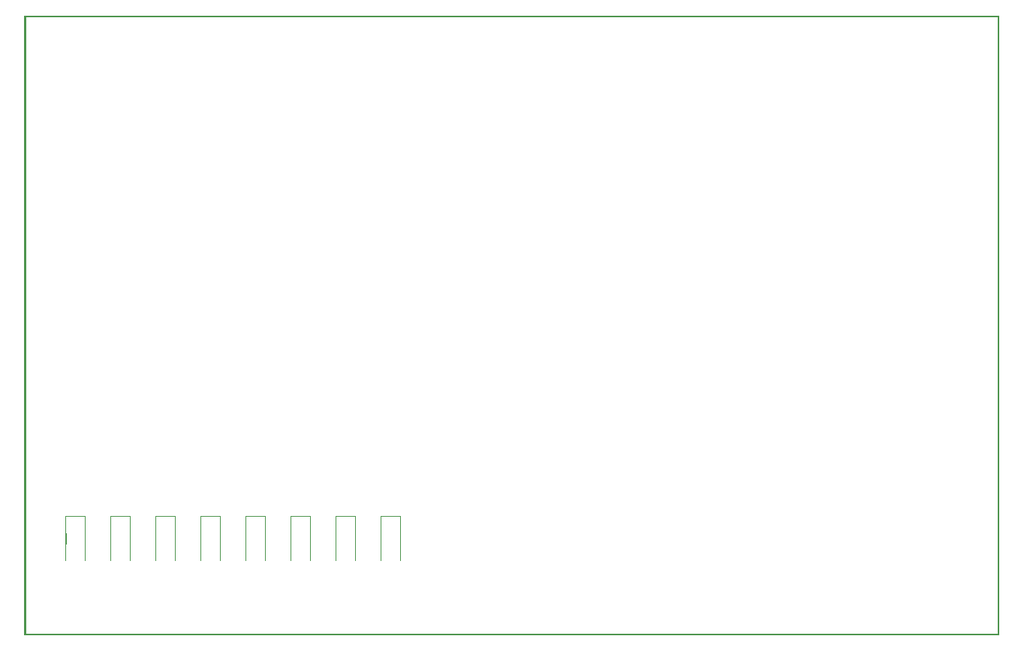
<source format=gbo>
G04 MADE WITH FRITZING*
G04 WWW.FRITZING.ORG*
G04 SINGLE SIDED*
G04 HOLES NOT PLATED*
G04 CONTOUR ON CENTER OF CONTOUR VECTOR*
%ASAXBY*%
%FSLAX23Y23*%
%MOIN*%
%OFA0B0*%
%SFA1.0B1.0*%
%ADD10R,0.001000X0.001000*%
%LNSILK0*%
G90*
G70*
G54D10*
X0Y2756D02*
X4329Y2756D01*
X0Y2755D02*
X4329Y2755D01*
X0Y2754D02*
X4329Y2754D01*
X0Y2753D02*
X4329Y2753D01*
X0Y2752D02*
X4329Y2752D01*
X0Y2751D02*
X4329Y2751D01*
X0Y2750D02*
X4329Y2750D01*
X0Y2749D02*
X4329Y2749D01*
X0Y2748D02*
X7Y2748D01*
X4322Y2748D02*
X4329Y2748D01*
X0Y2747D02*
X7Y2747D01*
X4322Y2747D02*
X4329Y2747D01*
X0Y2746D02*
X7Y2746D01*
X4322Y2746D02*
X4329Y2746D01*
X0Y2745D02*
X7Y2745D01*
X4322Y2745D02*
X4329Y2745D01*
X0Y2744D02*
X7Y2744D01*
X4322Y2744D02*
X4329Y2744D01*
X0Y2743D02*
X7Y2743D01*
X4322Y2743D02*
X4329Y2743D01*
X0Y2742D02*
X7Y2742D01*
X4322Y2742D02*
X4329Y2742D01*
X0Y2741D02*
X7Y2741D01*
X4322Y2741D02*
X4329Y2741D01*
X0Y2740D02*
X7Y2740D01*
X4322Y2740D02*
X4329Y2740D01*
X0Y2739D02*
X7Y2739D01*
X4322Y2739D02*
X4329Y2739D01*
X0Y2738D02*
X7Y2738D01*
X4322Y2738D02*
X4329Y2738D01*
X0Y2737D02*
X7Y2737D01*
X4322Y2737D02*
X4329Y2737D01*
X0Y2736D02*
X7Y2736D01*
X4322Y2736D02*
X4329Y2736D01*
X0Y2735D02*
X7Y2735D01*
X4322Y2735D02*
X4329Y2735D01*
X0Y2734D02*
X7Y2734D01*
X4322Y2734D02*
X4329Y2734D01*
X0Y2733D02*
X7Y2733D01*
X4322Y2733D02*
X4329Y2733D01*
X0Y2732D02*
X7Y2732D01*
X4322Y2732D02*
X4329Y2732D01*
X0Y2731D02*
X7Y2731D01*
X4322Y2731D02*
X4329Y2731D01*
X0Y2730D02*
X7Y2730D01*
X4322Y2730D02*
X4329Y2730D01*
X0Y2729D02*
X7Y2729D01*
X4322Y2729D02*
X4329Y2729D01*
X0Y2728D02*
X7Y2728D01*
X4322Y2728D02*
X4329Y2728D01*
X0Y2727D02*
X7Y2727D01*
X4322Y2727D02*
X4329Y2727D01*
X0Y2726D02*
X7Y2726D01*
X4322Y2726D02*
X4329Y2726D01*
X0Y2725D02*
X7Y2725D01*
X4322Y2725D02*
X4329Y2725D01*
X0Y2724D02*
X7Y2724D01*
X4322Y2724D02*
X4329Y2724D01*
X0Y2723D02*
X7Y2723D01*
X4322Y2723D02*
X4329Y2723D01*
X0Y2722D02*
X7Y2722D01*
X4322Y2722D02*
X4329Y2722D01*
X0Y2721D02*
X7Y2721D01*
X4322Y2721D02*
X4329Y2721D01*
X0Y2720D02*
X7Y2720D01*
X4322Y2720D02*
X4329Y2720D01*
X0Y2719D02*
X7Y2719D01*
X4322Y2719D02*
X4329Y2719D01*
X0Y2718D02*
X7Y2718D01*
X4322Y2718D02*
X4329Y2718D01*
X0Y2717D02*
X7Y2717D01*
X4322Y2717D02*
X4329Y2717D01*
X0Y2716D02*
X7Y2716D01*
X4322Y2716D02*
X4329Y2716D01*
X0Y2715D02*
X7Y2715D01*
X4322Y2715D02*
X4329Y2715D01*
X0Y2714D02*
X7Y2714D01*
X4322Y2714D02*
X4329Y2714D01*
X0Y2713D02*
X7Y2713D01*
X4322Y2713D02*
X4329Y2713D01*
X0Y2712D02*
X7Y2712D01*
X4322Y2712D02*
X4329Y2712D01*
X0Y2711D02*
X7Y2711D01*
X4322Y2711D02*
X4329Y2711D01*
X0Y2710D02*
X7Y2710D01*
X4322Y2710D02*
X4329Y2710D01*
X0Y2709D02*
X7Y2709D01*
X4322Y2709D02*
X4329Y2709D01*
X0Y2708D02*
X7Y2708D01*
X4322Y2708D02*
X4329Y2708D01*
X0Y2707D02*
X7Y2707D01*
X4322Y2707D02*
X4329Y2707D01*
X0Y2706D02*
X7Y2706D01*
X4322Y2706D02*
X4329Y2706D01*
X0Y2705D02*
X7Y2705D01*
X4322Y2705D02*
X4329Y2705D01*
X0Y2704D02*
X7Y2704D01*
X4322Y2704D02*
X4329Y2704D01*
X0Y2703D02*
X7Y2703D01*
X4322Y2703D02*
X4329Y2703D01*
X0Y2702D02*
X7Y2702D01*
X4322Y2702D02*
X4329Y2702D01*
X0Y2701D02*
X7Y2701D01*
X4322Y2701D02*
X4329Y2701D01*
X0Y2700D02*
X7Y2700D01*
X4322Y2700D02*
X4329Y2700D01*
X0Y2699D02*
X7Y2699D01*
X4322Y2699D02*
X4329Y2699D01*
X0Y2698D02*
X7Y2698D01*
X4322Y2698D02*
X4329Y2698D01*
X0Y2697D02*
X7Y2697D01*
X4322Y2697D02*
X4329Y2697D01*
X0Y2696D02*
X7Y2696D01*
X4322Y2696D02*
X4329Y2696D01*
X0Y2695D02*
X7Y2695D01*
X4322Y2695D02*
X4329Y2695D01*
X0Y2694D02*
X7Y2694D01*
X4322Y2694D02*
X4329Y2694D01*
X0Y2693D02*
X7Y2693D01*
X4322Y2693D02*
X4329Y2693D01*
X0Y2692D02*
X7Y2692D01*
X4322Y2692D02*
X4329Y2692D01*
X0Y2691D02*
X7Y2691D01*
X4322Y2691D02*
X4329Y2691D01*
X0Y2690D02*
X7Y2690D01*
X4322Y2690D02*
X4329Y2690D01*
X0Y2689D02*
X7Y2689D01*
X4322Y2689D02*
X4329Y2689D01*
X0Y2688D02*
X7Y2688D01*
X4322Y2688D02*
X4329Y2688D01*
X0Y2687D02*
X7Y2687D01*
X4322Y2687D02*
X4329Y2687D01*
X0Y2686D02*
X7Y2686D01*
X4322Y2686D02*
X4329Y2686D01*
X0Y2685D02*
X7Y2685D01*
X4322Y2685D02*
X4329Y2685D01*
X0Y2684D02*
X7Y2684D01*
X4322Y2684D02*
X4329Y2684D01*
X0Y2683D02*
X7Y2683D01*
X4322Y2683D02*
X4329Y2683D01*
X0Y2682D02*
X7Y2682D01*
X4322Y2682D02*
X4329Y2682D01*
X0Y2681D02*
X7Y2681D01*
X4322Y2681D02*
X4329Y2681D01*
X0Y2680D02*
X7Y2680D01*
X4322Y2680D02*
X4329Y2680D01*
X0Y2679D02*
X7Y2679D01*
X4322Y2679D02*
X4329Y2679D01*
X0Y2678D02*
X7Y2678D01*
X4322Y2678D02*
X4329Y2678D01*
X0Y2677D02*
X7Y2677D01*
X4322Y2677D02*
X4329Y2677D01*
X0Y2676D02*
X7Y2676D01*
X4322Y2676D02*
X4329Y2676D01*
X0Y2675D02*
X7Y2675D01*
X4322Y2675D02*
X4329Y2675D01*
X0Y2674D02*
X7Y2674D01*
X4322Y2674D02*
X4329Y2674D01*
X0Y2673D02*
X7Y2673D01*
X4322Y2673D02*
X4329Y2673D01*
X0Y2672D02*
X7Y2672D01*
X4322Y2672D02*
X4329Y2672D01*
X0Y2671D02*
X7Y2671D01*
X4322Y2671D02*
X4329Y2671D01*
X0Y2670D02*
X7Y2670D01*
X4322Y2670D02*
X4329Y2670D01*
X0Y2669D02*
X7Y2669D01*
X4322Y2669D02*
X4329Y2669D01*
X0Y2668D02*
X7Y2668D01*
X4322Y2668D02*
X4329Y2668D01*
X0Y2667D02*
X7Y2667D01*
X4322Y2667D02*
X4329Y2667D01*
X0Y2666D02*
X7Y2666D01*
X4322Y2666D02*
X4329Y2666D01*
X0Y2665D02*
X7Y2665D01*
X4322Y2665D02*
X4329Y2665D01*
X0Y2664D02*
X7Y2664D01*
X4322Y2664D02*
X4329Y2664D01*
X0Y2663D02*
X7Y2663D01*
X4322Y2663D02*
X4329Y2663D01*
X0Y2662D02*
X7Y2662D01*
X4322Y2662D02*
X4329Y2662D01*
X0Y2661D02*
X7Y2661D01*
X4322Y2661D02*
X4329Y2661D01*
X0Y2660D02*
X7Y2660D01*
X4322Y2660D02*
X4329Y2660D01*
X0Y2659D02*
X7Y2659D01*
X4322Y2659D02*
X4329Y2659D01*
X0Y2658D02*
X7Y2658D01*
X4322Y2658D02*
X4329Y2658D01*
X0Y2657D02*
X7Y2657D01*
X4322Y2657D02*
X4329Y2657D01*
X0Y2656D02*
X7Y2656D01*
X4322Y2656D02*
X4329Y2656D01*
X0Y2655D02*
X7Y2655D01*
X4322Y2655D02*
X4329Y2655D01*
X0Y2654D02*
X7Y2654D01*
X4322Y2654D02*
X4329Y2654D01*
X0Y2653D02*
X7Y2653D01*
X4322Y2653D02*
X4329Y2653D01*
X0Y2652D02*
X7Y2652D01*
X4322Y2652D02*
X4329Y2652D01*
X0Y2651D02*
X7Y2651D01*
X4322Y2651D02*
X4329Y2651D01*
X0Y2650D02*
X7Y2650D01*
X4322Y2650D02*
X4329Y2650D01*
X0Y2649D02*
X7Y2649D01*
X4322Y2649D02*
X4329Y2649D01*
X0Y2648D02*
X7Y2648D01*
X4322Y2648D02*
X4329Y2648D01*
X0Y2647D02*
X7Y2647D01*
X4322Y2647D02*
X4329Y2647D01*
X0Y2646D02*
X7Y2646D01*
X4322Y2646D02*
X4329Y2646D01*
X0Y2645D02*
X7Y2645D01*
X4322Y2645D02*
X4329Y2645D01*
X0Y2644D02*
X7Y2644D01*
X4322Y2644D02*
X4329Y2644D01*
X0Y2643D02*
X7Y2643D01*
X4322Y2643D02*
X4329Y2643D01*
X0Y2642D02*
X7Y2642D01*
X4322Y2642D02*
X4329Y2642D01*
X0Y2641D02*
X7Y2641D01*
X4322Y2641D02*
X4329Y2641D01*
X0Y2640D02*
X7Y2640D01*
X4322Y2640D02*
X4329Y2640D01*
X0Y2639D02*
X7Y2639D01*
X4322Y2639D02*
X4329Y2639D01*
X0Y2638D02*
X7Y2638D01*
X4322Y2638D02*
X4329Y2638D01*
X0Y2637D02*
X7Y2637D01*
X4322Y2637D02*
X4329Y2637D01*
X0Y2636D02*
X7Y2636D01*
X4322Y2636D02*
X4329Y2636D01*
X0Y2635D02*
X7Y2635D01*
X4322Y2635D02*
X4329Y2635D01*
X0Y2634D02*
X7Y2634D01*
X4322Y2634D02*
X4329Y2634D01*
X0Y2633D02*
X7Y2633D01*
X4322Y2633D02*
X4329Y2633D01*
X0Y2632D02*
X7Y2632D01*
X4322Y2632D02*
X4329Y2632D01*
X0Y2631D02*
X7Y2631D01*
X4322Y2631D02*
X4329Y2631D01*
X0Y2630D02*
X7Y2630D01*
X4322Y2630D02*
X4329Y2630D01*
X0Y2629D02*
X7Y2629D01*
X4322Y2629D02*
X4329Y2629D01*
X0Y2628D02*
X7Y2628D01*
X4322Y2628D02*
X4329Y2628D01*
X0Y2627D02*
X7Y2627D01*
X4322Y2627D02*
X4329Y2627D01*
X0Y2626D02*
X7Y2626D01*
X4322Y2626D02*
X4329Y2626D01*
X0Y2625D02*
X7Y2625D01*
X4322Y2625D02*
X4329Y2625D01*
X0Y2624D02*
X7Y2624D01*
X4322Y2624D02*
X4329Y2624D01*
X0Y2623D02*
X7Y2623D01*
X4322Y2623D02*
X4329Y2623D01*
X0Y2622D02*
X7Y2622D01*
X4322Y2622D02*
X4329Y2622D01*
X0Y2621D02*
X7Y2621D01*
X4322Y2621D02*
X4329Y2621D01*
X0Y2620D02*
X7Y2620D01*
X4322Y2620D02*
X4329Y2620D01*
X0Y2619D02*
X7Y2619D01*
X4322Y2619D02*
X4329Y2619D01*
X0Y2618D02*
X7Y2618D01*
X4322Y2618D02*
X4329Y2618D01*
X0Y2617D02*
X7Y2617D01*
X4322Y2617D02*
X4329Y2617D01*
X0Y2616D02*
X7Y2616D01*
X4322Y2616D02*
X4329Y2616D01*
X0Y2615D02*
X7Y2615D01*
X4322Y2615D02*
X4329Y2615D01*
X0Y2614D02*
X7Y2614D01*
X4322Y2614D02*
X4329Y2614D01*
X0Y2613D02*
X7Y2613D01*
X4322Y2613D02*
X4329Y2613D01*
X0Y2612D02*
X7Y2612D01*
X4322Y2612D02*
X4329Y2612D01*
X0Y2611D02*
X7Y2611D01*
X4322Y2611D02*
X4329Y2611D01*
X0Y2610D02*
X7Y2610D01*
X4322Y2610D02*
X4329Y2610D01*
X0Y2609D02*
X7Y2609D01*
X4322Y2609D02*
X4329Y2609D01*
X0Y2608D02*
X7Y2608D01*
X4322Y2608D02*
X4329Y2608D01*
X0Y2607D02*
X7Y2607D01*
X4322Y2607D02*
X4329Y2607D01*
X0Y2606D02*
X7Y2606D01*
X4322Y2606D02*
X4329Y2606D01*
X0Y2605D02*
X7Y2605D01*
X4322Y2605D02*
X4329Y2605D01*
X0Y2604D02*
X7Y2604D01*
X4322Y2604D02*
X4329Y2604D01*
X0Y2603D02*
X7Y2603D01*
X4322Y2603D02*
X4329Y2603D01*
X0Y2602D02*
X7Y2602D01*
X4322Y2602D02*
X4329Y2602D01*
X0Y2601D02*
X7Y2601D01*
X4322Y2601D02*
X4329Y2601D01*
X0Y2600D02*
X7Y2600D01*
X4322Y2600D02*
X4329Y2600D01*
X0Y2599D02*
X7Y2599D01*
X4322Y2599D02*
X4329Y2599D01*
X0Y2598D02*
X7Y2598D01*
X4322Y2598D02*
X4329Y2598D01*
X0Y2597D02*
X7Y2597D01*
X4322Y2597D02*
X4329Y2597D01*
X0Y2596D02*
X7Y2596D01*
X4322Y2596D02*
X4329Y2596D01*
X0Y2595D02*
X7Y2595D01*
X4322Y2595D02*
X4329Y2595D01*
X0Y2594D02*
X7Y2594D01*
X4322Y2594D02*
X4329Y2594D01*
X0Y2593D02*
X7Y2593D01*
X4322Y2593D02*
X4329Y2593D01*
X0Y2592D02*
X7Y2592D01*
X4322Y2592D02*
X4329Y2592D01*
X0Y2591D02*
X7Y2591D01*
X4322Y2591D02*
X4329Y2591D01*
X0Y2590D02*
X7Y2590D01*
X4322Y2590D02*
X4329Y2590D01*
X0Y2589D02*
X7Y2589D01*
X4322Y2589D02*
X4329Y2589D01*
X0Y2588D02*
X7Y2588D01*
X4322Y2588D02*
X4329Y2588D01*
X0Y2587D02*
X7Y2587D01*
X4322Y2587D02*
X4329Y2587D01*
X0Y2586D02*
X7Y2586D01*
X4322Y2586D02*
X4329Y2586D01*
X0Y2585D02*
X7Y2585D01*
X4322Y2585D02*
X4329Y2585D01*
X0Y2584D02*
X7Y2584D01*
X4322Y2584D02*
X4329Y2584D01*
X0Y2583D02*
X7Y2583D01*
X4322Y2583D02*
X4329Y2583D01*
X0Y2582D02*
X7Y2582D01*
X4322Y2582D02*
X4329Y2582D01*
X0Y2581D02*
X7Y2581D01*
X4322Y2581D02*
X4329Y2581D01*
X0Y2580D02*
X7Y2580D01*
X4322Y2580D02*
X4329Y2580D01*
X0Y2579D02*
X7Y2579D01*
X4322Y2579D02*
X4329Y2579D01*
X0Y2578D02*
X7Y2578D01*
X4322Y2578D02*
X4329Y2578D01*
X0Y2577D02*
X7Y2577D01*
X4322Y2577D02*
X4329Y2577D01*
X0Y2576D02*
X7Y2576D01*
X4322Y2576D02*
X4329Y2576D01*
X0Y2575D02*
X7Y2575D01*
X4322Y2575D02*
X4329Y2575D01*
X0Y2574D02*
X7Y2574D01*
X4322Y2574D02*
X4329Y2574D01*
X0Y2573D02*
X7Y2573D01*
X4322Y2573D02*
X4329Y2573D01*
X0Y2572D02*
X7Y2572D01*
X4322Y2572D02*
X4329Y2572D01*
X0Y2571D02*
X7Y2571D01*
X4322Y2571D02*
X4329Y2571D01*
X0Y2570D02*
X7Y2570D01*
X4322Y2570D02*
X4329Y2570D01*
X0Y2569D02*
X7Y2569D01*
X4322Y2569D02*
X4329Y2569D01*
X0Y2568D02*
X7Y2568D01*
X4322Y2568D02*
X4329Y2568D01*
X0Y2567D02*
X7Y2567D01*
X4322Y2567D02*
X4329Y2567D01*
X0Y2566D02*
X7Y2566D01*
X4322Y2566D02*
X4329Y2566D01*
X0Y2565D02*
X7Y2565D01*
X4322Y2565D02*
X4329Y2565D01*
X0Y2564D02*
X7Y2564D01*
X4322Y2564D02*
X4329Y2564D01*
X0Y2563D02*
X7Y2563D01*
X4322Y2563D02*
X4329Y2563D01*
X0Y2562D02*
X7Y2562D01*
X4322Y2562D02*
X4329Y2562D01*
X0Y2561D02*
X7Y2561D01*
X4322Y2561D02*
X4329Y2561D01*
X0Y2560D02*
X7Y2560D01*
X4322Y2560D02*
X4329Y2560D01*
X0Y2559D02*
X7Y2559D01*
X4322Y2559D02*
X4329Y2559D01*
X0Y2558D02*
X7Y2558D01*
X4322Y2558D02*
X4329Y2558D01*
X0Y2557D02*
X7Y2557D01*
X4322Y2557D02*
X4329Y2557D01*
X0Y2556D02*
X7Y2556D01*
X4322Y2556D02*
X4329Y2556D01*
X0Y2555D02*
X7Y2555D01*
X4322Y2555D02*
X4329Y2555D01*
X0Y2554D02*
X7Y2554D01*
X4322Y2554D02*
X4329Y2554D01*
X0Y2553D02*
X7Y2553D01*
X4322Y2553D02*
X4329Y2553D01*
X0Y2552D02*
X7Y2552D01*
X4322Y2552D02*
X4329Y2552D01*
X0Y2551D02*
X7Y2551D01*
X4322Y2551D02*
X4329Y2551D01*
X0Y2550D02*
X7Y2550D01*
X4322Y2550D02*
X4329Y2550D01*
X0Y2549D02*
X7Y2549D01*
X4322Y2549D02*
X4329Y2549D01*
X0Y2548D02*
X7Y2548D01*
X4322Y2548D02*
X4329Y2548D01*
X0Y2547D02*
X7Y2547D01*
X4322Y2547D02*
X4329Y2547D01*
X0Y2546D02*
X7Y2546D01*
X4322Y2546D02*
X4329Y2546D01*
X0Y2545D02*
X7Y2545D01*
X4322Y2545D02*
X4329Y2545D01*
X0Y2544D02*
X7Y2544D01*
X4322Y2544D02*
X4329Y2544D01*
X0Y2543D02*
X7Y2543D01*
X4322Y2543D02*
X4329Y2543D01*
X0Y2542D02*
X7Y2542D01*
X4322Y2542D02*
X4329Y2542D01*
X0Y2541D02*
X7Y2541D01*
X4322Y2541D02*
X4329Y2541D01*
X0Y2540D02*
X7Y2540D01*
X4322Y2540D02*
X4329Y2540D01*
X0Y2539D02*
X7Y2539D01*
X4322Y2539D02*
X4329Y2539D01*
X0Y2538D02*
X7Y2538D01*
X4322Y2538D02*
X4329Y2538D01*
X0Y2537D02*
X7Y2537D01*
X4322Y2537D02*
X4329Y2537D01*
X0Y2536D02*
X7Y2536D01*
X4322Y2536D02*
X4329Y2536D01*
X0Y2535D02*
X7Y2535D01*
X4322Y2535D02*
X4329Y2535D01*
X0Y2534D02*
X7Y2534D01*
X4322Y2534D02*
X4329Y2534D01*
X0Y2533D02*
X7Y2533D01*
X4322Y2533D02*
X4329Y2533D01*
X0Y2532D02*
X7Y2532D01*
X4322Y2532D02*
X4329Y2532D01*
X0Y2531D02*
X7Y2531D01*
X4322Y2531D02*
X4329Y2531D01*
X0Y2530D02*
X7Y2530D01*
X4322Y2530D02*
X4329Y2530D01*
X0Y2529D02*
X7Y2529D01*
X4322Y2529D02*
X4329Y2529D01*
X0Y2528D02*
X7Y2528D01*
X4322Y2528D02*
X4329Y2528D01*
X0Y2527D02*
X7Y2527D01*
X4322Y2527D02*
X4329Y2527D01*
X0Y2526D02*
X7Y2526D01*
X4322Y2526D02*
X4329Y2526D01*
X0Y2525D02*
X7Y2525D01*
X4322Y2525D02*
X4329Y2525D01*
X0Y2524D02*
X7Y2524D01*
X4322Y2524D02*
X4329Y2524D01*
X0Y2523D02*
X7Y2523D01*
X4322Y2523D02*
X4329Y2523D01*
X0Y2522D02*
X7Y2522D01*
X4322Y2522D02*
X4329Y2522D01*
X0Y2521D02*
X7Y2521D01*
X4322Y2521D02*
X4329Y2521D01*
X0Y2520D02*
X7Y2520D01*
X4322Y2520D02*
X4329Y2520D01*
X0Y2519D02*
X7Y2519D01*
X4322Y2519D02*
X4329Y2519D01*
X0Y2518D02*
X7Y2518D01*
X4322Y2518D02*
X4329Y2518D01*
X0Y2517D02*
X7Y2517D01*
X4322Y2517D02*
X4329Y2517D01*
X0Y2516D02*
X7Y2516D01*
X4322Y2516D02*
X4329Y2516D01*
X0Y2515D02*
X7Y2515D01*
X4322Y2515D02*
X4329Y2515D01*
X0Y2514D02*
X7Y2514D01*
X4322Y2514D02*
X4329Y2514D01*
X0Y2513D02*
X7Y2513D01*
X4322Y2513D02*
X4329Y2513D01*
X0Y2512D02*
X7Y2512D01*
X4322Y2512D02*
X4329Y2512D01*
X0Y2511D02*
X7Y2511D01*
X4322Y2511D02*
X4329Y2511D01*
X0Y2510D02*
X7Y2510D01*
X4322Y2510D02*
X4329Y2510D01*
X0Y2509D02*
X7Y2509D01*
X4322Y2509D02*
X4329Y2509D01*
X0Y2508D02*
X7Y2508D01*
X4322Y2508D02*
X4329Y2508D01*
X0Y2507D02*
X7Y2507D01*
X4322Y2507D02*
X4329Y2507D01*
X0Y2506D02*
X7Y2506D01*
X4322Y2506D02*
X4329Y2506D01*
X0Y2505D02*
X7Y2505D01*
X4322Y2505D02*
X4329Y2505D01*
X0Y2504D02*
X7Y2504D01*
X4322Y2504D02*
X4329Y2504D01*
X0Y2503D02*
X7Y2503D01*
X4322Y2503D02*
X4329Y2503D01*
X0Y2502D02*
X7Y2502D01*
X4322Y2502D02*
X4329Y2502D01*
X0Y2501D02*
X7Y2501D01*
X4322Y2501D02*
X4329Y2501D01*
X0Y2500D02*
X7Y2500D01*
X4322Y2500D02*
X4329Y2500D01*
X0Y2499D02*
X7Y2499D01*
X4322Y2499D02*
X4329Y2499D01*
X0Y2498D02*
X7Y2498D01*
X4322Y2498D02*
X4329Y2498D01*
X0Y2497D02*
X7Y2497D01*
X4322Y2497D02*
X4329Y2497D01*
X0Y2496D02*
X7Y2496D01*
X4322Y2496D02*
X4329Y2496D01*
X0Y2495D02*
X7Y2495D01*
X4322Y2495D02*
X4329Y2495D01*
X0Y2494D02*
X7Y2494D01*
X4322Y2494D02*
X4329Y2494D01*
X0Y2493D02*
X7Y2493D01*
X4322Y2493D02*
X4329Y2493D01*
X0Y2492D02*
X7Y2492D01*
X4322Y2492D02*
X4329Y2492D01*
X0Y2491D02*
X7Y2491D01*
X4322Y2491D02*
X4329Y2491D01*
X0Y2490D02*
X7Y2490D01*
X4322Y2490D02*
X4329Y2490D01*
X0Y2489D02*
X7Y2489D01*
X4322Y2489D02*
X4329Y2489D01*
X0Y2488D02*
X7Y2488D01*
X4322Y2488D02*
X4329Y2488D01*
X0Y2487D02*
X7Y2487D01*
X4322Y2487D02*
X4329Y2487D01*
X0Y2486D02*
X7Y2486D01*
X4322Y2486D02*
X4329Y2486D01*
X0Y2485D02*
X7Y2485D01*
X4322Y2485D02*
X4329Y2485D01*
X0Y2484D02*
X7Y2484D01*
X4322Y2484D02*
X4329Y2484D01*
X0Y2483D02*
X7Y2483D01*
X4322Y2483D02*
X4329Y2483D01*
X0Y2482D02*
X7Y2482D01*
X4322Y2482D02*
X4329Y2482D01*
X0Y2481D02*
X7Y2481D01*
X4322Y2481D02*
X4329Y2481D01*
X0Y2480D02*
X7Y2480D01*
X4322Y2480D02*
X4329Y2480D01*
X0Y2479D02*
X7Y2479D01*
X4322Y2479D02*
X4329Y2479D01*
X0Y2478D02*
X7Y2478D01*
X4322Y2478D02*
X4329Y2478D01*
X0Y2477D02*
X7Y2477D01*
X4322Y2477D02*
X4329Y2477D01*
X0Y2476D02*
X7Y2476D01*
X4322Y2476D02*
X4329Y2476D01*
X0Y2475D02*
X7Y2475D01*
X4322Y2475D02*
X4329Y2475D01*
X0Y2474D02*
X7Y2474D01*
X4322Y2474D02*
X4329Y2474D01*
X0Y2473D02*
X7Y2473D01*
X4322Y2473D02*
X4329Y2473D01*
X0Y2472D02*
X7Y2472D01*
X4322Y2472D02*
X4329Y2472D01*
X0Y2471D02*
X7Y2471D01*
X4322Y2471D02*
X4329Y2471D01*
X0Y2470D02*
X7Y2470D01*
X4322Y2470D02*
X4329Y2470D01*
X0Y2469D02*
X7Y2469D01*
X4322Y2469D02*
X4329Y2469D01*
X0Y2468D02*
X7Y2468D01*
X4322Y2468D02*
X4329Y2468D01*
X0Y2467D02*
X7Y2467D01*
X4322Y2467D02*
X4329Y2467D01*
X0Y2466D02*
X7Y2466D01*
X4322Y2466D02*
X4329Y2466D01*
X0Y2465D02*
X7Y2465D01*
X4322Y2465D02*
X4329Y2465D01*
X0Y2464D02*
X7Y2464D01*
X4322Y2464D02*
X4329Y2464D01*
X0Y2463D02*
X7Y2463D01*
X4322Y2463D02*
X4329Y2463D01*
X0Y2462D02*
X7Y2462D01*
X4322Y2462D02*
X4329Y2462D01*
X0Y2461D02*
X7Y2461D01*
X4322Y2461D02*
X4329Y2461D01*
X0Y2460D02*
X7Y2460D01*
X4322Y2460D02*
X4329Y2460D01*
X0Y2459D02*
X7Y2459D01*
X4322Y2459D02*
X4329Y2459D01*
X0Y2458D02*
X7Y2458D01*
X4322Y2458D02*
X4329Y2458D01*
X0Y2457D02*
X7Y2457D01*
X4322Y2457D02*
X4329Y2457D01*
X0Y2456D02*
X7Y2456D01*
X4322Y2456D02*
X4329Y2456D01*
X0Y2455D02*
X7Y2455D01*
X4322Y2455D02*
X4329Y2455D01*
X0Y2454D02*
X7Y2454D01*
X4322Y2454D02*
X4329Y2454D01*
X0Y2453D02*
X7Y2453D01*
X4322Y2453D02*
X4329Y2453D01*
X0Y2452D02*
X7Y2452D01*
X4322Y2452D02*
X4329Y2452D01*
X0Y2451D02*
X7Y2451D01*
X4322Y2451D02*
X4329Y2451D01*
X0Y2450D02*
X7Y2450D01*
X4322Y2450D02*
X4329Y2450D01*
X0Y2449D02*
X7Y2449D01*
X4322Y2449D02*
X4329Y2449D01*
X0Y2448D02*
X7Y2448D01*
X4322Y2448D02*
X4329Y2448D01*
X0Y2447D02*
X7Y2447D01*
X4322Y2447D02*
X4329Y2447D01*
X0Y2446D02*
X7Y2446D01*
X4322Y2446D02*
X4329Y2446D01*
X0Y2445D02*
X7Y2445D01*
X4322Y2445D02*
X4329Y2445D01*
X0Y2444D02*
X7Y2444D01*
X4322Y2444D02*
X4329Y2444D01*
X0Y2443D02*
X7Y2443D01*
X4322Y2443D02*
X4329Y2443D01*
X0Y2442D02*
X7Y2442D01*
X4322Y2442D02*
X4329Y2442D01*
X0Y2441D02*
X7Y2441D01*
X4322Y2441D02*
X4329Y2441D01*
X0Y2440D02*
X7Y2440D01*
X4322Y2440D02*
X4329Y2440D01*
X0Y2439D02*
X7Y2439D01*
X4322Y2439D02*
X4329Y2439D01*
X0Y2438D02*
X7Y2438D01*
X4322Y2438D02*
X4329Y2438D01*
X0Y2437D02*
X7Y2437D01*
X4322Y2437D02*
X4329Y2437D01*
X0Y2436D02*
X7Y2436D01*
X4322Y2436D02*
X4329Y2436D01*
X0Y2435D02*
X7Y2435D01*
X4322Y2435D02*
X4329Y2435D01*
X0Y2434D02*
X7Y2434D01*
X4322Y2434D02*
X4329Y2434D01*
X0Y2433D02*
X7Y2433D01*
X4322Y2433D02*
X4329Y2433D01*
X0Y2432D02*
X7Y2432D01*
X4322Y2432D02*
X4329Y2432D01*
X0Y2431D02*
X7Y2431D01*
X4322Y2431D02*
X4329Y2431D01*
X0Y2430D02*
X7Y2430D01*
X4322Y2430D02*
X4329Y2430D01*
X0Y2429D02*
X7Y2429D01*
X4322Y2429D02*
X4329Y2429D01*
X0Y2428D02*
X7Y2428D01*
X4322Y2428D02*
X4329Y2428D01*
X0Y2427D02*
X7Y2427D01*
X4322Y2427D02*
X4329Y2427D01*
X0Y2426D02*
X7Y2426D01*
X4322Y2426D02*
X4329Y2426D01*
X0Y2425D02*
X7Y2425D01*
X4322Y2425D02*
X4329Y2425D01*
X0Y2424D02*
X7Y2424D01*
X4322Y2424D02*
X4329Y2424D01*
X0Y2423D02*
X7Y2423D01*
X4322Y2423D02*
X4329Y2423D01*
X0Y2422D02*
X7Y2422D01*
X4322Y2422D02*
X4329Y2422D01*
X0Y2421D02*
X7Y2421D01*
X4322Y2421D02*
X4329Y2421D01*
X0Y2420D02*
X7Y2420D01*
X4322Y2420D02*
X4329Y2420D01*
X0Y2419D02*
X7Y2419D01*
X4322Y2419D02*
X4329Y2419D01*
X0Y2418D02*
X7Y2418D01*
X4322Y2418D02*
X4329Y2418D01*
X0Y2417D02*
X7Y2417D01*
X4322Y2417D02*
X4329Y2417D01*
X0Y2416D02*
X7Y2416D01*
X4322Y2416D02*
X4329Y2416D01*
X0Y2415D02*
X7Y2415D01*
X4322Y2415D02*
X4329Y2415D01*
X0Y2414D02*
X7Y2414D01*
X4322Y2414D02*
X4329Y2414D01*
X0Y2413D02*
X7Y2413D01*
X4322Y2413D02*
X4329Y2413D01*
X0Y2412D02*
X7Y2412D01*
X4322Y2412D02*
X4329Y2412D01*
X0Y2411D02*
X7Y2411D01*
X4322Y2411D02*
X4329Y2411D01*
X0Y2410D02*
X7Y2410D01*
X4322Y2410D02*
X4329Y2410D01*
X0Y2409D02*
X7Y2409D01*
X4322Y2409D02*
X4329Y2409D01*
X0Y2408D02*
X7Y2408D01*
X4322Y2408D02*
X4329Y2408D01*
X0Y2407D02*
X7Y2407D01*
X4322Y2407D02*
X4329Y2407D01*
X0Y2406D02*
X7Y2406D01*
X4322Y2406D02*
X4329Y2406D01*
X0Y2405D02*
X7Y2405D01*
X4322Y2405D02*
X4329Y2405D01*
X0Y2404D02*
X7Y2404D01*
X4322Y2404D02*
X4329Y2404D01*
X0Y2403D02*
X7Y2403D01*
X4322Y2403D02*
X4329Y2403D01*
X0Y2402D02*
X7Y2402D01*
X4322Y2402D02*
X4329Y2402D01*
X0Y2401D02*
X7Y2401D01*
X4322Y2401D02*
X4329Y2401D01*
X0Y2400D02*
X7Y2400D01*
X4322Y2400D02*
X4329Y2400D01*
X0Y2399D02*
X7Y2399D01*
X4322Y2399D02*
X4329Y2399D01*
X0Y2398D02*
X7Y2398D01*
X4322Y2398D02*
X4329Y2398D01*
X0Y2397D02*
X7Y2397D01*
X4322Y2397D02*
X4329Y2397D01*
X0Y2396D02*
X7Y2396D01*
X4322Y2396D02*
X4329Y2396D01*
X0Y2395D02*
X7Y2395D01*
X4322Y2395D02*
X4329Y2395D01*
X0Y2394D02*
X7Y2394D01*
X4322Y2394D02*
X4329Y2394D01*
X0Y2393D02*
X7Y2393D01*
X4322Y2393D02*
X4329Y2393D01*
X0Y2392D02*
X7Y2392D01*
X4322Y2392D02*
X4329Y2392D01*
X0Y2391D02*
X7Y2391D01*
X4322Y2391D02*
X4329Y2391D01*
X0Y2390D02*
X7Y2390D01*
X4322Y2390D02*
X4329Y2390D01*
X0Y2389D02*
X7Y2389D01*
X4322Y2389D02*
X4329Y2389D01*
X0Y2388D02*
X7Y2388D01*
X4322Y2388D02*
X4329Y2388D01*
X0Y2387D02*
X7Y2387D01*
X4322Y2387D02*
X4329Y2387D01*
X0Y2386D02*
X7Y2386D01*
X4322Y2386D02*
X4329Y2386D01*
X0Y2385D02*
X7Y2385D01*
X4322Y2385D02*
X4329Y2385D01*
X0Y2384D02*
X7Y2384D01*
X4322Y2384D02*
X4329Y2384D01*
X0Y2383D02*
X7Y2383D01*
X4322Y2383D02*
X4329Y2383D01*
X0Y2382D02*
X7Y2382D01*
X4322Y2382D02*
X4329Y2382D01*
X0Y2381D02*
X7Y2381D01*
X4322Y2381D02*
X4329Y2381D01*
X0Y2380D02*
X7Y2380D01*
X4322Y2380D02*
X4329Y2380D01*
X0Y2379D02*
X7Y2379D01*
X4322Y2379D02*
X4329Y2379D01*
X0Y2378D02*
X7Y2378D01*
X4322Y2378D02*
X4329Y2378D01*
X0Y2377D02*
X7Y2377D01*
X4322Y2377D02*
X4329Y2377D01*
X0Y2376D02*
X7Y2376D01*
X4322Y2376D02*
X4329Y2376D01*
X0Y2375D02*
X7Y2375D01*
X4322Y2375D02*
X4329Y2375D01*
X0Y2374D02*
X7Y2374D01*
X4322Y2374D02*
X4329Y2374D01*
X0Y2373D02*
X7Y2373D01*
X4322Y2373D02*
X4329Y2373D01*
X0Y2372D02*
X7Y2372D01*
X4322Y2372D02*
X4329Y2372D01*
X0Y2371D02*
X7Y2371D01*
X4322Y2371D02*
X4329Y2371D01*
X0Y2370D02*
X7Y2370D01*
X4322Y2370D02*
X4329Y2370D01*
X0Y2369D02*
X7Y2369D01*
X4322Y2369D02*
X4329Y2369D01*
X0Y2368D02*
X7Y2368D01*
X4322Y2368D02*
X4329Y2368D01*
X0Y2367D02*
X7Y2367D01*
X4322Y2367D02*
X4329Y2367D01*
X0Y2366D02*
X7Y2366D01*
X4322Y2366D02*
X4329Y2366D01*
X0Y2365D02*
X7Y2365D01*
X4322Y2365D02*
X4329Y2365D01*
X0Y2364D02*
X7Y2364D01*
X4322Y2364D02*
X4329Y2364D01*
X0Y2363D02*
X7Y2363D01*
X4322Y2363D02*
X4329Y2363D01*
X0Y2362D02*
X7Y2362D01*
X4322Y2362D02*
X4329Y2362D01*
X0Y2361D02*
X7Y2361D01*
X4322Y2361D02*
X4329Y2361D01*
X0Y2360D02*
X7Y2360D01*
X4322Y2360D02*
X4329Y2360D01*
X0Y2359D02*
X7Y2359D01*
X4322Y2359D02*
X4329Y2359D01*
X0Y2358D02*
X7Y2358D01*
X4322Y2358D02*
X4329Y2358D01*
X0Y2357D02*
X7Y2357D01*
X4322Y2357D02*
X4329Y2357D01*
X0Y2356D02*
X7Y2356D01*
X4322Y2356D02*
X4329Y2356D01*
X0Y2355D02*
X7Y2355D01*
X4322Y2355D02*
X4329Y2355D01*
X0Y2354D02*
X7Y2354D01*
X4322Y2354D02*
X4329Y2354D01*
X0Y2353D02*
X7Y2353D01*
X4322Y2353D02*
X4329Y2353D01*
X0Y2352D02*
X7Y2352D01*
X4322Y2352D02*
X4329Y2352D01*
X0Y2351D02*
X7Y2351D01*
X4322Y2351D02*
X4329Y2351D01*
X0Y2350D02*
X7Y2350D01*
X4322Y2350D02*
X4329Y2350D01*
X0Y2349D02*
X7Y2349D01*
X4322Y2349D02*
X4329Y2349D01*
X0Y2348D02*
X7Y2348D01*
X4322Y2348D02*
X4329Y2348D01*
X0Y2347D02*
X7Y2347D01*
X4322Y2347D02*
X4329Y2347D01*
X0Y2346D02*
X7Y2346D01*
X4322Y2346D02*
X4329Y2346D01*
X0Y2345D02*
X7Y2345D01*
X4322Y2345D02*
X4329Y2345D01*
X0Y2344D02*
X7Y2344D01*
X4322Y2344D02*
X4329Y2344D01*
X0Y2343D02*
X7Y2343D01*
X4322Y2343D02*
X4329Y2343D01*
X0Y2342D02*
X7Y2342D01*
X4322Y2342D02*
X4329Y2342D01*
X0Y2341D02*
X7Y2341D01*
X4322Y2341D02*
X4329Y2341D01*
X0Y2340D02*
X7Y2340D01*
X4322Y2340D02*
X4329Y2340D01*
X0Y2339D02*
X7Y2339D01*
X4322Y2339D02*
X4329Y2339D01*
X0Y2338D02*
X7Y2338D01*
X4322Y2338D02*
X4329Y2338D01*
X0Y2337D02*
X7Y2337D01*
X4322Y2337D02*
X4329Y2337D01*
X0Y2336D02*
X7Y2336D01*
X4322Y2336D02*
X4329Y2336D01*
X0Y2335D02*
X7Y2335D01*
X4322Y2335D02*
X4329Y2335D01*
X0Y2334D02*
X7Y2334D01*
X4322Y2334D02*
X4329Y2334D01*
X0Y2333D02*
X7Y2333D01*
X4322Y2333D02*
X4329Y2333D01*
X0Y2332D02*
X7Y2332D01*
X4322Y2332D02*
X4329Y2332D01*
X0Y2331D02*
X7Y2331D01*
X4322Y2331D02*
X4329Y2331D01*
X0Y2330D02*
X7Y2330D01*
X4322Y2330D02*
X4329Y2330D01*
X0Y2329D02*
X7Y2329D01*
X4322Y2329D02*
X4329Y2329D01*
X0Y2328D02*
X7Y2328D01*
X4322Y2328D02*
X4329Y2328D01*
X0Y2327D02*
X7Y2327D01*
X4322Y2327D02*
X4329Y2327D01*
X0Y2326D02*
X7Y2326D01*
X4322Y2326D02*
X4329Y2326D01*
X0Y2325D02*
X7Y2325D01*
X4322Y2325D02*
X4329Y2325D01*
X0Y2324D02*
X7Y2324D01*
X4322Y2324D02*
X4329Y2324D01*
X0Y2323D02*
X7Y2323D01*
X4322Y2323D02*
X4329Y2323D01*
X0Y2322D02*
X7Y2322D01*
X4322Y2322D02*
X4329Y2322D01*
X0Y2321D02*
X7Y2321D01*
X4322Y2321D02*
X4329Y2321D01*
X0Y2320D02*
X7Y2320D01*
X4322Y2320D02*
X4329Y2320D01*
X0Y2319D02*
X7Y2319D01*
X4322Y2319D02*
X4329Y2319D01*
X0Y2318D02*
X7Y2318D01*
X4322Y2318D02*
X4329Y2318D01*
X0Y2317D02*
X7Y2317D01*
X4322Y2317D02*
X4329Y2317D01*
X0Y2316D02*
X7Y2316D01*
X4322Y2316D02*
X4329Y2316D01*
X0Y2315D02*
X7Y2315D01*
X4322Y2315D02*
X4329Y2315D01*
X0Y2314D02*
X7Y2314D01*
X4322Y2314D02*
X4329Y2314D01*
X0Y2313D02*
X7Y2313D01*
X4322Y2313D02*
X4329Y2313D01*
X0Y2312D02*
X7Y2312D01*
X4322Y2312D02*
X4329Y2312D01*
X0Y2311D02*
X7Y2311D01*
X4322Y2311D02*
X4329Y2311D01*
X0Y2310D02*
X7Y2310D01*
X4322Y2310D02*
X4329Y2310D01*
X0Y2309D02*
X7Y2309D01*
X4322Y2309D02*
X4329Y2309D01*
X0Y2308D02*
X7Y2308D01*
X4322Y2308D02*
X4329Y2308D01*
X0Y2307D02*
X7Y2307D01*
X4322Y2307D02*
X4329Y2307D01*
X0Y2306D02*
X7Y2306D01*
X4322Y2306D02*
X4329Y2306D01*
X0Y2305D02*
X7Y2305D01*
X4322Y2305D02*
X4329Y2305D01*
X0Y2304D02*
X7Y2304D01*
X4322Y2304D02*
X4329Y2304D01*
X0Y2303D02*
X7Y2303D01*
X4322Y2303D02*
X4329Y2303D01*
X0Y2302D02*
X7Y2302D01*
X4322Y2302D02*
X4329Y2302D01*
X0Y2301D02*
X7Y2301D01*
X4322Y2301D02*
X4329Y2301D01*
X0Y2300D02*
X7Y2300D01*
X4322Y2300D02*
X4329Y2300D01*
X0Y2299D02*
X7Y2299D01*
X4322Y2299D02*
X4329Y2299D01*
X0Y2298D02*
X7Y2298D01*
X4322Y2298D02*
X4329Y2298D01*
X0Y2297D02*
X7Y2297D01*
X4322Y2297D02*
X4329Y2297D01*
X0Y2296D02*
X7Y2296D01*
X4322Y2296D02*
X4329Y2296D01*
X0Y2295D02*
X7Y2295D01*
X4322Y2295D02*
X4329Y2295D01*
X0Y2294D02*
X7Y2294D01*
X4322Y2294D02*
X4329Y2294D01*
X0Y2293D02*
X7Y2293D01*
X4322Y2293D02*
X4329Y2293D01*
X0Y2292D02*
X7Y2292D01*
X4322Y2292D02*
X4329Y2292D01*
X0Y2291D02*
X7Y2291D01*
X4322Y2291D02*
X4329Y2291D01*
X0Y2290D02*
X7Y2290D01*
X4322Y2290D02*
X4329Y2290D01*
X0Y2289D02*
X7Y2289D01*
X4322Y2289D02*
X4329Y2289D01*
X0Y2288D02*
X7Y2288D01*
X4322Y2288D02*
X4329Y2288D01*
X0Y2287D02*
X7Y2287D01*
X4322Y2287D02*
X4329Y2287D01*
X0Y2286D02*
X7Y2286D01*
X4322Y2286D02*
X4329Y2286D01*
X0Y2285D02*
X7Y2285D01*
X4322Y2285D02*
X4329Y2285D01*
X0Y2284D02*
X7Y2284D01*
X4322Y2284D02*
X4329Y2284D01*
X0Y2283D02*
X7Y2283D01*
X4322Y2283D02*
X4329Y2283D01*
X0Y2282D02*
X7Y2282D01*
X4322Y2282D02*
X4329Y2282D01*
X0Y2281D02*
X7Y2281D01*
X4322Y2281D02*
X4329Y2281D01*
X0Y2280D02*
X7Y2280D01*
X4322Y2280D02*
X4329Y2280D01*
X0Y2279D02*
X7Y2279D01*
X4322Y2279D02*
X4329Y2279D01*
X0Y2278D02*
X7Y2278D01*
X4322Y2278D02*
X4329Y2278D01*
X0Y2277D02*
X7Y2277D01*
X4322Y2277D02*
X4329Y2277D01*
X0Y2276D02*
X7Y2276D01*
X4322Y2276D02*
X4329Y2276D01*
X0Y2275D02*
X7Y2275D01*
X4322Y2275D02*
X4329Y2275D01*
X0Y2274D02*
X7Y2274D01*
X4322Y2274D02*
X4329Y2274D01*
X0Y2273D02*
X7Y2273D01*
X4322Y2273D02*
X4329Y2273D01*
X0Y2272D02*
X7Y2272D01*
X4322Y2272D02*
X4329Y2272D01*
X0Y2271D02*
X7Y2271D01*
X4322Y2271D02*
X4329Y2271D01*
X0Y2270D02*
X7Y2270D01*
X4322Y2270D02*
X4329Y2270D01*
X0Y2269D02*
X7Y2269D01*
X4322Y2269D02*
X4329Y2269D01*
X0Y2268D02*
X7Y2268D01*
X4322Y2268D02*
X4329Y2268D01*
X0Y2267D02*
X7Y2267D01*
X4322Y2267D02*
X4329Y2267D01*
X0Y2266D02*
X7Y2266D01*
X4322Y2266D02*
X4329Y2266D01*
X0Y2265D02*
X7Y2265D01*
X4322Y2265D02*
X4329Y2265D01*
X0Y2264D02*
X7Y2264D01*
X4322Y2264D02*
X4329Y2264D01*
X0Y2263D02*
X7Y2263D01*
X4322Y2263D02*
X4329Y2263D01*
X0Y2262D02*
X7Y2262D01*
X4322Y2262D02*
X4329Y2262D01*
X0Y2261D02*
X7Y2261D01*
X4322Y2261D02*
X4329Y2261D01*
X0Y2260D02*
X7Y2260D01*
X4322Y2260D02*
X4329Y2260D01*
X0Y2259D02*
X7Y2259D01*
X4322Y2259D02*
X4329Y2259D01*
X0Y2258D02*
X7Y2258D01*
X4322Y2258D02*
X4329Y2258D01*
X0Y2257D02*
X7Y2257D01*
X4322Y2257D02*
X4329Y2257D01*
X0Y2256D02*
X7Y2256D01*
X4322Y2256D02*
X4329Y2256D01*
X0Y2255D02*
X7Y2255D01*
X4322Y2255D02*
X4329Y2255D01*
X0Y2254D02*
X7Y2254D01*
X4322Y2254D02*
X4329Y2254D01*
X0Y2253D02*
X7Y2253D01*
X4322Y2253D02*
X4329Y2253D01*
X0Y2252D02*
X7Y2252D01*
X4322Y2252D02*
X4329Y2252D01*
X0Y2251D02*
X7Y2251D01*
X4322Y2251D02*
X4329Y2251D01*
X0Y2250D02*
X7Y2250D01*
X4322Y2250D02*
X4329Y2250D01*
X0Y2249D02*
X7Y2249D01*
X4322Y2249D02*
X4329Y2249D01*
X0Y2248D02*
X7Y2248D01*
X4322Y2248D02*
X4329Y2248D01*
X0Y2247D02*
X7Y2247D01*
X4322Y2247D02*
X4329Y2247D01*
X0Y2246D02*
X7Y2246D01*
X4322Y2246D02*
X4329Y2246D01*
X0Y2245D02*
X7Y2245D01*
X4322Y2245D02*
X4329Y2245D01*
X0Y2244D02*
X7Y2244D01*
X4322Y2244D02*
X4329Y2244D01*
X0Y2243D02*
X7Y2243D01*
X4322Y2243D02*
X4329Y2243D01*
X0Y2242D02*
X7Y2242D01*
X4322Y2242D02*
X4329Y2242D01*
X0Y2241D02*
X7Y2241D01*
X4322Y2241D02*
X4329Y2241D01*
X0Y2240D02*
X7Y2240D01*
X4322Y2240D02*
X4329Y2240D01*
X0Y2239D02*
X7Y2239D01*
X4322Y2239D02*
X4329Y2239D01*
X0Y2238D02*
X7Y2238D01*
X4322Y2238D02*
X4329Y2238D01*
X0Y2237D02*
X7Y2237D01*
X4322Y2237D02*
X4329Y2237D01*
X0Y2236D02*
X7Y2236D01*
X4322Y2236D02*
X4329Y2236D01*
X0Y2235D02*
X7Y2235D01*
X4322Y2235D02*
X4329Y2235D01*
X0Y2234D02*
X7Y2234D01*
X4322Y2234D02*
X4329Y2234D01*
X0Y2233D02*
X7Y2233D01*
X4322Y2233D02*
X4329Y2233D01*
X0Y2232D02*
X7Y2232D01*
X4322Y2232D02*
X4329Y2232D01*
X0Y2231D02*
X7Y2231D01*
X4322Y2231D02*
X4329Y2231D01*
X0Y2230D02*
X7Y2230D01*
X4322Y2230D02*
X4329Y2230D01*
X0Y2229D02*
X7Y2229D01*
X4322Y2229D02*
X4329Y2229D01*
X0Y2228D02*
X7Y2228D01*
X4322Y2228D02*
X4329Y2228D01*
X0Y2227D02*
X7Y2227D01*
X4322Y2227D02*
X4329Y2227D01*
X0Y2226D02*
X7Y2226D01*
X4322Y2226D02*
X4329Y2226D01*
X0Y2225D02*
X7Y2225D01*
X4322Y2225D02*
X4329Y2225D01*
X0Y2224D02*
X7Y2224D01*
X4322Y2224D02*
X4329Y2224D01*
X0Y2223D02*
X7Y2223D01*
X4322Y2223D02*
X4329Y2223D01*
X0Y2222D02*
X7Y2222D01*
X4322Y2222D02*
X4329Y2222D01*
X0Y2221D02*
X7Y2221D01*
X4322Y2221D02*
X4329Y2221D01*
X0Y2220D02*
X7Y2220D01*
X4322Y2220D02*
X4329Y2220D01*
X0Y2219D02*
X7Y2219D01*
X4322Y2219D02*
X4329Y2219D01*
X0Y2218D02*
X7Y2218D01*
X4322Y2218D02*
X4329Y2218D01*
X0Y2217D02*
X7Y2217D01*
X4322Y2217D02*
X4329Y2217D01*
X0Y2216D02*
X7Y2216D01*
X4322Y2216D02*
X4329Y2216D01*
X0Y2215D02*
X7Y2215D01*
X4322Y2215D02*
X4329Y2215D01*
X0Y2214D02*
X7Y2214D01*
X4322Y2214D02*
X4329Y2214D01*
X0Y2213D02*
X7Y2213D01*
X4322Y2213D02*
X4329Y2213D01*
X0Y2212D02*
X7Y2212D01*
X4322Y2212D02*
X4329Y2212D01*
X0Y2211D02*
X7Y2211D01*
X4322Y2211D02*
X4329Y2211D01*
X0Y2210D02*
X7Y2210D01*
X4322Y2210D02*
X4329Y2210D01*
X0Y2209D02*
X7Y2209D01*
X4322Y2209D02*
X4329Y2209D01*
X0Y2208D02*
X7Y2208D01*
X4322Y2208D02*
X4329Y2208D01*
X0Y2207D02*
X7Y2207D01*
X4322Y2207D02*
X4329Y2207D01*
X0Y2206D02*
X7Y2206D01*
X4322Y2206D02*
X4329Y2206D01*
X0Y2205D02*
X7Y2205D01*
X4322Y2205D02*
X4329Y2205D01*
X0Y2204D02*
X7Y2204D01*
X4322Y2204D02*
X4329Y2204D01*
X0Y2203D02*
X7Y2203D01*
X4322Y2203D02*
X4329Y2203D01*
X0Y2202D02*
X7Y2202D01*
X4322Y2202D02*
X4329Y2202D01*
X0Y2201D02*
X7Y2201D01*
X4322Y2201D02*
X4329Y2201D01*
X0Y2200D02*
X7Y2200D01*
X4322Y2200D02*
X4329Y2200D01*
X0Y2199D02*
X7Y2199D01*
X4322Y2199D02*
X4329Y2199D01*
X0Y2198D02*
X7Y2198D01*
X4322Y2198D02*
X4329Y2198D01*
X0Y2197D02*
X7Y2197D01*
X4322Y2197D02*
X4329Y2197D01*
X0Y2196D02*
X7Y2196D01*
X4322Y2196D02*
X4329Y2196D01*
X0Y2195D02*
X7Y2195D01*
X4322Y2195D02*
X4329Y2195D01*
X0Y2194D02*
X7Y2194D01*
X4322Y2194D02*
X4329Y2194D01*
X0Y2193D02*
X7Y2193D01*
X4322Y2193D02*
X4329Y2193D01*
X0Y2192D02*
X7Y2192D01*
X4322Y2192D02*
X4329Y2192D01*
X0Y2191D02*
X7Y2191D01*
X4322Y2191D02*
X4329Y2191D01*
X0Y2190D02*
X7Y2190D01*
X4322Y2190D02*
X4329Y2190D01*
X0Y2189D02*
X7Y2189D01*
X4322Y2189D02*
X4329Y2189D01*
X0Y2188D02*
X7Y2188D01*
X4322Y2188D02*
X4329Y2188D01*
X0Y2187D02*
X7Y2187D01*
X4322Y2187D02*
X4329Y2187D01*
X0Y2186D02*
X7Y2186D01*
X4322Y2186D02*
X4329Y2186D01*
X0Y2185D02*
X7Y2185D01*
X4322Y2185D02*
X4329Y2185D01*
X0Y2184D02*
X7Y2184D01*
X4322Y2184D02*
X4329Y2184D01*
X0Y2183D02*
X7Y2183D01*
X4322Y2183D02*
X4329Y2183D01*
X0Y2182D02*
X7Y2182D01*
X4322Y2182D02*
X4329Y2182D01*
X0Y2181D02*
X7Y2181D01*
X4322Y2181D02*
X4329Y2181D01*
X0Y2180D02*
X7Y2180D01*
X4322Y2180D02*
X4329Y2180D01*
X0Y2179D02*
X7Y2179D01*
X4322Y2179D02*
X4329Y2179D01*
X0Y2178D02*
X7Y2178D01*
X4322Y2178D02*
X4329Y2178D01*
X0Y2177D02*
X7Y2177D01*
X4322Y2177D02*
X4329Y2177D01*
X0Y2176D02*
X7Y2176D01*
X4322Y2176D02*
X4329Y2176D01*
X0Y2175D02*
X7Y2175D01*
X4322Y2175D02*
X4329Y2175D01*
X0Y2174D02*
X7Y2174D01*
X4322Y2174D02*
X4329Y2174D01*
X0Y2173D02*
X7Y2173D01*
X4322Y2173D02*
X4329Y2173D01*
X0Y2172D02*
X7Y2172D01*
X4322Y2172D02*
X4329Y2172D01*
X0Y2171D02*
X7Y2171D01*
X4322Y2171D02*
X4329Y2171D01*
X0Y2170D02*
X7Y2170D01*
X4322Y2170D02*
X4329Y2170D01*
X0Y2169D02*
X7Y2169D01*
X4322Y2169D02*
X4329Y2169D01*
X0Y2168D02*
X7Y2168D01*
X4322Y2168D02*
X4329Y2168D01*
X0Y2167D02*
X7Y2167D01*
X4322Y2167D02*
X4329Y2167D01*
X0Y2166D02*
X7Y2166D01*
X4322Y2166D02*
X4329Y2166D01*
X0Y2165D02*
X7Y2165D01*
X4322Y2165D02*
X4329Y2165D01*
X0Y2164D02*
X7Y2164D01*
X4322Y2164D02*
X4329Y2164D01*
X0Y2163D02*
X7Y2163D01*
X4322Y2163D02*
X4329Y2163D01*
X0Y2162D02*
X7Y2162D01*
X4322Y2162D02*
X4329Y2162D01*
X0Y2161D02*
X7Y2161D01*
X4322Y2161D02*
X4329Y2161D01*
X0Y2160D02*
X7Y2160D01*
X4322Y2160D02*
X4329Y2160D01*
X0Y2159D02*
X7Y2159D01*
X4322Y2159D02*
X4329Y2159D01*
X0Y2158D02*
X7Y2158D01*
X4322Y2158D02*
X4329Y2158D01*
X0Y2157D02*
X7Y2157D01*
X4322Y2157D02*
X4329Y2157D01*
X0Y2156D02*
X7Y2156D01*
X4322Y2156D02*
X4329Y2156D01*
X0Y2155D02*
X7Y2155D01*
X4322Y2155D02*
X4329Y2155D01*
X0Y2154D02*
X7Y2154D01*
X4322Y2154D02*
X4329Y2154D01*
X0Y2153D02*
X7Y2153D01*
X4322Y2153D02*
X4329Y2153D01*
X0Y2152D02*
X7Y2152D01*
X4322Y2152D02*
X4329Y2152D01*
X0Y2151D02*
X7Y2151D01*
X4322Y2151D02*
X4329Y2151D01*
X0Y2150D02*
X7Y2150D01*
X4322Y2150D02*
X4329Y2150D01*
X0Y2149D02*
X7Y2149D01*
X4322Y2149D02*
X4329Y2149D01*
X0Y2148D02*
X7Y2148D01*
X4322Y2148D02*
X4329Y2148D01*
X0Y2147D02*
X7Y2147D01*
X4322Y2147D02*
X4329Y2147D01*
X0Y2146D02*
X7Y2146D01*
X4322Y2146D02*
X4329Y2146D01*
X0Y2145D02*
X7Y2145D01*
X4322Y2145D02*
X4329Y2145D01*
X0Y2144D02*
X7Y2144D01*
X4322Y2144D02*
X4329Y2144D01*
X0Y2143D02*
X7Y2143D01*
X4322Y2143D02*
X4329Y2143D01*
X0Y2142D02*
X7Y2142D01*
X4322Y2142D02*
X4329Y2142D01*
X0Y2141D02*
X7Y2141D01*
X4322Y2141D02*
X4329Y2141D01*
X0Y2140D02*
X7Y2140D01*
X4322Y2140D02*
X4329Y2140D01*
X0Y2139D02*
X7Y2139D01*
X4322Y2139D02*
X4329Y2139D01*
X0Y2138D02*
X7Y2138D01*
X4322Y2138D02*
X4329Y2138D01*
X0Y2137D02*
X7Y2137D01*
X4322Y2137D02*
X4329Y2137D01*
X0Y2136D02*
X7Y2136D01*
X4322Y2136D02*
X4329Y2136D01*
X0Y2135D02*
X7Y2135D01*
X4322Y2135D02*
X4329Y2135D01*
X0Y2134D02*
X7Y2134D01*
X4322Y2134D02*
X4329Y2134D01*
X0Y2133D02*
X7Y2133D01*
X4322Y2133D02*
X4329Y2133D01*
X0Y2132D02*
X7Y2132D01*
X4322Y2132D02*
X4329Y2132D01*
X0Y2131D02*
X7Y2131D01*
X4322Y2131D02*
X4329Y2131D01*
X0Y2130D02*
X7Y2130D01*
X4322Y2130D02*
X4329Y2130D01*
X0Y2129D02*
X7Y2129D01*
X4322Y2129D02*
X4329Y2129D01*
X0Y2128D02*
X7Y2128D01*
X4322Y2128D02*
X4329Y2128D01*
X0Y2127D02*
X7Y2127D01*
X4322Y2127D02*
X4329Y2127D01*
X0Y2126D02*
X7Y2126D01*
X4322Y2126D02*
X4329Y2126D01*
X0Y2125D02*
X7Y2125D01*
X4322Y2125D02*
X4329Y2125D01*
X0Y2124D02*
X7Y2124D01*
X4322Y2124D02*
X4329Y2124D01*
X0Y2123D02*
X7Y2123D01*
X4322Y2123D02*
X4329Y2123D01*
X0Y2122D02*
X7Y2122D01*
X4322Y2122D02*
X4329Y2122D01*
X0Y2121D02*
X7Y2121D01*
X4322Y2121D02*
X4329Y2121D01*
X0Y2120D02*
X7Y2120D01*
X4322Y2120D02*
X4329Y2120D01*
X0Y2119D02*
X7Y2119D01*
X4322Y2119D02*
X4329Y2119D01*
X0Y2118D02*
X7Y2118D01*
X4322Y2118D02*
X4329Y2118D01*
X0Y2117D02*
X7Y2117D01*
X4322Y2117D02*
X4329Y2117D01*
X0Y2116D02*
X7Y2116D01*
X4322Y2116D02*
X4329Y2116D01*
X0Y2115D02*
X7Y2115D01*
X4322Y2115D02*
X4329Y2115D01*
X0Y2114D02*
X7Y2114D01*
X4322Y2114D02*
X4329Y2114D01*
X0Y2113D02*
X7Y2113D01*
X4322Y2113D02*
X4329Y2113D01*
X0Y2112D02*
X7Y2112D01*
X4322Y2112D02*
X4329Y2112D01*
X0Y2111D02*
X7Y2111D01*
X4322Y2111D02*
X4329Y2111D01*
X0Y2110D02*
X7Y2110D01*
X4322Y2110D02*
X4329Y2110D01*
X0Y2109D02*
X7Y2109D01*
X4322Y2109D02*
X4329Y2109D01*
X0Y2108D02*
X7Y2108D01*
X4322Y2108D02*
X4329Y2108D01*
X0Y2107D02*
X7Y2107D01*
X4322Y2107D02*
X4329Y2107D01*
X0Y2106D02*
X7Y2106D01*
X4322Y2106D02*
X4329Y2106D01*
X0Y2105D02*
X7Y2105D01*
X4322Y2105D02*
X4329Y2105D01*
X0Y2104D02*
X7Y2104D01*
X4322Y2104D02*
X4329Y2104D01*
X0Y2103D02*
X7Y2103D01*
X4322Y2103D02*
X4329Y2103D01*
X0Y2102D02*
X7Y2102D01*
X4322Y2102D02*
X4329Y2102D01*
X0Y2101D02*
X7Y2101D01*
X4322Y2101D02*
X4329Y2101D01*
X0Y2100D02*
X7Y2100D01*
X4322Y2100D02*
X4329Y2100D01*
X0Y2099D02*
X7Y2099D01*
X4322Y2099D02*
X4329Y2099D01*
X0Y2098D02*
X7Y2098D01*
X4322Y2098D02*
X4329Y2098D01*
X0Y2097D02*
X7Y2097D01*
X4322Y2097D02*
X4329Y2097D01*
X0Y2096D02*
X7Y2096D01*
X4322Y2096D02*
X4329Y2096D01*
X0Y2095D02*
X7Y2095D01*
X4322Y2095D02*
X4329Y2095D01*
X0Y2094D02*
X7Y2094D01*
X4322Y2094D02*
X4329Y2094D01*
X0Y2093D02*
X7Y2093D01*
X4322Y2093D02*
X4329Y2093D01*
X0Y2092D02*
X7Y2092D01*
X4322Y2092D02*
X4329Y2092D01*
X0Y2091D02*
X7Y2091D01*
X4322Y2091D02*
X4329Y2091D01*
X0Y2090D02*
X7Y2090D01*
X4322Y2090D02*
X4329Y2090D01*
X0Y2089D02*
X7Y2089D01*
X4322Y2089D02*
X4329Y2089D01*
X0Y2088D02*
X7Y2088D01*
X4322Y2088D02*
X4329Y2088D01*
X0Y2087D02*
X7Y2087D01*
X4322Y2087D02*
X4329Y2087D01*
X0Y2086D02*
X7Y2086D01*
X4322Y2086D02*
X4329Y2086D01*
X0Y2085D02*
X7Y2085D01*
X4322Y2085D02*
X4329Y2085D01*
X0Y2084D02*
X7Y2084D01*
X4322Y2084D02*
X4329Y2084D01*
X0Y2083D02*
X7Y2083D01*
X4322Y2083D02*
X4329Y2083D01*
X0Y2082D02*
X7Y2082D01*
X4322Y2082D02*
X4329Y2082D01*
X0Y2081D02*
X7Y2081D01*
X4322Y2081D02*
X4329Y2081D01*
X0Y2080D02*
X7Y2080D01*
X4322Y2080D02*
X4329Y2080D01*
X0Y2079D02*
X7Y2079D01*
X4322Y2079D02*
X4329Y2079D01*
X0Y2078D02*
X7Y2078D01*
X4322Y2078D02*
X4329Y2078D01*
X0Y2077D02*
X7Y2077D01*
X4322Y2077D02*
X4329Y2077D01*
X0Y2076D02*
X7Y2076D01*
X4322Y2076D02*
X4329Y2076D01*
X0Y2075D02*
X7Y2075D01*
X4322Y2075D02*
X4329Y2075D01*
X0Y2074D02*
X7Y2074D01*
X4322Y2074D02*
X4329Y2074D01*
X0Y2073D02*
X7Y2073D01*
X4322Y2073D02*
X4329Y2073D01*
X0Y2072D02*
X7Y2072D01*
X4322Y2072D02*
X4329Y2072D01*
X0Y2071D02*
X7Y2071D01*
X4322Y2071D02*
X4329Y2071D01*
X0Y2070D02*
X7Y2070D01*
X4322Y2070D02*
X4329Y2070D01*
X0Y2069D02*
X7Y2069D01*
X4322Y2069D02*
X4329Y2069D01*
X0Y2068D02*
X7Y2068D01*
X4322Y2068D02*
X4329Y2068D01*
X0Y2067D02*
X7Y2067D01*
X4322Y2067D02*
X4329Y2067D01*
X0Y2066D02*
X7Y2066D01*
X4322Y2066D02*
X4329Y2066D01*
X0Y2065D02*
X7Y2065D01*
X4322Y2065D02*
X4329Y2065D01*
X0Y2064D02*
X7Y2064D01*
X4322Y2064D02*
X4329Y2064D01*
X0Y2063D02*
X7Y2063D01*
X4322Y2063D02*
X4329Y2063D01*
X0Y2062D02*
X7Y2062D01*
X4322Y2062D02*
X4329Y2062D01*
X0Y2061D02*
X7Y2061D01*
X4322Y2061D02*
X4329Y2061D01*
X0Y2060D02*
X7Y2060D01*
X4322Y2060D02*
X4329Y2060D01*
X0Y2059D02*
X7Y2059D01*
X4322Y2059D02*
X4329Y2059D01*
X0Y2058D02*
X7Y2058D01*
X4322Y2058D02*
X4329Y2058D01*
X0Y2057D02*
X7Y2057D01*
X4322Y2057D02*
X4329Y2057D01*
X0Y2056D02*
X7Y2056D01*
X4322Y2056D02*
X4329Y2056D01*
X0Y2055D02*
X7Y2055D01*
X4322Y2055D02*
X4329Y2055D01*
X0Y2054D02*
X7Y2054D01*
X4322Y2054D02*
X4329Y2054D01*
X0Y2053D02*
X7Y2053D01*
X4322Y2053D02*
X4329Y2053D01*
X0Y2052D02*
X7Y2052D01*
X4322Y2052D02*
X4329Y2052D01*
X0Y2051D02*
X7Y2051D01*
X4322Y2051D02*
X4329Y2051D01*
X0Y2050D02*
X7Y2050D01*
X4322Y2050D02*
X4329Y2050D01*
X0Y2049D02*
X7Y2049D01*
X4322Y2049D02*
X4329Y2049D01*
X0Y2048D02*
X7Y2048D01*
X4322Y2048D02*
X4329Y2048D01*
X0Y2047D02*
X7Y2047D01*
X4322Y2047D02*
X4329Y2047D01*
X0Y2046D02*
X7Y2046D01*
X4322Y2046D02*
X4329Y2046D01*
X0Y2045D02*
X7Y2045D01*
X4322Y2045D02*
X4329Y2045D01*
X0Y2044D02*
X7Y2044D01*
X4322Y2044D02*
X4329Y2044D01*
X0Y2043D02*
X7Y2043D01*
X4322Y2043D02*
X4329Y2043D01*
X0Y2042D02*
X7Y2042D01*
X4322Y2042D02*
X4329Y2042D01*
X0Y2041D02*
X7Y2041D01*
X4322Y2041D02*
X4329Y2041D01*
X0Y2040D02*
X7Y2040D01*
X4322Y2040D02*
X4329Y2040D01*
X0Y2039D02*
X7Y2039D01*
X4322Y2039D02*
X4329Y2039D01*
X0Y2038D02*
X7Y2038D01*
X4322Y2038D02*
X4329Y2038D01*
X0Y2037D02*
X7Y2037D01*
X4322Y2037D02*
X4329Y2037D01*
X0Y2036D02*
X7Y2036D01*
X4322Y2036D02*
X4329Y2036D01*
X0Y2035D02*
X7Y2035D01*
X4322Y2035D02*
X4329Y2035D01*
X0Y2034D02*
X7Y2034D01*
X4322Y2034D02*
X4329Y2034D01*
X0Y2033D02*
X7Y2033D01*
X4322Y2033D02*
X4329Y2033D01*
X0Y2032D02*
X7Y2032D01*
X4322Y2032D02*
X4329Y2032D01*
X0Y2031D02*
X7Y2031D01*
X4322Y2031D02*
X4329Y2031D01*
X0Y2030D02*
X7Y2030D01*
X4322Y2030D02*
X4329Y2030D01*
X0Y2029D02*
X7Y2029D01*
X4322Y2029D02*
X4329Y2029D01*
X0Y2028D02*
X7Y2028D01*
X4322Y2028D02*
X4329Y2028D01*
X0Y2027D02*
X7Y2027D01*
X4322Y2027D02*
X4329Y2027D01*
X0Y2026D02*
X7Y2026D01*
X4322Y2026D02*
X4329Y2026D01*
X0Y2025D02*
X7Y2025D01*
X4322Y2025D02*
X4329Y2025D01*
X0Y2024D02*
X7Y2024D01*
X4322Y2024D02*
X4329Y2024D01*
X0Y2023D02*
X7Y2023D01*
X4322Y2023D02*
X4329Y2023D01*
X0Y2022D02*
X7Y2022D01*
X4322Y2022D02*
X4329Y2022D01*
X0Y2021D02*
X7Y2021D01*
X4322Y2021D02*
X4329Y2021D01*
X0Y2020D02*
X7Y2020D01*
X4322Y2020D02*
X4329Y2020D01*
X0Y2019D02*
X7Y2019D01*
X4322Y2019D02*
X4329Y2019D01*
X0Y2018D02*
X7Y2018D01*
X4322Y2018D02*
X4329Y2018D01*
X0Y2017D02*
X7Y2017D01*
X4322Y2017D02*
X4329Y2017D01*
X0Y2016D02*
X7Y2016D01*
X4322Y2016D02*
X4329Y2016D01*
X0Y2015D02*
X7Y2015D01*
X4322Y2015D02*
X4329Y2015D01*
X0Y2014D02*
X7Y2014D01*
X4322Y2014D02*
X4329Y2014D01*
X0Y2013D02*
X7Y2013D01*
X4322Y2013D02*
X4329Y2013D01*
X0Y2012D02*
X7Y2012D01*
X4322Y2012D02*
X4329Y2012D01*
X0Y2011D02*
X7Y2011D01*
X4322Y2011D02*
X4329Y2011D01*
X0Y2010D02*
X7Y2010D01*
X4322Y2010D02*
X4329Y2010D01*
X0Y2009D02*
X7Y2009D01*
X4322Y2009D02*
X4329Y2009D01*
X0Y2008D02*
X7Y2008D01*
X4322Y2008D02*
X4329Y2008D01*
X0Y2007D02*
X7Y2007D01*
X4322Y2007D02*
X4329Y2007D01*
X0Y2006D02*
X7Y2006D01*
X4322Y2006D02*
X4329Y2006D01*
X0Y2005D02*
X7Y2005D01*
X4322Y2005D02*
X4329Y2005D01*
X0Y2004D02*
X7Y2004D01*
X4322Y2004D02*
X4329Y2004D01*
X0Y2003D02*
X7Y2003D01*
X4322Y2003D02*
X4329Y2003D01*
X0Y2002D02*
X7Y2002D01*
X4322Y2002D02*
X4329Y2002D01*
X0Y2001D02*
X7Y2001D01*
X4322Y2001D02*
X4329Y2001D01*
X0Y2000D02*
X7Y2000D01*
X4322Y2000D02*
X4329Y2000D01*
X0Y1999D02*
X7Y1999D01*
X4322Y1999D02*
X4329Y1999D01*
X0Y1998D02*
X7Y1998D01*
X4322Y1998D02*
X4329Y1998D01*
X0Y1997D02*
X7Y1997D01*
X4322Y1997D02*
X4329Y1997D01*
X0Y1996D02*
X7Y1996D01*
X4322Y1996D02*
X4329Y1996D01*
X0Y1995D02*
X7Y1995D01*
X4322Y1995D02*
X4329Y1995D01*
X0Y1994D02*
X7Y1994D01*
X4322Y1994D02*
X4329Y1994D01*
X0Y1993D02*
X7Y1993D01*
X4322Y1993D02*
X4329Y1993D01*
X0Y1992D02*
X7Y1992D01*
X4322Y1992D02*
X4329Y1992D01*
X0Y1991D02*
X7Y1991D01*
X4322Y1991D02*
X4329Y1991D01*
X0Y1990D02*
X7Y1990D01*
X4322Y1990D02*
X4329Y1990D01*
X0Y1989D02*
X7Y1989D01*
X4322Y1989D02*
X4329Y1989D01*
X0Y1988D02*
X7Y1988D01*
X4322Y1988D02*
X4329Y1988D01*
X0Y1987D02*
X7Y1987D01*
X4322Y1987D02*
X4329Y1987D01*
X0Y1986D02*
X7Y1986D01*
X4322Y1986D02*
X4329Y1986D01*
X0Y1985D02*
X7Y1985D01*
X4322Y1985D02*
X4329Y1985D01*
X0Y1984D02*
X7Y1984D01*
X4322Y1984D02*
X4329Y1984D01*
X0Y1983D02*
X7Y1983D01*
X4322Y1983D02*
X4329Y1983D01*
X0Y1982D02*
X7Y1982D01*
X4322Y1982D02*
X4329Y1982D01*
X0Y1981D02*
X7Y1981D01*
X4322Y1981D02*
X4329Y1981D01*
X0Y1980D02*
X7Y1980D01*
X4322Y1980D02*
X4329Y1980D01*
X0Y1979D02*
X7Y1979D01*
X4322Y1979D02*
X4329Y1979D01*
X0Y1978D02*
X7Y1978D01*
X4322Y1978D02*
X4329Y1978D01*
X0Y1977D02*
X7Y1977D01*
X4322Y1977D02*
X4329Y1977D01*
X0Y1976D02*
X7Y1976D01*
X4322Y1976D02*
X4329Y1976D01*
X0Y1975D02*
X7Y1975D01*
X4322Y1975D02*
X4329Y1975D01*
X0Y1974D02*
X7Y1974D01*
X4322Y1974D02*
X4329Y1974D01*
X0Y1973D02*
X7Y1973D01*
X4322Y1973D02*
X4329Y1973D01*
X0Y1972D02*
X7Y1972D01*
X4322Y1972D02*
X4329Y1972D01*
X0Y1971D02*
X7Y1971D01*
X4322Y1971D02*
X4329Y1971D01*
X0Y1970D02*
X7Y1970D01*
X4322Y1970D02*
X4329Y1970D01*
X0Y1969D02*
X7Y1969D01*
X4322Y1969D02*
X4329Y1969D01*
X0Y1968D02*
X7Y1968D01*
X4322Y1968D02*
X4329Y1968D01*
X0Y1967D02*
X7Y1967D01*
X4322Y1967D02*
X4329Y1967D01*
X0Y1966D02*
X7Y1966D01*
X4322Y1966D02*
X4329Y1966D01*
X0Y1965D02*
X7Y1965D01*
X4322Y1965D02*
X4329Y1965D01*
X0Y1964D02*
X7Y1964D01*
X4322Y1964D02*
X4329Y1964D01*
X0Y1963D02*
X7Y1963D01*
X4322Y1963D02*
X4329Y1963D01*
X0Y1962D02*
X7Y1962D01*
X4322Y1962D02*
X4329Y1962D01*
X0Y1961D02*
X7Y1961D01*
X4322Y1961D02*
X4329Y1961D01*
X0Y1960D02*
X7Y1960D01*
X4322Y1960D02*
X4329Y1960D01*
X0Y1959D02*
X7Y1959D01*
X4322Y1959D02*
X4329Y1959D01*
X0Y1958D02*
X7Y1958D01*
X4322Y1958D02*
X4329Y1958D01*
X0Y1957D02*
X7Y1957D01*
X4322Y1957D02*
X4329Y1957D01*
X0Y1956D02*
X7Y1956D01*
X4322Y1956D02*
X4329Y1956D01*
X0Y1955D02*
X7Y1955D01*
X4322Y1955D02*
X4329Y1955D01*
X0Y1954D02*
X7Y1954D01*
X4322Y1954D02*
X4329Y1954D01*
X0Y1953D02*
X7Y1953D01*
X4322Y1953D02*
X4329Y1953D01*
X0Y1952D02*
X7Y1952D01*
X4322Y1952D02*
X4329Y1952D01*
X0Y1951D02*
X7Y1951D01*
X4322Y1951D02*
X4329Y1951D01*
X0Y1950D02*
X7Y1950D01*
X4322Y1950D02*
X4329Y1950D01*
X0Y1949D02*
X7Y1949D01*
X4322Y1949D02*
X4329Y1949D01*
X0Y1948D02*
X7Y1948D01*
X4322Y1948D02*
X4329Y1948D01*
X0Y1947D02*
X7Y1947D01*
X4322Y1947D02*
X4329Y1947D01*
X0Y1946D02*
X7Y1946D01*
X4322Y1946D02*
X4329Y1946D01*
X0Y1945D02*
X7Y1945D01*
X4322Y1945D02*
X4329Y1945D01*
X0Y1944D02*
X7Y1944D01*
X4322Y1944D02*
X4329Y1944D01*
X0Y1943D02*
X7Y1943D01*
X4322Y1943D02*
X4329Y1943D01*
X0Y1942D02*
X7Y1942D01*
X4322Y1942D02*
X4329Y1942D01*
X0Y1941D02*
X7Y1941D01*
X4322Y1941D02*
X4329Y1941D01*
X0Y1940D02*
X7Y1940D01*
X4322Y1940D02*
X4329Y1940D01*
X0Y1939D02*
X7Y1939D01*
X4322Y1939D02*
X4329Y1939D01*
X0Y1938D02*
X7Y1938D01*
X4322Y1938D02*
X4329Y1938D01*
X0Y1937D02*
X7Y1937D01*
X4322Y1937D02*
X4329Y1937D01*
X0Y1936D02*
X7Y1936D01*
X4322Y1936D02*
X4329Y1936D01*
X0Y1935D02*
X7Y1935D01*
X4322Y1935D02*
X4329Y1935D01*
X0Y1934D02*
X7Y1934D01*
X4322Y1934D02*
X4329Y1934D01*
X0Y1933D02*
X7Y1933D01*
X4322Y1933D02*
X4329Y1933D01*
X0Y1932D02*
X7Y1932D01*
X4322Y1932D02*
X4329Y1932D01*
X0Y1931D02*
X7Y1931D01*
X4322Y1931D02*
X4329Y1931D01*
X0Y1930D02*
X7Y1930D01*
X4322Y1930D02*
X4329Y1930D01*
X0Y1929D02*
X7Y1929D01*
X4322Y1929D02*
X4329Y1929D01*
X0Y1928D02*
X7Y1928D01*
X4322Y1928D02*
X4329Y1928D01*
X0Y1927D02*
X7Y1927D01*
X4322Y1927D02*
X4329Y1927D01*
X0Y1926D02*
X7Y1926D01*
X4322Y1926D02*
X4329Y1926D01*
X0Y1925D02*
X7Y1925D01*
X4322Y1925D02*
X4329Y1925D01*
X0Y1924D02*
X7Y1924D01*
X4322Y1924D02*
X4329Y1924D01*
X0Y1923D02*
X7Y1923D01*
X4322Y1923D02*
X4329Y1923D01*
X0Y1922D02*
X7Y1922D01*
X4322Y1922D02*
X4329Y1922D01*
X0Y1921D02*
X7Y1921D01*
X4322Y1921D02*
X4329Y1921D01*
X0Y1920D02*
X7Y1920D01*
X4322Y1920D02*
X4329Y1920D01*
X0Y1919D02*
X7Y1919D01*
X4322Y1919D02*
X4329Y1919D01*
X0Y1918D02*
X7Y1918D01*
X4322Y1918D02*
X4329Y1918D01*
X0Y1917D02*
X7Y1917D01*
X4322Y1917D02*
X4329Y1917D01*
X0Y1916D02*
X7Y1916D01*
X4322Y1916D02*
X4329Y1916D01*
X0Y1915D02*
X7Y1915D01*
X4322Y1915D02*
X4329Y1915D01*
X0Y1914D02*
X7Y1914D01*
X4322Y1914D02*
X4329Y1914D01*
X0Y1913D02*
X7Y1913D01*
X4322Y1913D02*
X4329Y1913D01*
X0Y1912D02*
X7Y1912D01*
X4322Y1912D02*
X4329Y1912D01*
X0Y1911D02*
X7Y1911D01*
X4322Y1911D02*
X4329Y1911D01*
X0Y1910D02*
X7Y1910D01*
X4322Y1910D02*
X4329Y1910D01*
X0Y1909D02*
X7Y1909D01*
X4322Y1909D02*
X4329Y1909D01*
X0Y1908D02*
X7Y1908D01*
X4322Y1908D02*
X4329Y1908D01*
X0Y1907D02*
X7Y1907D01*
X4322Y1907D02*
X4329Y1907D01*
X0Y1906D02*
X7Y1906D01*
X4322Y1906D02*
X4329Y1906D01*
X0Y1905D02*
X7Y1905D01*
X4322Y1905D02*
X4329Y1905D01*
X0Y1904D02*
X7Y1904D01*
X4322Y1904D02*
X4329Y1904D01*
X0Y1903D02*
X7Y1903D01*
X4322Y1903D02*
X4329Y1903D01*
X0Y1902D02*
X7Y1902D01*
X4322Y1902D02*
X4329Y1902D01*
X0Y1901D02*
X7Y1901D01*
X4322Y1901D02*
X4329Y1901D01*
X0Y1900D02*
X7Y1900D01*
X4322Y1900D02*
X4329Y1900D01*
X0Y1899D02*
X7Y1899D01*
X4322Y1899D02*
X4329Y1899D01*
X0Y1898D02*
X7Y1898D01*
X4322Y1898D02*
X4329Y1898D01*
X0Y1897D02*
X7Y1897D01*
X4322Y1897D02*
X4329Y1897D01*
X0Y1896D02*
X7Y1896D01*
X4322Y1896D02*
X4329Y1896D01*
X0Y1895D02*
X7Y1895D01*
X4322Y1895D02*
X4329Y1895D01*
X0Y1894D02*
X7Y1894D01*
X4322Y1894D02*
X4329Y1894D01*
X0Y1893D02*
X7Y1893D01*
X4322Y1893D02*
X4329Y1893D01*
X0Y1892D02*
X7Y1892D01*
X4322Y1892D02*
X4329Y1892D01*
X0Y1891D02*
X7Y1891D01*
X4322Y1891D02*
X4329Y1891D01*
X0Y1890D02*
X7Y1890D01*
X4322Y1890D02*
X4329Y1890D01*
X0Y1889D02*
X7Y1889D01*
X4322Y1889D02*
X4329Y1889D01*
X0Y1888D02*
X7Y1888D01*
X4322Y1888D02*
X4329Y1888D01*
X0Y1887D02*
X7Y1887D01*
X4322Y1887D02*
X4329Y1887D01*
X0Y1886D02*
X7Y1886D01*
X4322Y1886D02*
X4329Y1886D01*
X0Y1885D02*
X7Y1885D01*
X4322Y1885D02*
X4329Y1885D01*
X0Y1884D02*
X7Y1884D01*
X4322Y1884D02*
X4329Y1884D01*
X0Y1883D02*
X7Y1883D01*
X4322Y1883D02*
X4329Y1883D01*
X0Y1882D02*
X7Y1882D01*
X4322Y1882D02*
X4329Y1882D01*
X0Y1881D02*
X7Y1881D01*
X4322Y1881D02*
X4329Y1881D01*
X0Y1880D02*
X7Y1880D01*
X4322Y1880D02*
X4329Y1880D01*
X0Y1879D02*
X7Y1879D01*
X4322Y1879D02*
X4329Y1879D01*
X0Y1878D02*
X7Y1878D01*
X4322Y1878D02*
X4329Y1878D01*
X0Y1877D02*
X7Y1877D01*
X4322Y1877D02*
X4329Y1877D01*
X0Y1876D02*
X7Y1876D01*
X4322Y1876D02*
X4329Y1876D01*
X0Y1875D02*
X7Y1875D01*
X4322Y1875D02*
X4329Y1875D01*
X0Y1874D02*
X7Y1874D01*
X4322Y1874D02*
X4329Y1874D01*
X0Y1873D02*
X7Y1873D01*
X4322Y1873D02*
X4329Y1873D01*
X0Y1872D02*
X7Y1872D01*
X4322Y1872D02*
X4329Y1872D01*
X0Y1871D02*
X7Y1871D01*
X4322Y1871D02*
X4329Y1871D01*
X0Y1870D02*
X7Y1870D01*
X4322Y1870D02*
X4329Y1870D01*
X0Y1869D02*
X7Y1869D01*
X4322Y1869D02*
X4329Y1869D01*
X0Y1868D02*
X7Y1868D01*
X4322Y1868D02*
X4329Y1868D01*
X0Y1867D02*
X7Y1867D01*
X4322Y1867D02*
X4329Y1867D01*
X0Y1866D02*
X7Y1866D01*
X4322Y1866D02*
X4329Y1866D01*
X0Y1865D02*
X7Y1865D01*
X4322Y1865D02*
X4329Y1865D01*
X0Y1864D02*
X7Y1864D01*
X4322Y1864D02*
X4329Y1864D01*
X0Y1863D02*
X7Y1863D01*
X4322Y1863D02*
X4329Y1863D01*
X0Y1862D02*
X7Y1862D01*
X4322Y1862D02*
X4329Y1862D01*
X0Y1861D02*
X7Y1861D01*
X4322Y1861D02*
X4329Y1861D01*
X0Y1860D02*
X7Y1860D01*
X4322Y1860D02*
X4329Y1860D01*
X0Y1859D02*
X7Y1859D01*
X4322Y1859D02*
X4329Y1859D01*
X0Y1858D02*
X7Y1858D01*
X4322Y1858D02*
X4329Y1858D01*
X0Y1857D02*
X7Y1857D01*
X4322Y1857D02*
X4329Y1857D01*
X0Y1856D02*
X7Y1856D01*
X4322Y1856D02*
X4329Y1856D01*
X0Y1855D02*
X7Y1855D01*
X4322Y1855D02*
X4329Y1855D01*
X0Y1854D02*
X7Y1854D01*
X4322Y1854D02*
X4329Y1854D01*
X0Y1853D02*
X7Y1853D01*
X4322Y1853D02*
X4329Y1853D01*
X0Y1852D02*
X7Y1852D01*
X4322Y1852D02*
X4329Y1852D01*
X0Y1851D02*
X7Y1851D01*
X4322Y1851D02*
X4329Y1851D01*
X0Y1850D02*
X7Y1850D01*
X4322Y1850D02*
X4329Y1850D01*
X0Y1849D02*
X7Y1849D01*
X4322Y1849D02*
X4329Y1849D01*
X0Y1848D02*
X7Y1848D01*
X4322Y1848D02*
X4329Y1848D01*
X0Y1847D02*
X7Y1847D01*
X4322Y1847D02*
X4329Y1847D01*
X0Y1846D02*
X7Y1846D01*
X4322Y1846D02*
X4329Y1846D01*
X0Y1845D02*
X7Y1845D01*
X4322Y1845D02*
X4329Y1845D01*
X0Y1844D02*
X7Y1844D01*
X4322Y1844D02*
X4329Y1844D01*
X0Y1843D02*
X7Y1843D01*
X4322Y1843D02*
X4329Y1843D01*
X0Y1842D02*
X7Y1842D01*
X4322Y1842D02*
X4329Y1842D01*
X0Y1841D02*
X7Y1841D01*
X4322Y1841D02*
X4329Y1841D01*
X0Y1840D02*
X7Y1840D01*
X4322Y1840D02*
X4329Y1840D01*
X0Y1839D02*
X7Y1839D01*
X4322Y1839D02*
X4329Y1839D01*
X0Y1838D02*
X7Y1838D01*
X4322Y1838D02*
X4329Y1838D01*
X0Y1837D02*
X7Y1837D01*
X4322Y1837D02*
X4329Y1837D01*
X0Y1836D02*
X7Y1836D01*
X4322Y1836D02*
X4329Y1836D01*
X0Y1835D02*
X7Y1835D01*
X4322Y1835D02*
X4329Y1835D01*
X0Y1834D02*
X7Y1834D01*
X4322Y1834D02*
X4329Y1834D01*
X0Y1833D02*
X7Y1833D01*
X4322Y1833D02*
X4329Y1833D01*
X0Y1832D02*
X7Y1832D01*
X4322Y1832D02*
X4329Y1832D01*
X0Y1831D02*
X7Y1831D01*
X4322Y1831D02*
X4329Y1831D01*
X0Y1830D02*
X7Y1830D01*
X4322Y1830D02*
X4329Y1830D01*
X0Y1829D02*
X7Y1829D01*
X4322Y1829D02*
X4329Y1829D01*
X0Y1828D02*
X7Y1828D01*
X4322Y1828D02*
X4329Y1828D01*
X0Y1827D02*
X7Y1827D01*
X4322Y1827D02*
X4329Y1827D01*
X0Y1826D02*
X7Y1826D01*
X4322Y1826D02*
X4329Y1826D01*
X0Y1825D02*
X7Y1825D01*
X4322Y1825D02*
X4329Y1825D01*
X0Y1824D02*
X7Y1824D01*
X4322Y1824D02*
X4329Y1824D01*
X0Y1823D02*
X7Y1823D01*
X4322Y1823D02*
X4329Y1823D01*
X0Y1822D02*
X7Y1822D01*
X4322Y1822D02*
X4329Y1822D01*
X0Y1821D02*
X7Y1821D01*
X4322Y1821D02*
X4329Y1821D01*
X0Y1820D02*
X7Y1820D01*
X4322Y1820D02*
X4329Y1820D01*
X0Y1819D02*
X7Y1819D01*
X4322Y1819D02*
X4329Y1819D01*
X0Y1818D02*
X7Y1818D01*
X4322Y1818D02*
X4329Y1818D01*
X0Y1817D02*
X7Y1817D01*
X4322Y1817D02*
X4329Y1817D01*
X0Y1816D02*
X7Y1816D01*
X4322Y1816D02*
X4329Y1816D01*
X0Y1815D02*
X7Y1815D01*
X4322Y1815D02*
X4329Y1815D01*
X0Y1814D02*
X7Y1814D01*
X4322Y1814D02*
X4329Y1814D01*
X0Y1813D02*
X7Y1813D01*
X4322Y1813D02*
X4329Y1813D01*
X0Y1812D02*
X7Y1812D01*
X4322Y1812D02*
X4329Y1812D01*
X0Y1811D02*
X7Y1811D01*
X4322Y1811D02*
X4329Y1811D01*
X0Y1810D02*
X7Y1810D01*
X4322Y1810D02*
X4329Y1810D01*
X0Y1809D02*
X7Y1809D01*
X4322Y1809D02*
X4329Y1809D01*
X0Y1808D02*
X7Y1808D01*
X4322Y1808D02*
X4329Y1808D01*
X0Y1807D02*
X7Y1807D01*
X4322Y1807D02*
X4329Y1807D01*
X0Y1806D02*
X7Y1806D01*
X4322Y1806D02*
X4329Y1806D01*
X0Y1805D02*
X7Y1805D01*
X4322Y1805D02*
X4329Y1805D01*
X0Y1804D02*
X7Y1804D01*
X4322Y1804D02*
X4329Y1804D01*
X0Y1803D02*
X7Y1803D01*
X4322Y1803D02*
X4329Y1803D01*
X0Y1802D02*
X7Y1802D01*
X4322Y1802D02*
X4329Y1802D01*
X0Y1801D02*
X7Y1801D01*
X4322Y1801D02*
X4329Y1801D01*
X0Y1800D02*
X7Y1800D01*
X4322Y1800D02*
X4329Y1800D01*
X0Y1799D02*
X7Y1799D01*
X4322Y1799D02*
X4329Y1799D01*
X0Y1798D02*
X7Y1798D01*
X4322Y1798D02*
X4329Y1798D01*
X0Y1797D02*
X7Y1797D01*
X4322Y1797D02*
X4329Y1797D01*
X0Y1796D02*
X7Y1796D01*
X4322Y1796D02*
X4329Y1796D01*
X0Y1795D02*
X7Y1795D01*
X4322Y1795D02*
X4329Y1795D01*
X0Y1794D02*
X7Y1794D01*
X4322Y1794D02*
X4329Y1794D01*
X0Y1793D02*
X7Y1793D01*
X4322Y1793D02*
X4329Y1793D01*
X0Y1792D02*
X7Y1792D01*
X4322Y1792D02*
X4329Y1792D01*
X0Y1791D02*
X7Y1791D01*
X4322Y1791D02*
X4329Y1791D01*
X0Y1790D02*
X7Y1790D01*
X4322Y1790D02*
X4329Y1790D01*
X0Y1789D02*
X7Y1789D01*
X4322Y1789D02*
X4329Y1789D01*
X0Y1788D02*
X7Y1788D01*
X4322Y1788D02*
X4329Y1788D01*
X0Y1787D02*
X7Y1787D01*
X4322Y1787D02*
X4329Y1787D01*
X0Y1786D02*
X7Y1786D01*
X4322Y1786D02*
X4329Y1786D01*
X0Y1785D02*
X7Y1785D01*
X4322Y1785D02*
X4329Y1785D01*
X0Y1784D02*
X7Y1784D01*
X4322Y1784D02*
X4329Y1784D01*
X0Y1783D02*
X7Y1783D01*
X4322Y1783D02*
X4329Y1783D01*
X0Y1782D02*
X7Y1782D01*
X4322Y1782D02*
X4329Y1782D01*
X0Y1781D02*
X7Y1781D01*
X4322Y1781D02*
X4329Y1781D01*
X0Y1780D02*
X7Y1780D01*
X4322Y1780D02*
X4329Y1780D01*
X0Y1779D02*
X7Y1779D01*
X4322Y1779D02*
X4329Y1779D01*
X0Y1778D02*
X7Y1778D01*
X4322Y1778D02*
X4329Y1778D01*
X0Y1777D02*
X7Y1777D01*
X4322Y1777D02*
X4329Y1777D01*
X0Y1776D02*
X7Y1776D01*
X4322Y1776D02*
X4329Y1776D01*
X0Y1775D02*
X7Y1775D01*
X4322Y1775D02*
X4329Y1775D01*
X0Y1774D02*
X7Y1774D01*
X4322Y1774D02*
X4329Y1774D01*
X0Y1773D02*
X7Y1773D01*
X4322Y1773D02*
X4329Y1773D01*
X0Y1772D02*
X7Y1772D01*
X4322Y1772D02*
X4329Y1772D01*
X0Y1771D02*
X7Y1771D01*
X4322Y1771D02*
X4329Y1771D01*
X0Y1770D02*
X7Y1770D01*
X4322Y1770D02*
X4329Y1770D01*
X0Y1769D02*
X7Y1769D01*
X4322Y1769D02*
X4329Y1769D01*
X0Y1768D02*
X7Y1768D01*
X4322Y1768D02*
X4329Y1768D01*
X0Y1767D02*
X7Y1767D01*
X4322Y1767D02*
X4329Y1767D01*
X0Y1766D02*
X7Y1766D01*
X4322Y1766D02*
X4329Y1766D01*
X0Y1765D02*
X7Y1765D01*
X4322Y1765D02*
X4329Y1765D01*
X0Y1764D02*
X7Y1764D01*
X4322Y1764D02*
X4329Y1764D01*
X0Y1763D02*
X7Y1763D01*
X4322Y1763D02*
X4329Y1763D01*
X0Y1762D02*
X7Y1762D01*
X4322Y1762D02*
X4329Y1762D01*
X0Y1761D02*
X7Y1761D01*
X4322Y1761D02*
X4329Y1761D01*
X0Y1760D02*
X7Y1760D01*
X4322Y1760D02*
X4329Y1760D01*
X0Y1759D02*
X7Y1759D01*
X4322Y1759D02*
X4329Y1759D01*
X0Y1758D02*
X7Y1758D01*
X4322Y1758D02*
X4329Y1758D01*
X0Y1757D02*
X7Y1757D01*
X4322Y1757D02*
X4329Y1757D01*
X0Y1756D02*
X7Y1756D01*
X4322Y1756D02*
X4329Y1756D01*
X0Y1755D02*
X7Y1755D01*
X4322Y1755D02*
X4329Y1755D01*
X0Y1754D02*
X7Y1754D01*
X4322Y1754D02*
X4329Y1754D01*
X0Y1753D02*
X7Y1753D01*
X4322Y1753D02*
X4329Y1753D01*
X0Y1752D02*
X7Y1752D01*
X4322Y1752D02*
X4329Y1752D01*
X0Y1751D02*
X7Y1751D01*
X4322Y1751D02*
X4329Y1751D01*
X0Y1750D02*
X7Y1750D01*
X4322Y1750D02*
X4329Y1750D01*
X0Y1749D02*
X7Y1749D01*
X4322Y1749D02*
X4329Y1749D01*
X0Y1748D02*
X7Y1748D01*
X4322Y1748D02*
X4329Y1748D01*
X0Y1747D02*
X7Y1747D01*
X4322Y1747D02*
X4329Y1747D01*
X0Y1746D02*
X7Y1746D01*
X4322Y1746D02*
X4329Y1746D01*
X0Y1745D02*
X7Y1745D01*
X4322Y1745D02*
X4329Y1745D01*
X0Y1744D02*
X7Y1744D01*
X4322Y1744D02*
X4329Y1744D01*
X0Y1743D02*
X7Y1743D01*
X4322Y1743D02*
X4329Y1743D01*
X0Y1742D02*
X7Y1742D01*
X4322Y1742D02*
X4329Y1742D01*
X0Y1741D02*
X7Y1741D01*
X4322Y1741D02*
X4329Y1741D01*
X0Y1740D02*
X7Y1740D01*
X4322Y1740D02*
X4329Y1740D01*
X0Y1739D02*
X7Y1739D01*
X4322Y1739D02*
X4329Y1739D01*
X0Y1738D02*
X7Y1738D01*
X4322Y1738D02*
X4329Y1738D01*
X0Y1737D02*
X7Y1737D01*
X4322Y1737D02*
X4329Y1737D01*
X0Y1736D02*
X7Y1736D01*
X4322Y1736D02*
X4329Y1736D01*
X0Y1735D02*
X7Y1735D01*
X4322Y1735D02*
X4329Y1735D01*
X0Y1734D02*
X7Y1734D01*
X4322Y1734D02*
X4329Y1734D01*
X0Y1733D02*
X7Y1733D01*
X4322Y1733D02*
X4329Y1733D01*
X0Y1732D02*
X7Y1732D01*
X4322Y1732D02*
X4329Y1732D01*
X0Y1731D02*
X7Y1731D01*
X4322Y1731D02*
X4329Y1731D01*
X0Y1730D02*
X7Y1730D01*
X4322Y1730D02*
X4329Y1730D01*
X0Y1729D02*
X7Y1729D01*
X4322Y1729D02*
X4329Y1729D01*
X0Y1728D02*
X7Y1728D01*
X4322Y1728D02*
X4329Y1728D01*
X0Y1727D02*
X7Y1727D01*
X4322Y1727D02*
X4329Y1727D01*
X0Y1726D02*
X7Y1726D01*
X4322Y1726D02*
X4329Y1726D01*
X0Y1725D02*
X7Y1725D01*
X4322Y1725D02*
X4329Y1725D01*
X0Y1724D02*
X7Y1724D01*
X4322Y1724D02*
X4329Y1724D01*
X0Y1723D02*
X7Y1723D01*
X4322Y1723D02*
X4329Y1723D01*
X0Y1722D02*
X7Y1722D01*
X4322Y1722D02*
X4329Y1722D01*
X0Y1721D02*
X7Y1721D01*
X4322Y1721D02*
X4329Y1721D01*
X0Y1720D02*
X7Y1720D01*
X4322Y1720D02*
X4329Y1720D01*
X0Y1719D02*
X7Y1719D01*
X4322Y1719D02*
X4329Y1719D01*
X0Y1718D02*
X7Y1718D01*
X4322Y1718D02*
X4329Y1718D01*
X0Y1717D02*
X7Y1717D01*
X4322Y1717D02*
X4329Y1717D01*
X0Y1716D02*
X7Y1716D01*
X4322Y1716D02*
X4329Y1716D01*
X0Y1715D02*
X7Y1715D01*
X4322Y1715D02*
X4329Y1715D01*
X0Y1714D02*
X7Y1714D01*
X4322Y1714D02*
X4329Y1714D01*
X0Y1713D02*
X7Y1713D01*
X4322Y1713D02*
X4329Y1713D01*
X0Y1712D02*
X7Y1712D01*
X4322Y1712D02*
X4329Y1712D01*
X0Y1711D02*
X7Y1711D01*
X4322Y1711D02*
X4329Y1711D01*
X0Y1710D02*
X7Y1710D01*
X4322Y1710D02*
X4329Y1710D01*
X0Y1709D02*
X7Y1709D01*
X4322Y1709D02*
X4329Y1709D01*
X0Y1708D02*
X7Y1708D01*
X4322Y1708D02*
X4329Y1708D01*
X0Y1707D02*
X7Y1707D01*
X4322Y1707D02*
X4329Y1707D01*
X0Y1706D02*
X7Y1706D01*
X4322Y1706D02*
X4329Y1706D01*
X0Y1705D02*
X7Y1705D01*
X4322Y1705D02*
X4329Y1705D01*
X0Y1704D02*
X7Y1704D01*
X4322Y1704D02*
X4329Y1704D01*
X0Y1703D02*
X7Y1703D01*
X4322Y1703D02*
X4329Y1703D01*
X0Y1702D02*
X7Y1702D01*
X4322Y1702D02*
X4329Y1702D01*
X0Y1701D02*
X7Y1701D01*
X4322Y1701D02*
X4329Y1701D01*
X0Y1700D02*
X7Y1700D01*
X4322Y1700D02*
X4329Y1700D01*
X0Y1699D02*
X7Y1699D01*
X4322Y1699D02*
X4329Y1699D01*
X0Y1698D02*
X7Y1698D01*
X4322Y1698D02*
X4329Y1698D01*
X0Y1697D02*
X7Y1697D01*
X4322Y1697D02*
X4329Y1697D01*
X0Y1696D02*
X7Y1696D01*
X4322Y1696D02*
X4329Y1696D01*
X0Y1695D02*
X7Y1695D01*
X4322Y1695D02*
X4329Y1695D01*
X0Y1694D02*
X7Y1694D01*
X4322Y1694D02*
X4329Y1694D01*
X0Y1693D02*
X7Y1693D01*
X4322Y1693D02*
X4329Y1693D01*
X0Y1692D02*
X7Y1692D01*
X4322Y1692D02*
X4329Y1692D01*
X0Y1691D02*
X7Y1691D01*
X4322Y1691D02*
X4329Y1691D01*
X0Y1690D02*
X7Y1690D01*
X4322Y1690D02*
X4329Y1690D01*
X0Y1689D02*
X7Y1689D01*
X4322Y1689D02*
X4329Y1689D01*
X0Y1688D02*
X7Y1688D01*
X4322Y1688D02*
X4329Y1688D01*
X0Y1687D02*
X7Y1687D01*
X4322Y1687D02*
X4329Y1687D01*
X0Y1686D02*
X7Y1686D01*
X4322Y1686D02*
X4329Y1686D01*
X0Y1685D02*
X7Y1685D01*
X4322Y1685D02*
X4329Y1685D01*
X0Y1684D02*
X7Y1684D01*
X4322Y1684D02*
X4329Y1684D01*
X0Y1683D02*
X7Y1683D01*
X4322Y1683D02*
X4329Y1683D01*
X0Y1682D02*
X7Y1682D01*
X4322Y1682D02*
X4329Y1682D01*
X0Y1681D02*
X7Y1681D01*
X4322Y1681D02*
X4329Y1681D01*
X0Y1680D02*
X7Y1680D01*
X4322Y1680D02*
X4329Y1680D01*
X0Y1679D02*
X7Y1679D01*
X4322Y1679D02*
X4329Y1679D01*
X0Y1678D02*
X7Y1678D01*
X4322Y1678D02*
X4329Y1678D01*
X0Y1677D02*
X7Y1677D01*
X4322Y1677D02*
X4329Y1677D01*
X0Y1676D02*
X7Y1676D01*
X4322Y1676D02*
X4329Y1676D01*
X0Y1675D02*
X7Y1675D01*
X4322Y1675D02*
X4329Y1675D01*
X0Y1674D02*
X7Y1674D01*
X4322Y1674D02*
X4329Y1674D01*
X0Y1673D02*
X7Y1673D01*
X4322Y1673D02*
X4329Y1673D01*
X0Y1672D02*
X7Y1672D01*
X4322Y1672D02*
X4329Y1672D01*
X0Y1671D02*
X7Y1671D01*
X4322Y1671D02*
X4329Y1671D01*
X0Y1670D02*
X7Y1670D01*
X4322Y1670D02*
X4329Y1670D01*
X0Y1669D02*
X7Y1669D01*
X4322Y1669D02*
X4329Y1669D01*
X0Y1668D02*
X7Y1668D01*
X4322Y1668D02*
X4329Y1668D01*
X0Y1667D02*
X7Y1667D01*
X4322Y1667D02*
X4329Y1667D01*
X0Y1666D02*
X7Y1666D01*
X4322Y1666D02*
X4329Y1666D01*
X0Y1665D02*
X7Y1665D01*
X4322Y1665D02*
X4329Y1665D01*
X0Y1664D02*
X7Y1664D01*
X4322Y1664D02*
X4329Y1664D01*
X0Y1663D02*
X7Y1663D01*
X4322Y1663D02*
X4329Y1663D01*
X0Y1662D02*
X7Y1662D01*
X4322Y1662D02*
X4329Y1662D01*
X0Y1661D02*
X7Y1661D01*
X4322Y1661D02*
X4329Y1661D01*
X0Y1660D02*
X7Y1660D01*
X4322Y1660D02*
X4329Y1660D01*
X0Y1659D02*
X7Y1659D01*
X4322Y1659D02*
X4329Y1659D01*
X0Y1658D02*
X7Y1658D01*
X4322Y1658D02*
X4329Y1658D01*
X0Y1657D02*
X7Y1657D01*
X4322Y1657D02*
X4329Y1657D01*
X0Y1656D02*
X7Y1656D01*
X4322Y1656D02*
X4329Y1656D01*
X0Y1655D02*
X7Y1655D01*
X4322Y1655D02*
X4329Y1655D01*
X0Y1654D02*
X7Y1654D01*
X4322Y1654D02*
X4329Y1654D01*
X0Y1653D02*
X7Y1653D01*
X4322Y1653D02*
X4329Y1653D01*
X0Y1652D02*
X7Y1652D01*
X4322Y1652D02*
X4329Y1652D01*
X0Y1651D02*
X7Y1651D01*
X4322Y1651D02*
X4329Y1651D01*
X0Y1650D02*
X7Y1650D01*
X4322Y1650D02*
X4329Y1650D01*
X0Y1649D02*
X7Y1649D01*
X4322Y1649D02*
X4329Y1649D01*
X0Y1648D02*
X7Y1648D01*
X4322Y1648D02*
X4329Y1648D01*
X0Y1647D02*
X7Y1647D01*
X4322Y1647D02*
X4329Y1647D01*
X0Y1646D02*
X7Y1646D01*
X4322Y1646D02*
X4329Y1646D01*
X0Y1645D02*
X7Y1645D01*
X4322Y1645D02*
X4329Y1645D01*
X0Y1644D02*
X7Y1644D01*
X4322Y1644D02*
X4329Y1644D01*
X0Y1643D02*
X7Y1643D01*
X4322Y1643D02*
X4329Y1643D01*
X0Y1642D02*
X7Y1642D01*
X4322Y1642D02*
X4329Y1642D01*
X0Y1641D02*
X7Y1641D01*
X4322Y1641D02*
X4329Y1641D01*
X0Y1640D02*
X7Y1640D01*
X4322Y1640D02*
X4329Y1640D01*
X0Y1639D02*
X7Y1639D01*
X4322Y1639D02*
X4329Y1639D01*
X0Y1638D02*
X7Y1638D01*
X4322Y1638D02*
X4329Y1638D01*
X0Y1637D02*
X7Y1637D01*
X4322Y1637D02*
X4329Y1637D01*
X0Y1636D02*
X7Y1636D01*
X4322Y1636D02*
X4329Y1636D01*
X0Y1635D02*
X7Y1635D01*
X4322Y1635D02*
X4329Y1635D01*
X0Y1634D02*
X7Y1634D01*
X4322Y1634D02*
X4329Y1634D01*
X0Y1633D02*
X7Y1633D01*
X4322Y1633D02*
X4329Y1633D01*
X0Y1632D02*
X7Y1632D01*
X4322Y1632D02*
X4329Y1632D01*
X0Y1631D02*
X7Y1631D01*
X4322Y1631D02*
X4329Y1631D01*
X0Y1630D02*
X7Y1630D01*
X4322Y1630D02*
X4329Y1630D01*
X0Y1629D02*
X7Y1629D01*
X4322Y1629D02*
X4329Y1629D01*
X0Y1628D02*
X7Y1628D01*
X4322Y1628D02*
X4329Y1628D01*
X0Y1627D02*
X7Y1627D01*
X4322Y1627D02*
X4329Y1627D01*
X0Y1626D02*
X7Y1626D01*
X4322Y1626D02*
X4329Y1626D01*
X0Y1625D02*
X7Y1625D01*
X4322Y1625D02*
X4329Y1625D01*
X0Y1624D02*
X7Y1624D01*
X4322Y1624D02*
X4329Y1624D01*
X0Y1623D02*
X7Y1623D01*
X4322Y1623D02*
X4329Y1623D01*
X0Y1622D02*
X7Y1622D01*
X4322Y1622D02*
X4329Y1622D01*
X0Y1621D02*
X7Y1621D01*
X4322Y1621D02*
X4329Y1621D01*
X0Y1620D02*
X7Y1620D01*
X4322Y1620D02*
X4329Y1620D01*
X0Y1619D02*
X7Y1619D01*
X4322Y1619D02*
X4329Y1619D01*
X0Y1618D02*
X7Y1618D01*
X4322Y1618D02*
X4329Y1618D01*
X0Y1617D02*
X7Y1617D01*
X4322Y1617D02*
X4329Y1617D01*
X0Y1616D02*
X7Y1616D01*
X4322Y1616D02*
X4329Y1616D01*
X0Y1615D02*
X7Y1615D01*
X4322Y1615D02*
X4329Y1615D01*
X0Y1614D02*
X7Y1614D01*
X4322Y1614D02*
X4329Y1614D01*
X0Y1613D02*
X7Y1613D01*
X4322Y1613D02*
X4329Y1613D01*
X0Y1612D02*
X7Y1612D01*
X4322Y1612D02*
X4329Y1612D01*
X0Y1611D02*
X7Y1611D01*
X4322Y1611D02*
X4329Y1611D01*
X0Y1610D02*
X7Y1610D01*
X4322Y1610D02*
X4329Y1610D01*
X0Y1609D02*
X7Y1609D01*
X4322Y1609D02*
X4329Y1609D01*
X0Y1608D02*
X7Y1608D01*
X4322Y1608D02*
X4329Y1608D01*
X0Y1607D02*
X7Y1607D01*
X4322Y1607D02*
X4329Y1607D01*
X0Y1606D02*
X7Y1606D01*
X4322Y1606D02*
X4329Y1606D01*
X0Y1605D02*
X7Y1605D01*
X4322Y1605D02*
X4329Y1605D01*
X0Y1604D02*
X7Y1604D01*
X4322Y1604D02*
X4329Y1604D01*
X0Y1603D02*
X7Y1603D01*
X4322Y1603D02*
X4329Y1603D01*
X0Y1602D02*
X7Y1602D01*
X4322Y1602D02*
X4329Y1602D01*
X0Y1601D02*
X7Y1601D01*
X4322Y1601D02*
X4329Y1601D01*
X0Y1600D02*
X7Y1600D01*
X4322Y1600D02*
X4329Y1600D01*
X0Y1599D02*
X7Y1599D01*
X4322Y1599D02*
X4329Y1599D01*
X0Y1598D02*
X7Y1598D01*
X4322Y1598D02*
X4329Y1598D01*
X0Y1597D02*
X7Y1597D01*
X4322Y1597D02*
X4329Y1597D01*
X0Y1596D02*
X7Y1596D01*
X4322Y1596D02*
X4329Y1596D01*
X0Y1595D02*
X7Y1595D01*
X4322Y1595D02*
X4329Y1595D01*
X0Y1594D02*
X7Y1594D01*
X4322Y1594D02*
X4329Y1594D01*
X0Y1593D02*
X7Y1593D01*
X4322Y1593D02*
X4329Y1593D01*
X0Y1592D02*
X7Y1592D01*
X4322Y1592D02*
X4329Y1592D01*
X0Y1591D02*
X7Y1591D01*
X4322Y1591D02*
X4329Y1591D01*
X0Y1590D02*
X7Y1590D01*
X4322Y1590D02*
X4329Y1590D01*
X0Y1589D02*
X7Y1589D01*
X4322Y1589D02*
X4329Y1589D01*
X0Y1588D02*
X7Y1588D01*
X4322Y1588D02*
X4329Y1588D01*
X0Y1587D02*
X7Y1587D01*
X4322Y1587D02*
X4329Y1587D01*
X0Y1586D02*
X7Y1586D01*
X4322Y1586D02*
X4329Y1586D01*
X0Y1585D02*
X7Y1585D01*
X4322Y1585D02*
X4329Y1585D01*
X0Y1584D02*
X7Y1584D01*
X4322Y1584D02*
X4329Y1584D01*
X0Y1583D02*
X7Y1583D01*
X4322Y1583D02*
X4329Y1583D01*
X0Y1582D02*
X7Y1582D01*
X4322Y1582D02*
X4329Y1582D01*
X0Y1581D02*
X7Y1581D01*
X4322Y1581D02*
X4329Y1581D01*
X0Y1580D02*
X7Y1580D01*
X4322Y1580D02*
X4329Y1580D01*
X0Y1579D02*
X7Y1579D01*
X4322Y1579D02*
X4329Y1579D01*
X0Y1578D02*
X7Y1578D01*
X4322Y1578D02*
X4329Y1578D01*
X0Y1577D02*
X7Y1577D01*
X4322Y1577D02*
X4329Y1577D01*
X0Y1576D02*
X7Y1576D01*
X4322Y1576D02*
X4329Y1576D01*
X0Y1575D02*
X7Y1575D01*
X4322Y1575D02*
X4329Y1575D01*
X0Y1574D02*
X7Y1574D01*
X4322Y1574D02*
X4329Y1574D01*
X0Y1573D02*
X7Y1573D01*
X4322Y1573D02*
X4329Y1573D01*
X0Y1572D02*
X7Y1572D01*
X4322Y1572D02*
X4329Y1572D01*
X0Y1571D02*
X7Y1571D01*
X4322Y1571D02*
X4329Y1571D01*
X0Y1570D02*
X7Y1570D01*
X4322Y1570D02*
X4329Y1570D01*
X0Y1569D02*
X7Y1569D01*
X4322Y1569D02*
X4329Y1569D01*
X0Y1568D02*
X7Y1568D01*
X4322Y1568D02*
X4329Y1568D01*
X0Y1567D02*
X7Y1567D01*
X4322Y1567D02*
X4329Y1567D01*
X0Y1566D02*
X7Y1566D01*
X4322Y1566D02*
X4329Y1566D01*
X0Y1565D02*
X7Y1565D01*
X4322Y1565D02*
X4329Y1565D01*
X0Y1564D02*
X7Y1564D01*
X4322Y1564D02*
X4329Y1564D01*
X0Y1563D02*
X7Y1563D01*
X4322Y1563D02*
X4329Y1563D01*
X0Y1562D02*
X7Y1562D01*
X4322Y1562D02*
X4329Y1562D01*
X0Y1561D02*
X7Y1561D01*
X4322Y1561D02*
X4329Y1561D01*
X0Y1560D02*
X7Y1560D01*
X4322Y1560D02*
X4329Y1560D01*
X0Y1559D02*
X7Y1559D01*
X4322Y1559D02*
X4329Y1559D01*
X0Y1558D02*
X7Y1558D01*
X4322Y1558D02*
X4329Y1558D01*
X0Y1557D02*
X7Y1557D01*
X4322Y1557D02*
X4329Y1557D01*
X0Y1556D02*
X7Y1556D01*
X4322Y1556D02*
X4329Y1556D01*
X0Y1555D02*
X7Y1555D01*
X4322Y1555D02*
X4329Y1555D01*
X0Y1554D02*
X7Y1554D01*
X4322Y1554D02*
X4329Y1554D01*
X0Y1553D02*
X7Y1553D01*
X4322Y1553D02*
X4329Y1553D01*
X0Y1552D02*
X7Y1552D01*
X4322Y1552D02*
X4329Y1552D01*
X0Y1551D02*
X7Y1551D01*
X4322Y1551D02*
X4329Y1551D01*
X0Y1550D02*
X7Y1550D01*
X4322Y1550D02*
X4329Y1550D01*
X0Y1549D02*
X7Y1549D01*
X4322Y1549D02*
X4329Y1549D01*
X0Y1548D02*
X7Y1548D01*
X4322Y1548D02*
X4329Y1548D01*
X0Y1547D02*
X7Y1547D01*
X4322Y1547D02*
X4329Y1547D01*
X0Y1546D02*
X7Y1546D01*
X4322Y1546D02*
X4329Y1546D01*
X0Y1545D02*
X7Y1545D01*
X4322Y1545D02*
X4329Y1545D01*
X0Y1544D02*
X7Y1544D01*
X4322Y1544D02*
X4329Y1544D01*
X0Y1543D02*
X7Y1543D01*
X4322Y1543D02*
X4329Y1543D01*
X0Y1542D02*
X7Y1542D01*
X4322Y1542D02*
X4329Y1542D01*
X0Y1541D02*
X7Y1541D01*
X4322Y1541D02*
X4329Y1541D01*
X0Y1540D02*
X7Y1540D01*
X4322Y1540D02*
X4329Y1540D01*
X0Y1539D02*
X7Y1539D01*
X4322Y1539D02*
X4329Y1539D01*
X0Y1538D02*
X7Y1538D01*
X4322Y1538D02*
X4329Y1538D01*
X0Y1537D02*
X7Y1537D01*
X4322Y1537D02*
X4329Y1537D01*
X0Y1536D02*
X7Y1536D01*
X4322Y1536D02*
X4329Y1536D01*
X0Y1535D02*
X7Y1535D01*
X4322Y1535D02*
X4329Y1535D01*
X0Y1534D02*
X7Y1534D01*
X4322Y1534D02*
X4329Y1534D01*
X0Y1533D02*
X7Y1533D01*
X4322Y1533D02*
X4329Y1533D01*
X0Y1532D02*
X7Y1532D01*
X4322Y1532D02*
X4329Y1532D01*
X0Y1531D02*
X7Y1531D01*
X4322Y1531D02*
X4329Y1531D01*
X0Y1530D02*
X7Y1530D01*
X4322Y1530D02*
X4329Y1530D01*
X0Y1529D02*
X7Y1529D01*
X4322Y1529D02*
X4329Y1529D01*
X0Y1528D02*
X7Y1528D01*
X4322Y1528D02*
X4329Y1528D01*
X0Y1527D02*
X7Y1527D01*
X4322Y1527D02*
X4329Y1527D01*
X0Y1526D02*
X7Y1526D01*
X4322Y1526D02*
X4329Y1526D01*
X0Y1525D02*
X7Y1525D01*
X4322Y1525D02*
X4329Y1525D01*
X0Y1524D02*
X7Y1524D01*
X4322Y1524D02*
X4329Y1524D01*
X0Y1523D02*
X7Y1523D01*
X4322Y1523D02*
X4329Y1523D01*
X0Y1522D02*
X7Y1522D01*
X4322Y1522D02*
X4329Y1522D01*
X0Y1521D02*
X7Y1521D01*
X4322Y1521D02*
X4329Y1521D01*
X0Y1520D02*
X7Y1520D01*
X4322Y1520D02*
X4329Y1520D01*
X0Y1519D02*
X7Y1519D01*
X4322Y1519D02*
X4329Y1519D01*
X0Y1518D02*
X7Y1518D01*
X4322Y1518D02*
X4329Y1518D01*
X0Y1517D02*
X7Y1517D01*
X4322Y1517D02*
X4329Y1517D01*
X0Y1516D02*
X7Y1516D01*
X4322Y1516D02*
X4329Y1516D01*
X0Y1515D02*
X7Y1515D01*
X4322Y1515D02*
X4329Y1515D01*
X0Y1514D02*
X7Y1514D01*
X4322Y1514D02*
X4329Y1514D01*
X0Y1513D02*
X7Y1513D01*
X4322Y1513D02*
X4329Y1513D01*
X0Y1512D02*
X7Y1512D01*
X4322Y1512D02*
X4329Y1512D01*
X0Y1511D02*
X7Y1511D01*
X4322Y1511D02*
X4329Y1511D01*
X0Y1510D02*
X7Y1510D01*
X4322Y1510D02*
X4329Y1510D01*
X0Y1509D02*
X7Y1509D01*
X4322Y1509D02*
X4329Y1509D01*
X0Y1508D02*
X7Y1508D01*
X4322Y1508D02*
X4329Y1508D01*
X0Y1507D02*
X7Y1507D01*
X4322Y1507D02*
X4329Y1507D01*
X0Y1506D02*
X7Y1506D01*
X4322Y1506D02*
X4329Y1506D01*
X0Y1505D02*
X7Y1505D01*
X4322Y1505D02*
X4329Y1505D01*
X0Y1504D02*
X7Y1504D01*
X4322Y1504D02*
X4329Y1504D01*
X0Y1503D02*
X7Y1503D01*
X4322Y1503D02*
X4329Y1503D01*
X0Y1502D02*
X7Y1502D01*
X4322Y1502D02*
X4329Y1502D01*
X0Y1501D02*
X7Y1501D01*
X4322Y1501D02*
X4329Y1501D01*
X0Y1500D02*
X7Y1500D01*
X4322Y1500D02*
X4329Y1500D01*
X0Y1499D02*
X7Y1499D01*
X4322Y1499D02*
X4329Y1499D01*
X0Y1498D02*
X7Y1498D01*
X4322Y1498D02*
X4329Y1498D01*
X0Y1497D02*
X7Y1497D01*
X4322Y1497D02*
X4329Y1497D01*
X0Y1496D02*
X7Y1496D01*
X4322Y1496D02*
X4329Y1496D01*
X0Y1495D02*
X7Y1495D01*
X4322Y1495D02*
X4329Y1495D01*
X0Y1494D02*
X7Y1494D01*
X4322Y1494D02*
X4329Y1494D01*
X0Y1493D02*
X7Y1493D01*
X4322Y1493D02*
X4329Y1493D01*
X0Y1492D02*
X7Y1492D01*
X4322Y1492D02*
X4329Y1492D01*
X0Y1491D02*
X7Y1491D01*
X4322Y1491D02*
X4329Y1491D01*
X0Y1490D02*
X7Y1490D01*
X4322Y1490D02*
X4329Y1490D01*
X0Y1489D02*
X7Y1489D01*
X4322Y1489D02*
X4329Y1489D01*
X0Y1488D02*
X7Y1488D01*
X4322Y1488D02*
X4329Y1488D01*
X0Y1487D02*
X7Y1487D01*
X4322Y1487D02*
X4329Y1487D01*
X0Y1486D02*
X7Y1486D01*
X4322Y1486D02*
X4329Y1486D01*
X0Y1485D02*
X7Y1485D01*
X4322Y1485D02*
X4329Y1485D01*
X0Y1484D02*
X7Y1484D01*
X4322Y1484D02*
X4329Y1484D01*
X0Y1483D02*
X7Y1483D01*
X4322Y1483D02*
X4329Y1483D01*
X0Y1482D02*
X7Y1482D01*
X4322Y1482D02*
X4329Y1482D01*
X0Y1481D02*
X7Y1481D01*
X4322Y1481D02*
X4329Y1481D01*
X0Y1480D02*
X7Y1480D01*
X4322Y1480D02*
X4329Y1480D01*
X0Y1479D02*
X7Y1479D01*
X4322Y1479D02*
X4329Y1479D01*
X0Y1478D02*
X7Y1478D01*
X4322Y1478D02*
X4329Y1478D01*
X0Y1477D02*
X7Y1477D01*
X4322Y1477D02*
X4329Y1477D01*
X0Y1476D02*
X7Y1476D01*
X4322Y1476D02*
X4329Y1476D01*
X0Y1475D02*
X7Y1475D01*
X4322Y1475D02*
X4329Y1475D01*
X0Y1474D02*
X7Y1474D01*
X4322Y1474D02*
X4329Y1474D01*
X0Y1473D02*
X7Y1473D01*
X4322Y1473D02*
X4329Y1473D01*
X0Y1472D02*
X7Y1472D01*
X4322Y1472D02*
X4329Y1472D01*
X0Y1471D02*
X7Y1471D01*
X4322Y1471D02*
X4329Y1471D01*
X0Y1470D02*
X7Y1470D01*
X4322Y1470D02*
X4329Y1470D01*
X0Y1469D02*
X7Y1469D01*
X4322Y1469D02*
X4329Y1469D01*
X0Y1468D02*
X7Y1468D01*
X4322Y1468D02*
X4329Y1468D01*
X0Y1467D02*
X7Y1467D01*
X4322Y1467D02*
X4329Y1467D01*
X0Y1466D02*
X7Y1466D01*
X4322Y1466D02*
X4329Y1466D01*
X0Y1465D02*
X7Y1465D01*
X4322Y1465D02*
X4329Y1465D01*
X0Y1464D02*
X7Y1464D01*
X4322Y1464D02*
X4329Y1464D01*
X0Y1463D02*
X7Y1463D01*
X4322Y1463D02*
X4329Y1463D01*
X0Y1462D02*
X7Y1462D01*
X4322Y1462D02*
X4329Y1462D01*
X0Y1461D02*
X7Y1461D01*
X4322Y1461D02*
X4329Y1461D01*
X0Y1460D02*
X7Y1460D01*
X4322Y1460D02*
X4329Y1460D01*
X0Y1459D02*
X7Y1459D01*
X4322Y1459D02*
X4329Y1459D01*
X0Y1458D02*
X7Y1458D01*
X4322Y1458D02*
X4329Y1458D01*
X0Y1457D02*
X7Y1457D01*
X4322Y1457D02*
X4329Y1457D01*
X0Y1456D02*
X7Y1456D01*
X4322Y1456D02*
X4329Y1456D01*
X0Y1455D02*
X7Y1455D01*
X4322Y1455D02*
X4329Y1455D01*
X0Y1454D02*
X7Y1454D01*
X4322Y1454D02*
X4329Y1454D01*
X0Y1453D02*
X7Y1453D01*
X4322Y1453D02*
X4329Y1453D01*
X0Y1452D02*
X7Y1452D01*
X4322Y1452D02*
X4329Y1452D01*
X0Y1451D02*
X7Y1451D01*
X4322Y1451D02*
X4329Y1451D01*
X0Y1450D02*
X7Y1450D01*
X4322Y1450D02*
X4329Y1450D01*
X0Y1449D02*
X7Y1449D01*
X4322Y1449D02*
X4329Y1449D01*
X0Y1448D02*
X7Y1448D01*
X4322Y1448D02*
X4329Y1448D01*
X0Y1447D02*
X7Y1447D01*
X4322Y1447D02*
X4329Y1447D01*
X0Y1446D02*
X7Y1446D01*
X4322Y1446D02*
X4329Y1446D01*
X0Y1445D02*
X7Y1445D01*
X4322Y1445D02*
X4329Y1445D01*
X0Y1444D02*
X7Y1444D01*
X4322Y1444D02*
X4329Y1444D01*
X0Y1443D02*
X7Y1443D01*
X4322Y1443D02*
X4329Y1443D01*
X0Y1442D02*
X7Y1442D01*
X4322Y1442D02*
X4329Y1442D01*
X0Y1441D02*
X7Y1441D01*
X4322Y1441D02*
X4329Y1441D01*
X0Y1440D02*
X7Y1440D01*
X4322Y1440D02*
X4329Y1440D01*
X0Y1439D02*
X7Y1439D01*
X4322Y1439D02*
X4329Y1439D01*
X0Y1438D02*
X7Y1438D01*
X4322Y1438D02*
X4329Y1438D01*
X0Y1437D02*
X7Y1437D01*
X4322Y1437D02*
X4329Y1437D01*
X0Y1436D02*
X7Y1436D01*
X4322Y1436D02*
X4329Y1436D01*
X0Y1435D02*
X7Y1435D01*
X4322Y1435D02*
X4329Y1435D01*
X0Y1434D02*
X7Y1434D01*
X4322Y1434D02*
X4329Y1434D01*
X0Y1433D02*
X7Y1433D01*
X4322Y1433D02*
X4329Y1433D01*
X0Y1432D02*
X7Y1432D01*
X4322Y1432D02*
X4329Y1432D01*
X0Y1431D02*
X7Y1431D01*
X4322Y1431D02*
X4329Y1431D01*
X0Y1430D02*
X7Y1430D01*
X4322Y1430D02*
X4329Y1430D01*
X0Y1429D02*
X7Y1429D01*
X4322Y1429D02*
X4329Y1429D01*
X0Y1428D02*
X7Y1428D01*
X4322Y1428D02*
X4329Y1428D01*
X0Y1427D02*
X7Y1427D01*
X4322Y1427D02*
X4329Y1427D01*
X0Y1426D02*
X7Y1426D01*
X4322Y1426D02*
X4329Y1426D01*
X0Y1425D02*
X7Y1425D01*
X4322Y1425D02*
X4329Y1425D01*
X0Y1424D02*
X7Y1424D01*
X4322Y1424D02*
X4329Y1424D01*
X0Y1423D02*
X7Y1423D01*
X4322Y1423D02*
X4329Y1423D01*
X0Y1422D02*
X7Y1422D01*
X4322Y1422D02*
X4329Y1422D01*
X0Y1421D02*
X7Y1421D01*
X4322Y1421D02*
X4329Y1421D01*
X0Y1420D02*
X7Y1420D01*
X4322Y1420D02*
X4329Y1420D01*
X0Y1419D02*
X7Y1419D01*
X4322Y1419D02*
X4329Y1419D01*
X0Y1418D02*
X7Y1418D01*
X4322Y1418D02*
X4329Y1418D01*
X0Y1417D02*
X7Y1417D01*
X4322Y1417D02*
X4329Y1417D01*
X0Y1416D02*
X7Y1416D01*
X4322Y1416D02*
X4329Y1416D01*
X0Y1415D02*
X7Y1415D01*
X4322Y1415D02*
X4329Y1415D01*
X0Y1414D02*
X7Y1414D01*
X4322Y1414D02*
X4329Y1414D01*
X0Y1413D02*
X7Y1413D01*
X4322Y1413D02*
X4329Y1413D01*
X0Y1412D02*
X7Y1412D01*
X4322Y1412D02*
X4329Y1412D01*
X0Y1411D02*
X7Y1411D01*
X4322Y1411D02*
X4329Y1411D01*
X0Y1410D02*
X7Y1410D01*
X4322Y1410D02*
X4329Y1410D01*
X0Y1409D02*
X7Y1409D01*
X4322Y1409D02*
X4329Y1409D01*
X0Y1408D02*
X7Y1408D01*
X4322Y1408D02*
X4329Y1408D01*
X0Y1407D02*
X7Y1407D01*
X4322Y1407D02*
X4329Y1407D01*
X0Y1406D02*
X7Y1406D01*
X4322Y1406D02*
X4329Y1406D01*
X0Y1405D02*
X7Y1405D01*
X4322Y1405D02*
X4329Y1405D01*
X0Y1404D02*
X7Y1404D01*
X4322Y1404D02*
X4329Y1404D01*
X0Y1403D02*
X7Y1403D01*
X4322Y1403D02*
X4329Y1403D01*
X0Y1402D02*
X7Y1402D01*
X4322Y1402D02*
X4329Y1402D01*
X0Y1401D02*
X7Y1401D01*
X4322Y1401D02*
X4329Y1401D01*
X0Y1400D02*
X7Y1400D01*
X4322Y1400D02*
X4329Y1400D01*
X0Y1399D02*
X7Y1399D01*
X4322Y1399D02*
X4329Y1399D01*
X0Y1398D02*
X7Y1398D01*
X4322Y1398D02*
X4329Y1398D01*
X0Y1397D02*
X7Y1397D01*
X4322Y1397D02*
X4329Y1397D01*
X0Y1396D02*
X7Y1396D01*
X4322Y1396D02*
X4329Y1396D01*
X0Y1395D02*
X7Y1395D01*
X4322Y1395D02*
X4329Y1395D01*
X0Y1394D02*
X7Y1394D01*
X4322Y1394D02*
X4329Y1394D01*
X0Y1393D02*
X7Y1393D01*
X4322Y1393D02*
X4329Y1393D01*
X0Y1392D02*
X7Y1392D01*
X4322Y1392D02*
X4329Y1392D01*
X0Y1391D02*
X7Y1391D01*
X4322Y1391D02*
X4329Y1391D01*
X0Y1390D02*
X7Y1390D01*
X4322Y1390D02*
X4329Y1390D01*
X0Y1389D02*
X7Y1389D01*
X4322Y1389D02*
X4329Y1389D01*
X0Y1388D02*
X7Y1388D01*
X4322Y1388D02*
X4329Y1388D01*
X0Y1387D02*
X7Y1387D01*
X4322Y1387D02*
X4329Y1387D01*
X0Y1386D02*
X7Y1386D01*
X4322Y1386D02*
X4329Y1386D01*
X0Y1385D02*
X7Y1385D01*
X4322Y1385D02*
X4329Y1385D01*
X0Y1384D02*
X7Y1384D01*
X4322Y1384D02*
X4329Y1384D01*
X0Y1383D02*
X7Y1383D01*
X4322Y1383D02*
X4329Y1383D01*
X0Y1382D02*
X7Y1382D01*
X4322Y1382D02*
X4329Y1382D01*
X0Y1381D02*
X7Y1381D01*
X4322Y1381D02*
X4329Y1381D01*
X0Y1380D02*
X7Y1380D01*
X4322Y1380D02*
X4329Y1380D01*
X0Y1379D02*
X7Y1379D01*
X4322Y1379D02*
X4329Y1379D01*
X0Y1378D02*
X7Y1378D01*
X4322Y1378D02*
X4329Y1378D01*
X0Y1377D02*
X7Y1377D01*
X4322Y1377D02*
X4329Y1377D01*
X0Y1376D02*
X7Y1376D01*
X4322Y1376D02*
X4329Y1376D01*
X0Y1375D02*
X7Y1375D01*
X4322Y1375D02*
X4329Y1375D01*
X0Y1374D02*
X7Y1374D01*
X4322Y1374D02*
X4329Y1374D01*
X0Y1373D02*
X7Y1373D01*
X4322Y1373D02*
X4329Y1373D01*
X0Y1372D02*
X7Y1372D01*
X4322Y1372D02*
X4329Y1372D01*
X0Y1371D02*
X7Y1371D01*
X4322Y1371D02*
X4329Y1371D01*
X0Y1370D02*
X7Y1370D01*
X4322Y1370D02*
X4329Y1370D01*
X0Y1369D02*
X7Y1369D01*
X4322Y1369D02*
X4329Y1369D01*
X0Y1368D02*
X7Y1368D01*
X4322Y1368D02*
X4329Y1368D01*
X0Y1367D02*
X7Y1367D01*
X4322Y1367D02*
X4329Y1367D01*
X0Y1366D02*
X7Y1366D01*
X4322Y1366D02*
X4329Y1366D01*
X0Y1365D02*
X7Y1365D01*
X4322Y1365D02*
X4329Y1365D01*
X0Y1364D02*
X7Y1364D01*
X4322Y1364D02*
X4329Y1364D01*
X0Y1363D02*
X7Y1363D01*
X4322Y1363D02*
X4329Y1363D01*
X0Y1362D02*
X7Y1362D01*
X4322Y1362D02*
X4329Y1362D01*
X0Y1361D02*
X7Y1361D01*
X4322Y1361D02*
X4329Y1361D01*
X0Y1360D02*
X7Y1360D01*
X4322Y1360D02*
X4329Y1360D01*
X0Y1359D02*
X7Y1359D01*
X4322Y1359D02*
X4329Y1359D01*
X0Y1358D02*
X7Y1358D01*
X4322Y1358D02*
X4329Y1358D01*
X0Y1357D02*
X7Y1357D01*
X4322Y1357D02*
X4329Y1357D01*
X0Y1356D02*
X7Y1356D01*
X4322Y1356D02*
X4329Y1356D01*
X0Y1355D02*
X7Y1355D01*
X4322Y1355D02*
X4329Y1355D01*
X0Y1354D02*
X7Y1354D01*
X4322Y1354D02*
X4329Y1354D01*
X0Y1353D02*
X7Y1353D01*
X4322Y1353D02*
X4329Y1353D01*
X0Y1352D02*
X7Y1352D01*
X4322Y1352D02*
X4329Y1352D01*
X0Y1351D02*
X7Y1351D01*
X4322Y1351D02*
X4329Y1351D01*
X0Y1350D02*
X7Y1350D01*
X4322Y1350D02*
X4329Y1350D01*
X0Y1349D02*
X7Y1349D01*
X4322Y1349D02*
X4329Y1349D01*
X0Y1348D02*
X7Y1348D01*
X4322Y1348D02*
X4329Y1348D01*
X0Y1347D02*
X7Y1347D01*
X4322Y1347D02*
X4329Y1347D01*
X0Y1346D02*
X7Y1346D01*
X4322Y1346D02*
X4329Y1346D01*
X0Y1345D02*
X7Y1345D01*
X4322Y1345D02*
X4329Y1345D01*
X0Y1344D02*
X7Y1344D01*
X4322Y1344D02*
X4329Y1344D01*
X0Y1343D02*
X7Y1343D01*
X4322Y1343D02*
X4329Y1343D01*
X0Y1342D02*
X7Y1342D01*
X4322Y1342D02*
X4329Y1342D01*
X0Y1341D02*
X7Y1341D01*
X4322Y1341D02*
X4329Y1341D01*
X0Y1340D02*
X7Y1340D01*
X4322Y1340D02*
X4329Y1340D01*
X0Y1339D02*
X7Y1339D01*
X4322Y1339D02*
X4329Y1339D01*
X0Y1338D02*
X7Y1338D01*
X4322Y1338D02*
X4329Y1338D01*
X0Y1337D02*
X7Y1337D01*
X4322Y1337D02*
X4329Y1337D01*
X0Y1336D02*
X7Y1336D01*
X4322Y1336D02*
X4329Y1336D01*
X0Y1335D02*
X7Y1335D01*
X4322Y1335D02*
X4329Y1335D01*
X0Y1334D02*
X7Y1334D01*
X4322Y1334D02*
X4329Y1334D01*
X0Y1333D02*
X7Y1333D01*
X4322Y1333D02*
X4329Y1333D01*
X0Y1332D02*
X7Y1332D01*
X4322Y1332D02*
X4329Y1332D01*
X0Y1331D02*
X7Y1331D01*
X4322Y1331D02*
X4329Y1331D01*
X0Y1330D02*
X7Y1330D01*
X4322Y1330D02*
X4329Y1330D01*
X0Y1329D02*
X7Y1329D01*
X4322Y1329D02*
X4329Y1329D01*
X0Y1328D02*
X7Y1328D01*
X4322Y1328D02*
X4329Y1328D01*
X0Y1327D02*
X7Y1327D01*
X4322Y1327D02*
X4329Y1327D01*
X0Y1326D02*
X7Y1326D01*
X4322Y1326D02*
X4329Y1326D01*
X0Y1325D02*
X7Y1325D01*
X4322Y1325D02*
X4329Y1325D01*
X0Y1324D02*
X7Y1324D01*
X4322Y1324D02*
X4329Y1324D01*
X0Y1323D02*
X7Y1323D01*
X4322Y1323D02*
X4329Y1323D01*
X0Y1322D02*
X7Y1322D01*
X4322Y1322D02*
X4329Y1322D01*
X0Y1321D02*
X7Y1321D01*
X4322Y1321D02*
X4329Y1321D01*
X0Y1320D02*
X7Y1320D01*
X4322Y1320D02*
X4329Y1320D01*
X0Y1319D02*
X7Y1319D01*
X4322Y1319D02*
X4329Y1319D01*
X0Y1318D02*
X7Y1318D01*
X4322Y1318D02*
X4329Y1318D01*
X0Y1317D02*
X7Y1317D01*
X4322Y1317D02*
X4329Y1317D01*
X0Y1316D02*
X7Y1316D01*
X4322Y1316D02*
X4329Y1316D01*
X0Y1315D02*
X7Y1315D01*
X4322Y1315D02*
X4329Y1315D01*
X0Y1314D02*
X7Y1314D01*
X4322Y1314D02*
X4329Y1314D01*
X0Y1313D02*
X7Y1313D01*
X4322Y1313D02*
X4329Y1313D01*
X0Y1312D02*
X7Y1312D01*
X4322Y1312D02*
X4329Y1312D01*
X0Y1311D02*
X7Y1311D01*
X4322Y1311D02*
X4329Y1311D01*
X0Y1310D02*
X7Y1310D01*
X4322Y1310D02*
X4329Y1310D01*
X0Y1309D02*
X7Y1309D01*
X4322Y1309D02*
X4329Y1309D01*
X0Y1308D02*
X7Y1308D01*
X4322Y1308D02*
X4329Y1308D01*
X0Y1307D02*
X7Y1307D01*
X4322Y1307D02*
X4329Y1307D01*
X0Y1306D02*
X7Y1306D01*
X4322Y1306D02*
X4329Y1306D01*
X0Y1305D02*
X7Y1305D01*
X4322Y1305D02*
X4329Y1305D01*
X0Y1304D02*
X7Y1304D01*
X4322Y1304D02*
X4329Y1304D01*
X0Y1303D02*
X7Y1303D01*
X4322Y1303D02*
X4329Y1303D01*
X0Y1302D02*
X7Y1302D01*
X4322Y1302D02*
X4329Y1302D01*
X0Y1301D02*
X7Y1301D01*
X4322Y1301D02*
X4329Y1301D01*
X0Y1300D02*
X7Y1300D01*
X4322Y1300D02*
X4329Y1300D01*
X0Y1299D02*
X7Y1299D01*
X4322Y1299D02*
X4329Y1299D01*
X0Y1298D02*
X7Y1298D01*
X4322Y1298D02*
X4329Y1298D01*
X0Y1297D02*
X7Y1297D01*
X4322Y1297D02*
X4329Y1297D01*
X0Y1296D02*
X7Y1296D01*
X4322Y1296D02*
X4329Y1296D01*
X0Y1295D02*
X7Y1295D01*
X4322Y1295D02*
X4329Y1295D01*
X0Y1294D02*
X7Y1294D01*
X4322Y1294D02*
X4329Y1294D01*
X0Y1293D02*
X7Y1293D01*
X4322Y1293D02*
X4329Y1293D01*
X0Y1292D02*
X7Y1292D01*
X4322Y1292D02*
X4329Y1292D01*
X0Y1291D02*
X7Y1291D01*
X4322Y1291D02*
X4329Y1291D01*
X0Y1290D02*
X7Y1290D01*
X4322Y1290D02*
X4329Y1290D01*
X0Y1289D02*
X7Y1289D01*
X4322Y1289D02*
X4329Y1289D01*
X0Y1288D02*
X7Y1288D01*
X4322Y1288D02*
X4329Y1288D01*
X0Y1287D02*
X7Y1287D01*
X4322Y1287D02*
X4329Y1287D01*
X0Y1286D02*
X7Y1286D01*
X4322Y1286D02*
X4329Y1286D01*
X0Y1285D02*
X7Y1285D01*
X4322Y1285D02*
X4329Y1285D01*
X0Y1284D02*
X7Y1284D01*
X4322Y1284D02*
X4329Y1284D01*
X0Y1283D02*
X7Y1283D01*
X4322Y1283D02*
X4329Y1283D01*
X0Y1282D02*
X7Y1282D01*
X4322Y1282D02*
X4329Y1282D01*
X0Y1281D02*
X7Y1281D01*
X4322Y1281D02*
X4329Y1281D01*
X0Y1280D02*
X7Y1280D01*
X4322Y1280D02*
X4329Y1280D01*
X0Y1279D02*
X7Y1279D01*
X4322Y1279D02*
X4329Y1279D01*
X0Y1278D02*
X7Y1278D01*
X4322Y1278D02*
X4329Y1278D01*
X0Y1277D02*
X7Y1277D01*
X4322Y1277D02*
X4329Y1277D01*
X0Y1276D02*
X7Y1276D01*
X4322Y1276D02*
X4329Y1276D01*
X0Y1275D02*
X7Y1275D01*
X4322Y1275D02*
X4329Y1275D01*
X0Y1274D02*
X7Y1274D01*
X4322Y1274D02*
X4329Y1274D01*
X0Y1273D02*
X7Y1273D01*
X4322Y1273D02*
X4329Y1273D01*
X0Y1272D02*
X7Y1272D01*
X4322Y1272D02*
X4329Y1272D01*
X0Y1271D02*
X7Y1271D01*
X4322Y1271D02*
X4329Y1271D01*
X0Y1270D02*
X7Y1270D01*
X4322Y1270D02*
X4329Y1270D01*
X0Y1269D02*
X7Y1269D01*
X4322Y1269D02*
X4329Y1269D01*
X0Y1268D02*
X7Y1268D01*
X4322Y1268D02*
X4329Y1268D01*
X0Y1267D02*
X7Y1267D01*
X4322Y1267D02*
X4329Y1267D01*
X0Y1266D02*
X7Y1266D01*
X4322Y1266D02*
X4329Y1266D01*
X0Y1265D02*
X7Y1265D01*
X4322Y1265D02*
X4329Y1265D01*
X0Y1264D02*
X7Y1264D01*
X4322Y1264D02*
X4329Y1264D01*
X0Y1263D02*
X7Y1263D01*
X4322Y1263D02*
X4329Y1263D01*
X0Y1262D02*
X7Y1262D01*
X4322Y1262D02*
X4329Y1262D01*
X0Y1261D02*
X7Y1261D01*
X4322Y1261D02*
X4329Y1261D01*
X0Y1260D02*
X7Y1260D01*
X4322Y1260D02*
X4329Y1260D01*
X0Y1259D02*
X7Y1259D01*
X4322Y1259D02*
X4329Y1259D01*
X0Y1258D02*
X7Y1258D01*
X4322Y1258D02*
X4329Y1258D01*
X0Y1257D02*
X7Y1257D01*
X4322Y1257D02*
X4329Y1257D01*
X0Y1256D02*
X7Y1256D01*
X4322Y1256D02*
X4329Y1256D01*
X0Y1255D02*
X7Y1255D01*
X4322Y1255D02*
X4329Y1255D01*
X0Y1254D02*
X7Y1254D01*
X4322Y1254D02*
X4329Y1254D01*
X0Y1253D02*
X7Y1253D01*
X4322Y1253D02*
X4329Y1253D01*
X0Y1252D02*
X7Y1252D01*
X4322Y1252D02*
X4329Y1252D01*
X0Y1251D02*
X7Y1251D01*
X4322Y1251D02*
X4329Y1251D01*
X0Y1250D02*
X7Y1250D01*
X4322Y1250D02*
X4329Y1250D01*
X0Y1249D02*
X7Y1249D01*
X4322Y1249D02*
X4329Y1249D01*
X0Y1248D02*
X7Y1248D01*
X4322Y1248D02*
X4329Y1248D01*
X0Y1247D02*
X7Y1247D01*
X4322Y1247D02*
X4329Y1247D01*
X0Y1246D02*
X7Y1246D01*
X4322Y1246D02*
X4329Y1246D01*
X0Y1245D02*
X7Y1245D01*
X4322Y1245D02*
X4329Y1245D01*
X0Y1244D02*
X7Y1244D01*
X4322Y1244D02*
X4329Y1244D01*
X0Y1243D02*
X7Y1243D01*
X4322Y1243D02*
X4329Y1243D01*
X0Y1242D02*
X7Y1242D01*
X4322Y1242D02*
X4329Y1242D01*
X0Y1241D02*
X7Y1241D01*
X4322Y1241D02*
X4329Y1241D01*
X0Y1240D02*
X7Y1240D01*
X4322Y1240D02*
X4329Y1240D01*
X0Y1239D02*
X7Y1239D01*
X4322Y1239D02*
X4329Y1239D01*
X0Y1238D02*
X7Y1238D01*
X4322Y1238D02*
X4329Y1238D01*
X0Y1237D02*
X7Y1237D01*
X4322Y1237D02*
X4329Y1237D01*
X0Y1236D02*
X7Y1236D01*
X4322Y1236D02*
X4329Y1236D01*
X0Y1235D02*
X7Y1235D01*
X4322Y1235D02*
X4329Y1235D01*
X0Y1234D02*
X7Y1234D01*
X4322Y1234D02*
X4329Y1234D01*
X0Y1233D02*
X7Y1233D01*
X4322Y1233D02*
X4329Y1233D01*
X0Y1232D02*
X7Y1232D01*
X4322Y1232D02*
X4329Y1232D01*
X0Y1231D02*
X7Y1231D01*
X4322Y1231D02*
X4329Y1231D01*
X0Y1230D02*
X7Y1230D01*
X4322Y1230D02*
X4329Y1230D01*
X0Y1229D02*
X7Y1229D01*
X4322Y1229D02*
X4329Y1229D01*
X0Y1228D02*
X7Y1228D01*
X4322Y1228D02*
X4329Y1228D01*
X0Y1227D02*
X7Y1227D01*
X4322Y1227D02*
X4329Y1227D01*
X0Y1226D02*
X7Y1226D01*
X4322Y1226D02*
X4329Y1226D01*
X0Y1225D02*
X7Y1225D01*
X4322Y1225D02*
X4329Y1225D01*
X0Y1224D02*
X7Y1224D01*
X4322Y1224D02*
X4329Y1224D01*
X0Y1223D02*
X7Y1223D01*
X4322Y1223D02*
X4329Y1223D01*
X0Y1222D02*
X7Y1222D01*
X4322Y1222D02*
X4329Y1222D01*
X0Y1221D02*
X7Y1221D01*
X4322Y1221D02*
X4329Y1221D01*
X0Y1220D02*
X7Y1220D01*
X4322Y1220D02*
X4329Y1220D01*
X0Y1219D02*
X7Y1219D01*
X4322Y1219D02*
X4329Y1219D01*
X0Y1218D02*
X7Y1218D01*
X4322Y1218D02*
X4329Y1218D01*
X0Y1217D02*
X7Y1217D01*
X4322Y1217D02*
X4329Y1217D01*
X0Y1216D02*
X7Y1216D01*
X4322Y1216D02*
X4329Y1216D01*
X0Y1215D02*
X7Y1215D01*
X4322Y1215D02*
X4329Y1215D01*
X0Y1214D02*
X7Y1214D01*
X4322Y1214D02*
X4329Y1214D01*
X0Y1213D02*
X7Y1213D01*
X4322Y1213D02*
X4329Y1213D01*
X0Y1212D02*
X7Y1212D01*
X4322Y1212D02*
X4329Y1212D01*
X0Y1211D02*
X7Y1211D01*
X4322Y1211D02*
X4329Y1211D01*
X0Y1210D02*
X7Y1210D01*
X4322Y1210D02*
X4329Y1210D01*
X0Y1209D02*
X7Y1209D01*
X4322Y1209D02*
X4329Y1209D01*
X0Y1208D02*
X7Y1208D01*
X4322Y1208D02*
X4329Y1208D01*
X0Y1207D02*
X7Y1207D01*
X4322Y1207D02*
X4329Y1207D01*
X0Y1206D02*
X7Y1206D01*
X4322Y1206D02*
X4329Y1206D01*
X0Y1205D02*
X7Y1205D01*
X4322Y1205D02*
X4329Y1205D01*
X0Y1204D02*
X7Y1204D01*
X4322Y1204D02*
X4329Y1204D01*
X0Y1203D02*
X7Y1203D01*
X4322Y1203D02*
X4329Y1203D01*
X0Y1202D02*
X7Y1202D01*
X4322Y1202D02*
X4329Y1202D01*
X0Y1201D02*
X7Y1201D01*
X4322Y1201D02*
X4329Y1201D01*
X0Y1200D02*
X7Y1200D01*
X4322Y1200D02*
X4329Y1200D01*
X0Y1199D02*
X7Y1199D01*
X4322Y1199D02*
X4329Y1199D01*
X0Y1198D02*
X7Y1198D01*
X4322Y1198D02*
X4329Y1198D01*
X0Y1197D02*
X7Y1197D01*
X4322Y1197D02*
X4329Y1197D01*
X0Y1196D02*
X7Y1196D01*
X4322Y1196D02*
X4329Y1196D01*
X0Y1195D02*
X7Y1195D01*
X4322Y1195D02*
X4329Y1195D01*
X0Y1194D02*
X7Y1194D01*
X4322Y1194D02*
X4329Y1194D01*
X0Y1193D02*
X7Y1193D01*
X4322Y1193D02*
X4329Y1193D01*
X0Y1192D02*
X7Y1192D01*
X4322Y1192D02*
X4329Y1192D01*
X0Y1191D02*
X7Y1191D01*
X4322Y1191D02*
X4329Y1191D01*
X0Y1190D02*
X7Y1190D01*
X4322Y1190D02*
X4329Y1190D01*
X0Y1189D02*
X7Y1189D01*
X4322Y1189D02*
X4329Y1189D01*
X0Y1188D02*
X7Y1188D01*
X4322Y1188D02*
X4329Y1188D01*
X0Y1187D02*
X7Y1187D01*
X4322Y1187D02*
X4329Y1187D01*
X0Y1186D02*
X7Y1186D01*
X4322Y1186D02*
X4329Y1186D01*
X0Y1185D02*
X7Y1185D01*
X4322Y1185D02*
X4329Y1185D01*
X0Y1184D02*
X7Y1184D01*
X4322Y1184D02*
X4329Y1184D01*
X0Y1183D02*
X7Y1183D01*
X4322Y1183D02*
X4329Y1183D01*
X0Y1182D02*
X7Y1182D01*
X4322Y1182D02*
X4329Y1182D01*
X0Y1181D02*
X7Y1181D01*
X4322Y1181D02*
X4329Y1181D01*
X0Y1180D02*
X7Y1180D01*
X4322Y1180D02*
X4329Y1180D01*
X0Y1179D02*
X7Y1179D01*
X4322Y1179D02*
X4329Y1179D01*
X0Y1178D02*
X7Y1178D01*
X4322Y1178D02*
X4329Y1178D01*
X0Y1177D02*
X7Y1177D01*
X4322Y1177D02*
X4329Y1177D01*
X0Y1176D02*
X7Y1176D01*
X4322Y1176D02*
X4329Y1176D01*
X0Y1175D02*
X7Y1175D01*
X4322Y1175D02*
X4329Y1175D01*
X0Y1174D02*
X7Y1174D01*
X4322Y1174D02*
X4329Y1174D01*
X0Y1173D02*
X7Y1173D01*
X4322Y1173D02*
X4329Y1173D01*
X0Y1172D02*
X7Y1172D01*
X4322Y1172D02*
X4329Y1172D01*
X0Y1171D02*
X7Y1171D01*
X4322Y1171D02*
X4329Y1171D01*
X0Y1170D02*
X7Y1170D01*
X4322Y1170D02*
X4329Y1170D01*
X0Y1169D02*
X7Y1169D01*
X4322Y1169D02*
X4329Y1169D01*
X0Y1168D02*
X7Y1168D01*
X4322Y1168D02*
X4329Y1168D01*
X0Y1167D02*
X7Y1167D01*
X4322Y1167D02*
X4329Y1167D01*
X0Y1166D02*
X7Y1166D01*
X4322Y1166D02*
X4329Y1166D01*
X0Y1165D02*
X7Y1165D01*
X4322Y1165D02*
X4329Y1165D01*
X0Y1164D02*
X7Y1164D01*
X4322Y1164D02*
X4329Y1164D01*
X0Y1163D02*
X7Y1163D01*
X4322Y1163D02*
X4329Y1163D01*
X0Y1162D02*
X7Y1162D01*
X4322Y1162D02*
X4329Y1162D01*
X0Y1161D02*
X7Y1161D01*
X4322Y1161D02*
X4329Y1161D01*
X0Y1160D02*
X7Y1160D01*
X4322Y1160D02*
X4329Y1160D01*
X0Y1159D02*
X7Y1159D01*
X4322Y1159D02*
X4329Y1159D01*
X0Y1158D02*
X7Y1158D01*
X4322Y1158D02*
X4329Y1158D01*
X0Y1157D02*
X7Y1157D01*
X4322Y1157D02*
X4329Y1157D01*
X0Y1156D02*
X7Y1156D01*
X4322Y1156D02*
X4329Y1156D01*
X0Y1155D02*
X7Y1155D01*
X4322Y1155D02*
X4329Y1155D01*
X0Y1154D02*
X7Y1154D01*
X4322Y1154D02*
X4329Y1154D01*
X0Y1153D02*
X7Y1153D01*
X4322Y1153D02*
X4329Y1153D01*
X0Y1152D02*
X7Y1152D01*
X4322Y1152D02*
X4329Y1152D01*
X0Y1151D02*
X7Y1151D01*
X4322Y1151D02*
X4329Y1151D01*
X0Y1150D02*
X7Y1150D01*
X4322Y1150D02*
X4329Y1150D01*
X0Y1149D02*
X7Y1149D01*
X4322Y1149D02*
X4329Y1149D01*
X0Y1148D02*
X7Y1148D01*
X4322Y1148D02*
X4329Y1148D01*
X0Y1147D02*
X7Y1147D01*
X4322Y1147D02*
X4329Y1147D01*
X0Y1146D02*
X7Y1146D01*
X4322Y1146D02*
X4329Y1146D01*
X0Y1145D02*
X7Y1145D01*
X4322Y1145D02*
X4329Y1145D01*
X0Y1144D02*
X7Y1144D01*
X4322Y1144D02*
X4329Y1144D01*
X0Y1143D02*
X7Y1143D01*
X4322Y1143D02*
X4329Y1143D01*
X0Y1142D02*
X7Y1142D01*
X4322Y1142D02*
X4329Y1142D01*
X0Y1141D02*
X7Y1141D01*
X4322Y1141D02*
X4329Y1141D01*
X0Y1140D02*
X7Y1140D01*
X4322Y1140D02*
X4329Y1140D01*
X0Y1139D02*
X7Y1139D01*
X4322Y1139D02*
X4329Y1139D01*
X0Y1138D02*
X7Y1138D01*
X4322Y1138D02*
X4329Y1138D01*
X0Y1137D02*
X7Y1137D01*
X4322Y1137D02*
X4329Y1137D01*
X0Y1136D02*
X7Y1136D01*
X4322Y1136D02*
X4329Y1136D01*
X0Y1135D02*
X7Y1135D01*
X4322Y1135D02*
X4329Y1135D01*
X0Y1134D02*
X7Y1134D01*
X4322Y1134D02*
X4329Y1134D01*
X0Y1133D02*
X7Y1133D01*
X4322Y1133D02*
X4329Y1133D01*
X0Y1132D02*
X7Y1132D01*
X4322Y1132D02*
X4329Y1132D01*
X0Y1131D02*
X7Y1131D01*
X4322Y1131D02*
X4329Y1131D01*
X0Y1130D02*
X7Y1130D01*
X4322Y1130D02*
X4329Y1130D01*
X0Y1129D02*
X7Y1129D01*
X4322Y1129D02*
X4329Y1129D01*
X0Y1128D02*
X7Y1128D01*
X4322Y1128D02*
X4329Y1128D01*
X0Y1127D02*
X7Y1127D01*
X4322Y1127D02*
X4329Y1127D01*
X0Y1126D02*
X7Y1126D01*
X4322Y1126D02*
X4329Y1126D01*
X0Y1125D02*
X7Y1125D01*
X4322Y1125D02*
X4329Y1125D01*
X0Y1124D02*
X7Y1124D01*
X4322Y1124D02*
X4329Y1124D01*
X0Y1123D02*
X7Y1123D01*
X4322Y1123D02*
X4329Y1123D01*
X0Y1122D02*
X7Y1122D01*
X4322Y1122D02*
X4329Y1122D01*
X0Y1121D02*
X7Y1121D01*
X4322Y1121D02*
X4329Y1121D01*
X0Y1120D02*
X7Y1120D01*
X4322Y1120D02*
X4329Y1120D01*
X0Y1119D02*
X7Y1119D01*
X4322Y1119D02*
X4329Y1119D01*
X0Y1118D02*
X7Y1118D01*
X4322Y1118D02*
X4329Y1118D01*
X0Y1117D02*
X7Y1117D01*
X4322Y1117D02*
X4329Y1117D01*
X0Y1116D02*
X7Y1116D01*
X4322Y1116D02*
X4329Y1116D01*
X0Y1115D02*
X7Y1115D01*
X4322Y1115D02*
X4329Y1115D01*
X0Y1114D02*
X7Y1114D01*
X4322Y1114D02*
X4329Y1114D01*
X0Y1113D02*
X7Y1113D01*
X4322Y1113D02*
X4329Y1113D01*
X0Y1112D02*
X7Y1112D01*
X4322Y1112D02*
X4329Y1112D01*
X0Y1111D02*
X7Y1111D01*
X4322Y1111D02*
X4329Y1111D01*
X0Y1110D02*
X7Y1110D01*
X4322Y1110D02*
X4329Y1110D01*
X0Y1109D02*
X7Y1109D01*
X4322Y1109D02*
X4329Y1109D01*
X0Y1108D02*
X7Y1108D01*
X4322Y1108D02*
X4329Y1108D01*
X0Y1107D02*
X7Y1107D01*
X4322Y1107D02*
X4329Y1107D01*
X0Y1106D02*
X7Y1106D01*
X4322Y1106D02*
X4329Y1106D01*
X0Y1105D02*
X7Y1105D01*
X4322Y1105D02*
X4329Y1105D01*
X0Y1104D02*
X7Y1104D01*
X4322Y1104D02*
X4329Y1104D01*
X0Y1103D02*
X7Y1103D01*
X4322Y1103D02*
X4329Y1103D01*
X0Y1102D02*
X7Y1102D01*
X4322Y1102D02*
X4329Y1102D01*
X0Y1101D02*
X7Y1101D01*
X4322Y1101D02*
X4329Y1101D01*
X0Y1100D02*
X7Y1100D01*
X4322Y1100D02*
X4329Y1100D01*
X0Y1099D02*
X7Y1099D01*
X4322Y1099D02*
X4329Y1099D01*
X0Y1098D02*
X7Y1098D01*
X4322Y1098D02*
X4329Y1098D01*
X0Y1097D02*
X7Y1097D01*
X4322Y1097D02*
X4329Y1097D01*
X0Y1096D02*
X7Y1096D01*
X4322Y1096D02*
X4329Y1096D01*
X0Y1095D02*
X7Y1095D01*
X4322Y1095D02*
X4329Y1095D01*
X0Y1094D02*
X7Y1094D01*
X4322Y1094D02*
X4329Y1094D01*
X0Y1093D02*
X7Y1093D01*
X4322Y1093D02*
X4329Y1093D01*
X0Y1092D02*
X7Y1092D01*
X4322Y1092D02*
X4329Y1092D01*
X0Y1091D02*
X7Y1091D01*
X4322Y1091D02*
X4329Y1091D01*
X0Y1090D02*
X7Y1090D01*
X4322Y1090D02*
X4329Y1090D01*
X0Y1089D02*
X7Y1089D01*
X4322Y1089D02*
X4329Y1089D01*
X0Y1088D02*
X7Y1088D01*
X4322Y1088D02*
X4329Y1088D01*
X0Y1087D02*
X7Y1087D01*
X4322Y1087D02*
X4329Y1087D01*
X0Y1086D02*
X7Y1086D01*
X4322Y1086D02*
X4329Y1086D01*
X0Y1085D02*
X7Y1085D01*
X4322Y1085D02*
X4329Y1085D01*
X0Y1084D02*
X7Y1084D01*
X4322Y1084D02*
X4329Y1084D01*
X0Y1083D02*
X7Y1083D01*
X4322Y1083D02*
X4329Y1083D01*
X0Y1082D02*
X7Y1082D01*
X4322Y1082D02*
X4329Y1082D01*
X0Y1081D02*
X7Y1081D01*
X4322Y1081D02*
X4329Y1081D01*
X0Y1080D02*
X7Y1080D01*
X4322Y1080D02*
X4329Y1080D01*
X0Y1079D02*
X7Y1079D01*
X4322Y1079D02*
X4329Y1079D01*
X0Y1078D02*
X7Y1078D01*
X4322Y1078D02*
X4329Y1078D01*
X0Y1077D02*
X7Y1077D01*
X4322Y1077D02*
X4329Y1077D01*
X0Y1076D02*
X7Y1076D01*
X4322Y1076D02*
X4329Y1076D01*
X0Y1075D02*
X7Y1075D01*
X4322Y1075D02*
X4329Y1075D01*
X0Y1074D02*
X7Y1074D01*
X4322Y1074D02*
X4329Y1074D01*
X0Y1073D02*
X7Y1073D01*
X4322Y1073D02*
X4329Y1073D01*
X0Y1072D02*
X7Y1072D01*
X4322Y1072D02*
X4329Y1072D01*
X0Y1071D02*
X7Y1071D01*
X4322Y1071D02*
X4329Y1071D01*
X0Y1070D02*
X7Y1070D01*
X4322Y1070D02*
X4329Y1070D01*
X0Y1069D02*
X7Y1069D01*
X4322Y1069D02*
X4329Y1069D01*
X0Y1068D02*
X7Y1068D01*
X4322Y1068D02*
X4329Y1068D01*
X0Y1067D02*
X7Y1067D01*
X4322Y1067D02*
X4329Y1067D01*
X0Y1066D02*
X7Y1066D01*
X4322Y1066D02*
X4329Y1066D01*
X0Y1065D02*
X7Y1065D01*
X4322Y1065D02*
X4329Y1065D01*
X0Y1064D02*
X7Y1064D01*
X4322Y1064D02*
X4329Y1064D01*
X0Y1063D02*
X7Y1063D01*
X4322Y1063D02*
X4329Y1063D01*
X0Y1062D02*
X7Y1062D01*
X4322Y1062D02*
X4329Y1062D01*
X0Y1061D02*
X7Y1061D01*
X4322Y1061D02*
X4329Y1061D01*
X0Y1060D02*
X7Y1060D01*
X4322Y1060D02*
X4329Y1060D01*
X0Y1059D02*
X7Y1059D01*
X4322Y1059D02*
X4329Y1059D01*
X0Y1058D02*
X7Y1058D01*
X4322Y1058D02*
X4329Y1058D01*
X0Y1057D02*
X7Y1057D01*
X4322Y1057D02*
X4329Y1057D01*
X0Y1056D02*
X7Y1056D01*
X4322Y1056D02*
X4329Y1056D01*
X0Y1055D02*
X7Y1055D01*
X4322Y1055D02*
X4329Y1055D01*
X0Y1054D02*
X7Y1054D01*
X4322Y1054D02*
X4329Y1054D01*
X0Y1053D02*
X7Y1053D01*
X4322Y1053D02*
X4329Y1053D01*
X0Y1052D02*
X7Y1052D01*
X4322Y1052D02*
X4329Y1052D01*
X0Y1051D02*
X7Y1051D01*
X4322Y1051D02*
X4329Y1051D01*
X0Y1050D02*
X7Y1050D01*
X4322Y1050D02*
X4329Y1050D01*
X0Y1049D02*
X7Y1049D01*
X4322Y1049D02*
X4329Y1049D01*
X0Y1048D02*
X7Y1048D01*
X4322Y1048D02*
X4329Y1048D01*
X0Y1047D02*
X7Y1047D01*
X4322Y1047D02*
X4329Y1047D01*
X0Y1046D02*
X7Y1046D01*
X4322Y1046D02*
X4329Y1046D01*
X0Y1045D02*
X7Y1045D01*
X4322Y1045D02*
X4329Y1045D01*
X0Y1044D02*
X7Y1044D01*
X4322Y1044D02*
X4329Y1044D01*
X0Y1043D02*
X7Y1043D01*
X4322Y1043D02*
X4329Y1043D01*
X0Y1042D02*
X7Y1042D01*
X4322Y1042D02*
X4329Y1042D01*
X0Y1041D02*
X7Y1041D01*
X4322Y1041D02*
X4329Y1041D01*
X0Y1040D02*
X7Y1040D01*
X4322Y1040D02*
X4329Y1040D01*
X0Y1039D02*
X7Y1039D01*
X4322Y1039D02*
X4329Y1039D01*
X0Y1038D02*
X7Y1038D01*
X4322Y1038D02*
X4329Y1038D01*
X0Y1037D02*
X7Y1037D01*
X4322Y1037D02*
X4329Y1037D01*
X0Y1036D02*
X7Y1036D01*
X4322Y1036D02*
X4329Y1036D01*
X0Y1035D02*
X7Y1035D01*
X4322Y1035D02*
X4329Y1035D01*
X0Y1034D02*
X7Y1034D01*
X4322Y1034D02*
X4329Y1034D01*
X0Y1033D02*
X7Y1033D01*
X4322Y1033D02*
X4329Y1033D01*
X0Y1032D02*
X7Y1032D01*
X4322Y1032D02*
X4329Y1032D01*
X0Y1031D02*
X7Y1031D01*
X4322Y1031D02*
X4329Y1031D01*
X0Y1030D02*
X7Y1030D01*
X4322Y1030D02*
X4329Y1030D01*
X0Y1029D02*
X7Y1029D01*
X4322Y1029D02*
X4329Y1029D01*
X0Y1028D02*
X7Y1028D01*
X4322Y1028D02*
X4329Y1028D01*
X0Y1027D02*
X7Y1027D01*
X4322Y1027D02*
X4329Y1027D01*
X0Y1026D02*
X7Y1026D01*
X4322Y1026D02*
X4329Y1026D01*
X0Y1025D02*
X7Y1025D01*
X4322Y1025D02*
X4329Y1025D01*
X0Y1024D02*
X7Y1024D01*
X4322Y1024D02*
X4329Y1024D01*
X0Y1023D02*
X7Y1023D01*
X4322Y1023D02*
X4329Y1023D01*
X0Y1022D02*
X7Y1022D01*
X4322Y1022D02*
X4329Y1022D01*
X0Y1021D02*
X7Y1021D01*
X4322Y1021D02*
X4329Y1021D01*
X0Y1020D02*
X7Y1020D01*
X4322Y1020D02*
X4329Y1020D01*
X0Y1019D02*
X7Y1019D01*
X4322Y1019D02*
X4329Y1019D01*
X0Y1018D02*
X7Y1018D01*
X4322Y1018D02*
X4329Y1018D01*
X0Y1017D02*
X7Y1017D01*
X4322Y1017D02*
X4329Y1017D01*
X0Y1016D02*
X7Y1016D01*
X4322Y1016D02*
X4329Y1016D01*
X0Y1015D02*
X7Y1015D01*
X4322Y1015D02*
X4329Y1015D01*
X0Y1014D02*
X7Y1014D01*
X4322Y1014D02*
X4329Y1014D01*
X0Y1013D02*
X7Y1013D01*
X4322Y1013D02*
X4329Y1013D01*
X0Y1012D02*
X7Y1012D01*
X4322Y1012D02*
X4329Y1012D01*
X0Y1011D02*
X7Y1011D01*
X4322Y1011D02*
X4329Y1011D01*
X0Y1010D02*
X7Y1010D01*
X4322Y1010D02*
X4329Y1010D01*
X0Y1009D02*
X7Y1009D01*
X4322Y1009D02*
X4329Y1009D01*
X0Y1008D02*
X7Y1008D01*
X4322Y1008D02*
X4329Y1008D01*
X0Y1007D02*
X7Y1007D01*
X4322Y1007D02*
X4329Y1007D01*
X0Y1006D02*
X7Y1006D01*
X4322Y1006D02*
X4329Y1006D01*
X0Y1005D02*
X7Y1005D01*
X4322Y1005D02*
X4329Y1005D01*
X0Y1004D02*
X7Y1004D01*
X4322Y1004D02*
X4329Y1004D01*
X0Y1003D02*
X7Y1003D01*
X4322Y1003D02*
X4329Y1003D01*
X0Y1002D02*
X7Y1002D01*
X4322Y1002D02*
X4329Y1002D01*
X0Y1001D02*
X7Y1001D01*
X4322Y1001D02*
X4329Y1001D01*
X0Y1000D02*
X7Y1000D01*
X4322Y1000D02*
X4329Y1000D01*
X0Y999D02*
X7Y999D01*
X4322Y999D02*
X4329Y999D01*
X0Y998D02*
X7Y998D01*
X4322Y998D02*
X4329Y998D01*
X0Y997D02*
X7Y997D01*
X4322Y997D02*
X4329Y997D01*
X0Y996D02*
X7Y996D01*
X4322Y996D02*
X4329Y996D01*
X0Y995D02*
X7Y995D01*
X4322Y995D02*
X4329Y995D01*
X0Y994D02*
X7Y994D01*
X4322Y994D02*
X4329Y994D01*
X0Y993D02*
X7Y993D01*
X4322Y993D02*
X4329Y993D01*
X0Y992D02*
X7Y992D01*
X4322Y992D02*
X4329Y992D01*
X0Y991D02*
X7Y991D01*
X4322Y991D02*
X4329Y991D01*
X0Y990D02*
X7Y990D01*
X4322Y990D02*
X4329Y990D01*
X0Y989D02*
X7Y989D01*
X4322Y989D02*
X4329Y989D01*
X0Y988D02*
X7Y988D01*
X4322Y988D02*
X4329Y988D01*
X0Y987D02*
X7Y987D01*
X4322Y987D02*
X4329Y987D01*
X0Y986D02*
X7Y986D01*
X4322Y986D02*
X4329Y986D01*
X0Y985D02*
X7Y985D01*
X4322Y985D02*
X4329Y985D01*
X0Y984D02*
X7Y984D01*
X4322Y984D02*
X4329Y984D01*
X0Y983D02*
X7Y983D01*
X4322Y983D02*
X4329Y983D01*
X0Y982D02*
X7Y982D01*
X4322Y982D02*
X4329Y982D01*
X0Y981D02*
X7Y981D01*
X4322Y981D02*
X4329Y981D01*
X0Y980D02*
X7Y980D01*
X4322Y980D02*
X4329Y980D01*
X0Y979D02*
X7Y979D01*
X4322Y979D02*
X4329Y979D01*
X0Y978D02*
X7Y978D01*
X4322Y978D02*
X4329Y978D01*
X0Y977D02*
X7Y977D01*
X4322Y977D02*
X4329Y977D01*
X0Y976D02*
X7Y976D01*
X4322Y976D02*
X4329Y976D01*
X0Y975D02*
X7Y975D01*
X4322Y975D02*
X4329Y975D01*
X0Y974D02*
X7Y974D01*
X4322Y974D02*
X4329Y974D01*
X0Y973D02*
X7Y973D01*
X4322Y973D02*
X4329Y973D01*
X0Y972D02*
X7Y972D01*
X4322Y972D02*
X4329Y972D01*
X0Y971D02*
X7Y971D01*
X4322Y971D02*
X4329Y971D01*
X0Y970D02*
X7Y970D01*
X4322Y970D02*
X4329Y970D01*
X0Y969D02*
X7Y969D01*
X4322Y969D02*
X4329Y969D01*
X0Y968D02*
X7Y968D01*
X4322Y968D02*
X4329Y968D01*
X0Y967D02*
X7Y967D01*
X4322Y967D02*
X4329Y967D01*
X0Y966D02*
X7Y966D01*
X4322Y966D02*
X4329Y966D01*
X0Y965D02*
X7Y965D01*
X4322Y965D02*
X4329Y965D01*
X0Y964D02*
X7Y964D01*
X4322Y964D02*
X4329Y964D01*
X0Y963D02*
X7Y963D01*
X4322Y963D02*
X4329Y963D01*
X0Y962D02*
X7Y962D01*
X4322Y962D02*
X4329Y962D01*
X0Y961D02*
X7Y961D01*
X4322Y961D02*
X4329Y961D01*
X0Y960D02*
X7Y960D01*
X4322Y960D02*
X4329Y960D01*
X0Y959D02*
X7Y959D01*
X4322Y959D02*
X4329Y959D01*
X0Y958D02*
X7Y958D01*
X4322Y958D02*
X4329Y958D01*
X0Y957D02*
X7Y957D01*
X4322Y957D02*
X4329Y957D01*
X0Y956D02*
X7Y956D01*
X4322Y956D02*
X4329Y956D01*
X0Y955D02*
X7Y955D01*
X4322Y955D02*
X4329Y955D01*
X0Y954D02*
X7Y954D01*
X4322Y954D02*
X4329Y954D01*
X0Y953D02*
X7Y953D01*
X4322Y953D02*
X4329Y953D01*
X0Y952D02*
X7Y952D01*
X4322Y952D02*
X4329Y952D01*
X0Y951D02*
X7Y951D01*
X4322Y951D02*
X4329Y951D01*
X0Y950D02*
X7Y950D01*
X4322Y950D02*
X4329Y950D01*
X0Y949D02*
X7Y949D01*
X4322Y949D02*
X4329Y949D01*
X0Y948D02*
X7Y948D01*
X4322Y948D02*
X4329Y948D01*
X0Y947D02*
X7Y947D01*
X4322Y947D02*
X4329Y947D01*
X0Y946D02*
X7Y946D01*
X4322Y946D02*
X4329Y946D01*
X0Y945D02*
X7Y945D01*
X4322Y945D02*
X4329Y945D01*
X0Y944D02*
X7Y944D01*
X4322Y944D02*
X4329Y944D01*
X0Y943D02*
X7Y943D01*
X4322Y943D02*
X4329Y943D01*
X0Y942D02*
X7Y942D01*
X4322Y942D02*
X4329Y942D01*
X0Y941D02*
X7Y941D01*
X4322Y941D02*
X4329Y941D01*
X0Y940D02*
X7Y940D01*
X4322Y940D02*
X4329Y940D01*
X0Y939D02*
X7Y939D01*
X4322Y939D02*
X4329Y939D01*
X0Y938D02*
X7Y938D01*
X4322Y938D02*
X4329Y938D01*
X0Y937D02*
X7Y937D01*
X4322Y937D02*
X4329Y937D01*
X0Y936D02*
X7Y936D01*
X4322Y936D02*
X4329Y936D01*
X0Y935D02*
X7Y935D01*
X4322Y935D02*
X4329Y935D01*
X0Y934D02*
X7Y934D01*
X4322Y934D02*
X4329Y934D01*
X0Y933D02*
X7Y933D01*
X4322Y933D02*
X4329Y933D01*
X0Y932D02*
X7Y932D01*
X4322Y932D02*
X4329Y932D01*
X0Y931D02*
X7Y931D01*
X4322Y931D02*
X4329Y931D01*
X0Y930D02*
X7Y930D01*
X4322Y930D02*
X4329Y930D01*
X0Y929D02*
X7Y929D01*
X4322Y929D02*
X4329Y929D01*
X0Y928D02*
X7Y928D01*
X4322Y928D02*
X4329Y928D01*
X0Y927D02*
X7Y927D01*
X4322Y927D02*
X4329Y927D01*
X0Y926D02*
X7Y926D01*
X4322Y926D02*
X4329Y926D01*
X0Y925D02*
X7Y925D01*
X4322Y925D02*
X4329Y925D01*
X0Y924D02*
X7Y924D01*
X4322Y924D02*
X4329Y924D01*
X0Y923D02*
X7Y923D01*
X4322Y923D02*
X4329Y923D01*
X0Y922D02*
X7Y922D01*
X4322Y922D02*
X4329Y922D01*
X0Y921D02*
X7Y921D01*
X4322Y921D02*
X4329Y921D01*
X0Y920D02*
X7Y920D01*
X4322Y920D02*
X4329Y920D01*
X0Y919D02*
X7Y919D01*
X4322Y919D02*
X4329Y919D01*
X0Y918D02*
X7Y918D01*
X4322Y918D02*
X4329Y918D01*
X0Y917D02*
X7Y917D01*
X4322Y917D02*
X4329Y917D01*
X0Y916D02*
X7Y916D01*
X4322Y916D02*
X4329Y916D01*
X0Y915D02*
X7Y915D01*
X4322Y915D02*
X4329Y915D01*
X0Y914D02*
X7Y914D01*
X4322Y914D02*
X4329Y914D01*
X0Y913D02*
X7Y913D01*
X4322Y913D02*
X4329Y913D01*
X0Y912D02*
X7Y912D01*
X4322Y912D02*
X4329Y912D01*
X0Y911D02*
X7Y911D01*
X4322Y911D02*
X4329Y911D01*
X0Y910D02*
X7Y910D01*
X4322Y910D02*
X4329Y910D01*
X0Y909D02*
X7Y909D01*
X4322Y909D02*
X4329Y909D01*
X0Y908D02*
X7Y908D01*
X4322Y908D02*
X4329Y908D01*
X0Y907D02*
X7Y907D01*
X4322Y907D02*
X4329Y907D01*
X0Y906D02*
X7Y906D01*
X4322Y906D02*
X4329Y906D01*
X0Y905D02*
X7Y905D01*
X4322Y905D02*
X4329Y905D01*
X0Y904D02*
X7Y904D01*
X4322Y904D02*
X4329Y904D01*
X0Y903D02*
X7Y903D01*
X4322Y903D02*
X4329Y903D01*
X0Y902D02*
X7Y902D01*
X4322Y902D02*
X4329Y902D01*
X0Y901D02*
X7Y901D01*
X4322Y901D02*
X4329Y901D01*
X0Y900D02*
X7Y900D01*
X4322Y900D02*
X4329Y900D01*
X0Y899D02*
X7Y899D01*
X4322Y899D02*
X4329Y899D01*
X0Y898D02*
X7Y898D01*
X4322Y898D02*
X4329Y898D01*
X0Y897D02*
X7Y897D01*
X4322Y897D02*
X4329Y897D01*
X0Y896D02*
X7Y896D01*
X4322Y896D02*
X4329Y896D01*
X0Y895D02*
X7Y895D01*
X4322Y895D02*
X4329Y895D01*
X0Y894D02*
X7Y894D01*
X4322Y894D02*
X4329Y894D01*
X0Y893D02*
X7Y893D01*
X4322Y893D02*
X4329Y893D01*
X0Y892D02*
X7Y892D01*
X4322Y892D02*
X4329Y892D01*
X0Y891D02*
X7Y891D01*
X4322Y891D02*
X4329Y891D01*
X0Y890D02*
X7Y890D01*
X4322Y890D02*
X4329Y890D01*
X0Y889D02*
X7Y889D01*
X4322Y889D02*
X4329Y889D01*
X0Y888D02*
X7Y888D01*
X4322Y888D02*
X4329Y888D01*
X0Y887D02*
X7Y887D01*
X4322Y887D02*
X4329Y887D01*
X0Y886D02*
X7Y886D01*
X4322Y886D02*
X4329Y886D01*
X0Y885D02*
X7Y885D01*
X4322Y885D02*
X4329Y885D01*
X0Y884D02*
X7Y884D01*
X4322Y884D02*
X4329Y884D01*
X0Y883D02*
X7Y883D01*
X4322Y883D02*
X4329Y883D01*
X0Y882D02*
X7Y882D01*
X4322Y882D02*
X4329Y882D01*
X0Y881D02*
X7Y881D01*
X4322Y881D02*
X4329Y881D01*
X0Y880D02*
X7Y880D01*
X4322Y880D02*
X4329Y880D01*
X0Y879D02*
X7Y879D01*
X4322Y879D02*
X4329Y879D01*
X0Y878D02*
X7Y878D01*
X4322Y878D02*
X4329Y878D01*
X0Y877D02*
X7Y877D01*
X4322Y877D02*
X4329Y877D01*
X0Y876D02*
X7Y876D01*
X4322Y876D02*
X4329Y876D01*
X0Y875D02*
X7Y875D01*
X4322Y875D02*
X4329Y875D01*
X0Y874D02*
X7Y874D01*
X4322Y874D02*
X4329Y874D01*
X0Y873D02*
X7Y873D01*
X4322Y873D02*
X4329Y873D01*
X0Y872D02*
X7Y872D01*
X4322Y872D02*
X4329Y872D01*
X0Y871D02*
X7Y871D01*
X4322Y871D02*
X4329Y871D01*
X0Y870D02*
X7Y870D01*
X4322Y870D02*
X4329Y870D01*
X0Y869D02*
X7Y869D01*
X4322Y869D02*
X4329Y869D01*
X0Y868D02*
X7Y868D01*
X4322Y868D02*
X4329Y868D01*
X0Y867D02*
X7Y867D01*
X4322Y867D02*
X4329Y867D01*
X0Y866D02*
X7Y866D01*
X4322Y866D02*
X4329Y866D01*
X0Y865D02*
X7Y865D01*
X4322Y865D02*
X4329Y865D01*
X0Y864D02*
X7Y864D01*
X4322Y864D02*
X4329Y864D01*
X0Y863D02*
X7Y863D01*
X4322Y863D02*
X4329Y863D01*
X0Y862D02*
X7Y862D01*
X4322Y862D02*
X4329Y862D01*
X0Y861D02*
X7Y861D01*
X4322Y861D02*
X4329Y861D01*
X0Y860D02*
X7Y860D01*
X4322Y860D02*
X4329Y860D01*
X0Y859D02*
X7Y859D01*
X4322Y859D02*
X4329Y859D01*
X0Y858D02*
X7Y858D01*
X4322Y858D02*
X4329Y858D01*
X0Y857D02*
X7Y857D01*
X4322Y857D02*
X4329Y857D01*
X0Y856D02*
X7Y856D01*
X4322Y856D02*
X4329Y856D01*
X0Y855D02*
X7Y855D01*
X4322Y855D02*
X4329Y855D01*
X0Y854D02*
X7Y854D01*
X4322Y854D02*
X4329Y854D01*
X0Y853D02*
X7Y853D01*
X4322Y853D02*
X4329Y853D01*
X0Y852D02*
X7Y852D01*
X4322Y852D02*
X4329Y852D01*
X0Y851D02*
X7Y851D01*
X4322Y851D02*
X4329Y851D01*
X0Y850D02*
X7Y850D01*
X4322Y850D02*
X4329Y850D01*
X0Y849D02*
X7Y849D01*
X4322Y849D02*
X4329Y849D01*
X0Y848D02*
X7Y848D01*
X4322Y848D02*
X4329Y848D01*
X0Y847D02*
X7Y847D01*
X4322Y847D02*
X4329Y847D01*
X0Y846D02*
X7Y846D01*
X4322Y846D02*
X4329Y846D01*
X0Y845D02*
X7Y845D01*
X4322Y845D02*
X4329Y845D01*
X0Y844D02*
X7Y844D01*
X4322Y844D02*
X4329Y844D01*
X0Y843D02*
X7Y843D01*
X4322Y843D02*
X4329Y843D01*
X0Y842D02*
X7Y842D01*
X4322Y842D02*
X4329Y842D01*
X0Y841D02*
X7Y841D01*
X4322Y841D02*
X4329Y841D01*
X0Y840D02*
X7Y840D01*
X4322Y840D02*
X4329Y840D01*
X0Y839D02*
X7Y839D01*
X4322Y839D02*
X4329Y839D01*
X0Y838D02*
X7Y838D01*
X4322Y838D02*
X4329Y838D01*
X0Y837D02*
X7Y837D01*
X4322Y837D02*
X4329Y837D01*
X0Y836D02*
X7Y836D01*
X4322Y836D02*
X4329Y836D01*
X0Y835D02*
X7Y835D01*
X4322Y835D02*
X4329Y835D01*
X0Y834D02*
X7Y834D01*
X4322Y834D02*
X4329Y834D01*
X0Y833D02*
X7Y833D01*
X4322Y833D02*
X4329Y833D01*
X0Y832D02*
X7Y832D01*
X4322Y832D02*
X4329Y832D01*
X0Y831D02*
X7Y831D01*
X4322Y831D02*
X4329Y831D01*
X0Y830D02*
X7Y830D01*
X4322Y830D02*
X4329Y830D01*
X0Y829D02*
X7Y829D01*
X4322Y829D02*
X4329Y829D01*
X0Y828D02*
X7Y828D01*
X4322Y828D02*
X4329Y828D01*
X0Y827D02*
X7Y827D01*
X4322Y827D02*
X4329Y827D01*
X0Y826D02*
X7Y826D01*
X4322Y826D02*
X4329Y826D01*
X0Y825D02*
X7Y825D01*
X4322Y825D02*
X4329Y825D01*
X0Y824D02*
X7Y824D01*
X4322Y824D02*
X4329Y824D01*
X0Y823D02*
X7Y823D01*
X4322Y823D02*
X4329Y823D01*
X0Y822D02*
X7Y822D01*
X4322Y822D02*
X4329Y822D01*
X0Y821D02*
X7Y821D01*
X4322Y821D02*
X4329Y821D01*
X0Y820D02*
X7Y820D01*
X4322Y820D02*
X4329Y820D01*
X0Y819D02*
X7Y819D01*
X4322Y819D02*
X4329Y819D01*
X0Y818D02*
X7Y818D01*
X4322Y818D02*
X4329Y818D01*
X0Y817D02*
X7Y817D01*
X4322Y817D02*
X4329Y817D01*
X0Y816D02*
X7Y816D01*
X4322Y816D02*
X4329Y816D01*
X0Y815D02*
X7Y815D01*
X4322Y815D02*
X4329Y815D01*
X0Y814D02*
X7Y814D01*
X4322Y814D02*
X4329Y814D01*
X0Y813D02*
X7Y813D01*
X4322Y813D02*
X4329Y813D01*
X0Y812D02*
X7Y812D01*
X4322Y812D02*
X4329Y812D01*
X0Y811D02*
X7Y811D01*
X4322Y811D02*
X4329Y811D01*
X0Y810D02*
X7Y810D01*
X4322Y810D02*
X4329Y810D01*
X0Y809D02*
X7Y809D01*
X4322Y809D02*
X4329Y809D01*
X0Y808D02*
X7Y808D01*
X4322Y808D02*
X4329Y808D01*
X0Y807D02*
X7Y807D01*
X4322Y807D02*
X4329Y807D01*
X0Y806D02*
X7Y806D01*
X4322Y806D02*
X4329Y806D01*
X0Y805D02*
X7Y805D01*
X4322Y805D02*
X4329Y805D01*
X0Y804D02*
X7Y804D01*
X4322Y804D02*
X4329Y804D01*
X0Y803D02*
X7Y803D01*
X4322Y803D02*
X4329Y803D01*
X0Y802D02*
X7Y802D01*
X4322Y802D02*
X4329Y802D01*
X0Y801D02*
X7Y801D01*
X4322Y801D02*
X4329Y801D01*
X0Y800D02*
X7Y800D01*
X4322Y800D02*
X4329Y800D01*
X0Y799D02*
X7Y799D01*
X4322Y799D02*
X4329Y799D01*
X0Y798D02*
X7Y798D01*
X4322Y798D02*
X4329Y798D01*
X0Y797D02*
X7Y797D01*
X4322Y797D02*
X4329Y797D01*
X0Y796D02*
X7Y796D01*
X4322Y796D02*
X4329Y796D01*
X0Y795D02*
X7Y795D01*
X4322Y795D02*
X4329Y795D01*
X0Y794D02*
X7Y794D01*
X4322Y794D02*
X4329Y794D01*
X0Y793D02*
X7Y793D01*
X4322Y793D02*
X4329Y793D01*
X0Y792D02*
X7Y792D01*
X4322Y792D02*
X4329Y792D01*
X0Y791D02*
X7Y791D01*
X4322Y791D02*
X4329Y791D01*
X0Y790D02*
X7Y790D01*
X4322Y790D02*
X4329Y790D01*
X0Y789D02*
X7Y789D01*
X4322Y789D02*
X4329Y789D01*
X0Y788D02*
X7Y788D01*
X4322Y788D02*
X4329Y788D01*
X0Y787D02*
X7Y787D01*
X4322Y787D02*
X4329Y787D01*
X0Y786D02*
X7Y786D01*
X4322Y786D02*
X4329Y786D01*
X0Y785D02*
X7Y785D01*
X4322Y785D02*
X4329Y785D01*
X0Y784D02*
X7Y784D01*
X4322Y784D02*
X4329Y784D01*
X0Y783D02*
X7Y783D01*
X4322Y783D02*
X4329Y783D01*
X0Y782D02*
X7Y782D01*
X4322Y782D02*
X4329Y782D01*
X0Y781D02*
X7Y781D01*
X4322Y781D02*
X4329Y781D01*
X0Y780D02*
X7Y780D01*
X4322Y780D02*
X4329Y780D01*
X0Y779D02*
X7Y779D01*
X4322Y779D02*
X4329Y779D01*
X0Y778D02*
X7Y778D01*
X4322Y778D02*
X4329Y778D01*
X0Y777D02*
X7Y777D01*
X4322Y777D02*
X4329Y777D01*
X0Y776D02*
X7Y776D01*
X4322Y776D02*
X4329Y776D01*
X0Y775D02*
X7Y775D01*
X4322Y775D02*
X4329Y775D01*
X0Y774D02*
X7Y774D01*
X4322Y774D02*
X4329Y774D01*
X0Y773D02*
X7Y773D01*
X4322Y773D02*
X4329Y773D01*
X0Y772D02*
X7Y772D01*
X4322Y772D02*
X4329Y772D01*
X0Y771D02*
X7Y771D01*
X4322Y771D02*
X4329Y771D01*
X0Y770D02*
X7Y770D01*
X4322Y770D02*
X4329Y770D01*
X0Y769D02*
X7Y769D01*
X4322Y769D02*
X4329Y769D01*
X0Y768D02*
X7Y768D01*
X4322Y768D02*
X4329Y768D01*
X0Y767D02*
X7Y767D01*
X4322Y767D02*
X4329Y767D01*
X0Y766D02*
X7Y766D01*
X4322Y766D02*
X4329Y766D01*
X0Y765D02*
X7Y765D01*
X4322Y765D02*
X4329Y765D01*
X0Y764D02*
X7Y764D01*
X4322Y764D02*
X4329Y764D01*
X0Y763D02*
X7Y763D01*
X4322Y763D02*
X4329Y763D01*
X0Y762D02*
X7Y762D01*
X4322Y762D02*
X4329Y762D01*
X0Y761D02*
X7Y761D01*
X4322Y761D02*
X4329Y761D01*
X0Y760D02*
X7Y760D01*
X4322Y760D02*
X4329Y760D01*
X0Y759D02*
X7Y759D01*
X4322Y759D02*
X4329Y759D01*
X0Y758D02*
X7Y758D01*
X4322Y758D02*
X4329Y758D01*
X0Y757D02*
X7Y757D01*
X4322Y757D02*
X4329Y757D01*
X0Y756D02*
X7Y756D01*
X4322Y756D02*
X4329Y756D01*
X0Y755D02*
X7Y755D01*
X4322Y755D02*
X4329Y755D01*
X0Y754D02*
X7Y754D01*
X4322Y754D02*
X4329Y754D01*
X0Y753D02*
X7Y753D01*
X4322Y753D02*
X4329Y753D01*
X0Y752D02*
X7Y752D01*
X4322Y752D02*
X4329Y752D01*
X0Y751D02*
X7Y751D01*
X4322Y751D02*
X4329Y751D01*
X0Y750D02*
X7Y750D01*
X4322Y750D02*
X4329Y750D01*
X0Y749D02*
X7Y749D01*
X4322Y749D02*
X4329Y749D01*
X0Y748D02*
X7Y748D01*
X4322Y748D02*
X4329Y748D01*
X0Y747D02*
X7Y747D01*
X4322Y747D02*
X4329Y747D01*
X0Y746D02*
X7Y746D01*
X4322Y746D02*
X4329Y746D01*
X0Y745D02*
X7Y745D01*
X4322Y745D02*
X4329Y745D01*
X0Y744D02*
X7Y744D01*
X4322Y744D02*
X4329Y744D01*
X0Y743D02*
X7Y743D01*
X4322Y743D02*
X4329Y743D01*
X0Y742D02*
X7Y742D01*
X4322Y742D02*
X4329Y742D01*
X0Y741D02*
X7Y741D01*
X4322Y741D02*
X4329Y741D01*
X0Y740D02*
X7Y740D01*
X4322Y740D02*
X4329Y740D01*
X0Y739D02*
X7Y739D01*
X4322Y739D02*
X4329Y739D01*
X0Y738D02*
X7Y738D01*
X4322Y738D02*
X4329Y738D01*
X0Y737D02*
X7Y737D01*
X4322Y737D02*
X4329Y737D01*
X0Y736D02*
X7Y736D01*
X4322Y736D02*
X4329Y736D01*
X0Y735D02*
X7Y735D01*
X4322Y735D02*
X4329Y735D01*
X0Y734D02*
X7Y734D01*
X4322Y734D02*
X4329Y734D01*
X0Y733D02*
X7Y733D01*
X4322Y733D02*
X4329Y733D01*
X0Y732D02*
X7Y732D01*
X4322Y732D02*
X4329Y732D01*
X0Y731D02*
X7Y731D01*
X4322Y731D02*
X4329Y731D01*
X0Y730D02*
X7Y730D01*
X4322Y730D02*
X4329Y730D01*
X0Y729D02*
X7Y729D01*
X4322Y729D02*
X4329Y729D01*
X0Y728D02*
X7Y728D01*
X4322Y728D02*
X4329Y728D01*
X0Y727D02*
X7Y727D01*
X4322Y727D02*
X4329Y727D01*
X0Y726D02*
X7Y726D01*
X4322Y726D02*
X4329Y726D01*
X0Y725D02*
X7Y725D01*
X4322Y725D02*
X4329Y725D01*
X0Y724D02*
X7Y724D01*
X4322Y724D02*
X4329Y724D01*
X0Y723D02*
X7Y723D01*
X4322Y723D02*
X4329Y723D01*
X0Y722D02*
X7Y722D01*
X4322Y722D02*
X4329Y722D01*
X0Y721D02*
X7Y721D01*
X4322Y721D02*
X4329Y721D01*
X0Y720D02*
X7Y720D01*
X4322Y720D02*
X4329Y720D01*
X0Y719D02*
X7Y719D01*
X4322Y719D02*
X4329Y719D01*
X0Y718D02*
X7Y718D01*
X4322Y718D02*
X4329Y718D01*
X0Y717D02*
X7Y717D01*
X4322Y717D02*
X4329Y717D01*
X0Y716D02*
X7Y716D01*
X4322Y716D02*
X4329Y716D01*
X0Y715D02*
X7Y715D01*
X4322Y715D02*
X4329Y715D01*
X0Y714D02*
X7Y714D01*
X4322Y714D02*
X4329Y714D01*
X0Y713D02*
X7Y713D01*
X4322Y713D02*
X4329Y713D01*
X0Y712D02*
X7Y712D01*
X4322Y712D02*
X4329Y712D01*
X0Y711D02*
X7Y711D01*
X4322Y711D02*
X4329Y711D01*
X0Y710D02*
X7Y710D01*
X4322Y710D02*
X4329Y710D01*
X0Y709D02*
X7Y709D01*
X4322Y709D02*
X4329Y709D01*
X0Y708D02*
X7Y708D01*
X4322Y708D02*
X4329Y708D01*
X0Y707D02*
X7Y707D01*
X4322Y707D02*
X4329Y707D01*
X0Y706D02*
X7Y706D01*
X4322Y706D02*
X4329Y706D01*
X0Y705D02*
X7Y705D01*
X4322Y705D02*
X4329Y705D01*
X0Y704D02*
X7Y704D01*
X4322Y704D02*
X4329Y704D01*
X0Y703D02*
X7Y703D01*
X4322Y703D02*
X4329Y703D01*
X0Y702D02*
X7Y702D01*
X4322Y702D02*
X4329Y702D01*
X0Y701D02*
X7Y701D01*
X4322Y701D02*
X4329Y701D01*
X0Y700D02*
X7Y700D01*
X4322Y700D02*
X4329Y700D01*
X0Y699D02*
X7Y699D01*
X4322Y699D02*
X4329Y699D01*
X0Y698D02*
X7Y698D01*
X4322Y698D02*
X4329Y698D01*
X0Y697D02*
X7Y697D01*
X4322Y697D02*
X4329Y697D01*
X0Y696D02*
X7Y696D01*
X4322Y696D02*
X4329Y696D01*
X0Y695D02*
X7Y695D01*
X4322Y695D02*
X4329Y695D01*
X0Y694D02*
X7Y694D01*
X4322Y694D02*
X4329Y694D01*
X0Y693D02*
X7Y693D01*
X4322Y693D02*
X4329Y693D01*
X0Y692D02*
X7Y692D01*
X4322Y692D02*
X4329Y692D01*
X0Y691D02*
X7Y691D01*
X4322Y691D02*
X4329Y691D01*
X0Y690D02*
X7Y690D01*
X4322Y690D02*
X4329Y690D01*
X0Y689D02*
X7Y689D01*
X4322Y689D02*
X4329Y689D01*
X0Y688D02*
X7Y688D01*
X4322Y688D02*
X4329Y688D01*
X0Y687D02*
X7Y687D01*
X4322Y687D02*
X4329Y687D01*
X0Y686D02*
X7Y686D01*
X4322Y686D02*
X4329Y686D01*
X0Y685D02*
X7Y685D01*
X4322Y685D02*
X4329Y685D01*
X0Y684D02*
X7Y684D01*
X4322Y684D02*
X4329Y684D01*
X0Y683D02*
X7Y683D01*
X4322Y683D02*
X4329Y683D01*
X0Y682D02*
X7Y682D01*
X4322Y682D02*
X4329Y682D01*
X0Y681D02*
X7Y681D01*
X4322Y681D02*
X4329Y681D01*
X0Y680D02*
X7Y680D01*
X4322Y680D02*
X4329Y680D01*
X0Y679D02*
X7Y679D01*
X4322Y679D02*
X4329Y679D01*
X0Y678D02*
X7Y678D01*
X4322Y678D02*
X4329Y678D01*
X0Y677D02*
X7Y677D01*
X4322Y677D02*
X4329Y677D01*
X0Y676D02*
X7Y676D01*
X4322Y676D02*
X4329Y676D01*
X0Y675D02*
X7Y675D01*
X4322Y675D02*
X4329Y675D01*
X0Y674D02*
X7Y674D01*
X4322Y674D02*
X4329Y674D01*
X0Y673D02*
X7Y673D01*
X4322Y673D02*
X4329Y673D01*
X0Y672D02*
X7Y672D01*
X4322Y672D02*
X4329Y672D01*
X0Y671D02*
X7Y671D01*
X4322Y671D02*
X4329Y671D01*
X0Y670D02*
X7Y670D01*
X4322Y670D02*
X4329Y670D01*
X0Y669D02*
X7Y669D01*
X4322Y669D02*
X4329Y669D01*
X0Y668D02*
X7Y668D01*
X4322Y668D02*
X4329Y668D01*
X0Y667D02*
X7Y667D01*
X4322Y667D02*
X4329Y667D01*
X0Y666D02*
X7Y666D01*
X4322Y666D02*
X4329Y666D01*
X0Y665D02*
X7Y665D01*
X4322Y665D02*
X4329Y665D01*
X0Y664D02*
X7Y664D01*
X4322Y664D02*
X4329Y664D01*
X0Y663D02*
X7Y663D01*
X4322Y663D02*
X4329Y663D01*
X0Y662D02*
X7Y662D01*
X4322Y662D02*
X4329Y662D01*
X0Y661D02*
X7Y661D01*
X4322Y661D02*
X4329Y661D01*
X0Y660D02*
X7Y660D01*
X4322Y660D02*
X4329Y660D01*
X0Y659D02*
X7Y659D01*
X4322Y659D02*
X4329Y659D01*
X0Y658D02*
X7Y658D01*
X4322Y658D02*
X4329Y658D01*
X0Y657D02*
X7Y657D01*
X4322Y657D02*
X4329Y657D01*
X0Y656D02*
X7Y656D01*
X4322Y656D02*
X4329Y656D01*
X0Y655D02*
X7Y655D01*
X4322Y655D02*
X4329Y655D01*
X0Y654D02*
X7Y654D01*
X4322Y654D02*
X4329Y654D01*
X0Y653D02*
X7Y653D01*
X4322Y653D02*
X4329Y653D01*
X0Y652D02*
X7Y652D01*
X4322Y652D02*
X4329Y652D01*
X0Y651D02*
X7Y651D01*
X4322Y651D02*
X4329Y651D01*
X0Y650D02*
X7Y650D01*
X4322Y650D02*
X4329Y650D01*
X0Y649D02*
X7Y649D01*
X4322Y649D02*
X4329Y649D01*
X0Y648D02*
X7Y648D01*
X4322Y648D02*
X4329Y648D01*
X0Y647D02*
X7Y647D01*
X4322Y647D02*
X4329Y647D01*
X0Y646D02*
X7Y646D01*
X4322Y646D02*
X4329Y646D01*
X0Y645D02*
X7Y645D01*
X4322Y645D02*
X4329Y645D01*
X0Y644D02*
X7Y644D01*
X4322Y644D02*
X4329Y644D01*
X0Y643D02*
X7Y643D01*
X4322Y643D02*
X4329Y643D01*
X0Y642D02*
X7Y642D01*
X4322Y642D02*
X4329Y642D01*
X0Y641D02*
X7Y641D01*
X4322Y641D02*
X4329Y641D01*
X0Y640D02*
X7Y640D01*
X4322Y640D02*
X4329Y640D01*
X0Y639D02*
X7Y639D01*
X4322Y639D02*
X4329Y639D01*
X0Y638D02*
X7Y638D01*
X4322Y638D02*
X4329Y638D01*
X0Y637D02*
X7Y637D01*
X4322Y637D02*
X4329Y637D01*
X0Y636D02*
X7Y636D01*
X4322Y636D02*
X4329Y636D01*
X0Y635D02*
X7Y635D01*
X4322Y635D02*
X4329Y635D01*
X0Y634D02*
X7Y634D01*
X4322Y634D02*
X4329Y634D01*
X0Y633D02*
X7Y633D01*
X4322Y633D02*
X4329Y633D01*
X0Y632D02*
X7Y632D01*
X4322Y632D02*
X4329Y632D01*
X0Y631D02*
X7Y631D01*
X4322Y631D02*
X4329Y631D01*
X0Y630D02*
X7Y630D01*
X4322Y630D02*
X4329Y630D01*
X0Y629D02*
X7Y629D01*
X4322Y629D02*
X4329Y629D01*
X0Y628D02*
X7Y628D01*
X4322Y628D02*
X4329Y628D01*
X0Y627D02*
X7Y627D01*
X4322Y627D02*
X4329Y627D01*
X0Y626D02*
X7Y626D01*
X4322Y626D02*
X4329Y626D01*
X0Y625D02*
X7Y625D01*
X4322Y625D02*
X4329Y625D01*
X0Y624D02*
X7Y624D01*
X4322Y624D02*
X4329Y624D01*
X0Y623D02*
X7Y623D01*
X4322Y623D02*
X4329Y623D01*
X0Y622D02*
X7Y622D01*
X4322Y622D02*
X4329Y622D01*
X0Y621D02*
X7Y621D01*
X4322Y621D02*
X4329Y621D01*
X0Y620D02*
X7Y620D01*
X4322Y620D02*
X4329Y620D01*
X0Y619D02*
X7Y619D01*
X4322Y619D02*
X4329Y619D01*
X0Y618D02*
X7Y618D01*
X4322Y618D02*
X4329Y618D01*
X0Y617D02*
X7Y617D01*
X4322Y617D02*
X4329Y617D01*
X0Y616D02*
X7Y616D01*
X4322Y616D02*
X4329Y616D01*
X0Y615D02*
X7Y615D01*
X4322Y615D02*
X4329Y615D01*
X0Y614D02*
X7Y614D01*
X4322Y614D02*
X4329Y614D01*
X0Y613D02*
X7Y613D01*
X4322Y613D02*
X4329Y613D01*
X0Y612D02*
X7Y612D01*
X4322Y612D02*
X4329Y612D01*
X0Y611D02*
X7Y611D01*
X4322Y611D02*
X4329Y611D01*
X0Y610D02*
X7Y610D01*
X4322Y610D02*
X4329Y610D01*
X0Y609D02*
X7Y609D01*
X4322Y609D02*
X4329Y609D01*
X0Y608D02*
X7Y608D01*
X4322Y608D02*
X4329Y608D01*
X0Y607D02*
X7Y607D01*
X4322Y607D02*
X4329Y607D01*
X0Y606D02*
X7Y606D01*
X4322Y606D02*
X4329Y606D01*
X0Y605D02*
X7Y605D01*
X4322Y605D02*
X4329Y605D01*
X0Y604D02*
X7Y604D01*
X4322Y604D02*
X4329Y604D01*
X0Y603D02*
X7Y603D01*
X4322Y603D02*
X4329Y603D01*
X0Y602D02*
X7Y602D01*
X4322Y602D02*
X4329Y602D01*
X0Y601D02*
X7Y601D01*
X4322Y601D02*
X4329Y601D01*
X0Y600D02*
X7Y600D01*
X4322Y600D02*
X4329Y600D01*
X0Y599D02*
X7Y599D01*
X4322Y599D02*
X4329Y599D01*
X0Y598D02*
X7Y598D01*
X4322Y598D02*
X4329Y598D01*
X0Y597D02*
X7Y597D01*
X4322Y597D02*
X4329Y597D01*
X0Y596D02*
X7Y596D01*
X4322Y596D02*
X4329Y596D01*
X0Y595D02*
X7Y595D01*
X4322Y595D02*
X4329Y595D01*
X0Y594D02*
X7Y594D01*
X4322Y594D02*
X4329Y594D01*
X0Y593D02*
X7Y593D01*
X4322Y593D02*
X4329Y593D01*
X0Y592D02*
X7Y592D01*
X4322Y592D02*
X4329Y592D01*
X0Y591D02*
X7Y591D01*
X4322Y591D02*
X4329Y591D01*
X0Y590D02*
X7Y590D01*
X4322Y590D02*
X4329Y590D01*
X0Y589D02*
X7Y589D01*
X4322Y589D02*
X4329Y589D01*
X0Y588D02*
X7Y588D01*
X4322Y588D02*
X4329Y588D01*
X0Y587D02*
X7Y587D01*
X4322Y587D02*
X4329Y587D01*
X0Y586D02*
X7Y586D01*
X4322Y586D02*
X4329Y586D01*
X0Y585D02*
X7Y585D01*
X4322Y585D02*
X4329Y585D01*
X0Y584D02*
X7Y584D01*
X4322Y584D02*
X4329Y584D01*
X0Y583D02*
X7Y583D01*
X4322Y583D02*
X4329Y583D01*
X0Y582D02*
X7Y582D01*
X4322Y582D02*
X4329Y582D01*
X0Y581D02*
X7Y581D01*
X4322Y581D02*
X4329Y581D01*
X0Y580D02*
X7Y580D01*
X4322Y580D02*
X4329Y580D01*
X0Y579D02*
X7Y579D01*
X4322Y579D02*
X4329Y579D01*
X0Y578D02*
X7Y578D01*
X4322Y578D02*
X4329Y578D01*
X0Y577D02*
X7Y577D01*
X4322Y577D02*
X4329Y577D01*
X0Y576D02*
X7Y576D01*
X4322Y576D02*
X4329Y576D01*
X0Y575D02*
X7Y575D01*
X4322Y575D02*
X4329Y575D01*
X0Y574D02*
X7Y574D01*
X4322Y574D02*
X4329Y574D01*
X0Y573D02*
X7Y573D01*
X4322Y573D02*
X4329Y573D01*
X0Y572D02*
X7Y572D01*
X4322Y572D02*
X4329Y572D01*
X0Y571D02*
X7Y571D01*
X4322Y571D02*
X4329Y571D01*
X0Y570D02*
X7Y570D01*
X4322Y570D02*
X4329Y570D01*
X0Y569D02*
X7Y569D01*
X4322Y569D02*
X4329Y569D01*
X0Y568D02*
X7Y568D01*
X4322Y568D02*
X4329Y568D01*
X0Y567D02*
X7Y567D01*
X4322Y567D02*
X4329Y567D01*
X0Y566D02*
X7Y566D01*
X4322Y566D02*
X4329Y566D01*
X0Y565D02*
X7Y565D01*
X4322Y565D02*
X4329Y565D01*
X0Y564D02*
X7Y564D01*
X4322Y564D02*
X4329Y564D01*
X0Y563D02*
X7Y563D01*
X4322Y563D02*
X4329Y563D01*
X0Y562D02*
X7Y562D01*
X4322Y562D02*
X4329Y562D01*
X0Y561D02*
X7Y561D01*
X4322Y561D02*
X4329Y561D01*
X0Y560D02*
X7Y560D01*
X4322Y560D02*
X4329Y560D01*
X0Y559D02*
X7Y559D01*
X4322Y559D02*
X4329Y559D01*
X0Y558D02*
X7Y558D01*
X4322Y558D02*
X4329Y558D01*
X0Y557D02*
X7Y557D01*
X4322Y557D02*
X4329Y557D01*
X0Y556D02*
X7Y556D01*
X4322Y556D02*
X4329Y556D01*
X0Y555D02*
X7Y555D01*
X4322Y555D02*
X4329Y555D01*
X0Y554D02*
X7Y554D01*
X4322Y554D02*
X4329Y554D01*
X0Y553D02*
X7Y553D01*
X4322Y553D02*
X4329Y553D01*
X0Y552D02*
X7Y552D01*
X4322Y552D02*
X4329Y552D01*
X0Y551D02*
X7Y551D01*
X4322Y551D02*
X4329Y551D01*
X0Y550D02*
X7Y550D01*
X4322Y550D02*
X4329Y550D01*
X0Y549D02*
X7Y549D01*
X4322Y549D02*
X4329Y549D01*
X0Y548D02*
X7Y548D01*
X4322Y548D02*
X4329Y548D01*
X0Y547D02*
X7Y547D01*
X4322Y547D02*
X4329Y547D01*
X0Y546D02*
X7Y546D01*
X4322Y546D02*
X4329Y546D01*
X0Y545D02*
X7Y545D01*
X4322Y545D02*
X4329Y545D01*
X0Y544D02*
X7Y544D01*
X4322Y544D02*
X4329Y544D01*
X0Y543D02*
X7Y543D01*
X4322Y543D02*
X4329Y543D01*
X0Y542D02*
X7Y542D01*
X4322Y542D02*
X4329Y542D01*
X0Y541D02*
X7Y541D01*
X4322Y541D02*
X4329Y541D01*
X0Y540D02*
X7Y540D01*
X4322Y540D02*
X4329Y540D01*
X0Y539D02*
X7Y539D01*
X4322Y539D02*
X4329Y539D01*
X0Y538D02*
X7Y538D01*
X4322Y538D02*
X4329Y538D01*
X0Y537D02*
X7Y537D01*
X4322Y537D02*
X4329Y537D01*
X0Y536D02*
X7Y536D01*
X4322Y536D02*
X4329Y536D01*
X0Y535D02*
X7Y535D01*
X4322Y535D02*
X4329Y535D01*
X0Y534D02*
X7Y534D01*
X4322Y534D02*
X4329Y534D01*
X0Y533D02*
X7Y533D01*
X4322Y533D02*
X4329Y533D01*
X0Y532D02*
X7Y532D01*
X4322Y532D02*
X4329Y532D01*
X0Y531D02*
X7Y531D01*
X183Y531D02*
X272Y531D01*
X383Y531D02*
X472Y531D01*
X582Y531D02*
X672Y531D01*
X782Y531D02*
X872Y531D01*
X982Y531D02*
X1072Y531D01*
X1182Y531D02*
X1272Y531D01*
X1382Y531D02*
X1472Y531D01*
X1582Y531D02*
X1672Y531D01*
X4322Y531D02*
X4329Y531D01*
X0Y530D02*
X7Y530D01*
X183Y530D02*
X272Y530D01*
X383Y530D02*
X472Y530D01*
X582Y530D02*
X672Y530D01*
X782Y530D02*
X872Y530D01*
X982Y530D02*
X1072Y530D01*
X1182Y530D02*
X1272Y530D01*
X1382Y530D02*
X1472Y530D01*
X1582Y530D02*
X1672Y530D01*
X4322Y530D02*
X4329Y530D01*
X0Y529D02*
X7Y529D01*
X183Y529D02*
X272Y529D01*
X383Y529D02*
X472Y529D01*
X582Y529D02*
X672Y529D01*
X782Y529D02*
X872Y529D01*
X982Y529D02*
X1072Y529D01*
X1182Y529D02*
X1272Y529D01*
X1382Y529D02*
X1472Y529D01*
X1582Y529D02*
X1672Y529D01*
X4322Y529D02*
X4329Y529D01*
X0Y528D02*
X7Y528D01*
X183Y528D02*
X184Y528D01*
X270Y528D02*
X272Y528D01*
X383Y528D02*
X384Y528D01*
X470Y528D02*
X472Y528D01*
X582Y528D02*
X584Y528D01*
X670Y528D02*
X672Y528D01*
X782Y528D02*
X784Y528D01*
X870Y528D02*
X872Y528D01*
X982Y528D02*
X984Y528D01*
X1070Y528D02*
X1072Y528D01*
X1182Y528D02*
X1184Y528D01*
X1270Y528D02*
X1272Y528D01*
X1382Y528D02*
X1384Y528D01*
X1470Y528D02*
X1472Y528D01*
X1582Y528D02*
X1584Y528D01*
X1670Y528D02*
X1672Y528D01*
X4322Y528D02*
X4329Y528D01*
X0Y527D02*
X7Y527D01*
X183Y527D02*
X184Y527D01*
X270Y527D02*
X272Y527D01*
X383Y527D02*
X384Y527D01*
X470Y527D02*
X472Y527D01*
X582Y527D02*
X584Y527D01*
X670Y527D02*
X672Y527D01*
X782Y527D02*
X784Y527D01*
X870Y527D02*
X872Y527D01*
X982Y527D02*
X984Y527D01*
X1070Y527D02*
X1072Y527D01*
X1182Y527D02*
X1184Y527D01*
X1270Y527D02*
X1272Y527D01*
X1382Y527D02*
X1384Y527D01*
X1470Y527D02*
X1472Y527D01*
X1582Y527D02*
X1584Y527D01*
X1670Y527D02*
X1672Y527D01*
X4322Y527D02*
X4329Y527D01*
X0Y526D02*
X7Y526D01*
X183Y526D02*
X184Y526D01*
X270Y526D02*
X272Y526D01*
X383Y526D02*
X384Y526D01*
X470Y526D02*
X472Y526D01*
X582Y526D02*
X584Y526D01*
X670Y526D02*
X672Y526D01*
X782Y526D02*
X784Y526D01*
X870Y526D02*
X872Y526D01*
X982Y526D02*
X984Y526D01*
X1070Y526D02*
X1072Y526D01*
X1182Y526D02*
X1184Y526D01*
X1270Y526D02*
X1272Y526D01*
X1382Y526D02*
X1384Y526D01*
X1470Y526D02*
X1472Y526D01*
X1582Y526D02*
X1584Y526D01*
X1670Y526D02*
X1672Y526D01*
X4322Y526D02*
X4329Y526D01*
X0Y525D02*
X7Y525D01*
X183Y525D02*
X184Y525D01*
X270Y525D02*
X272Y525D01*
X383Y525D02*
X384Y525D01*
X470Y525D02*
X472Y525D01*
X582Y525D02*
X584Y525D01*
X670Y525D02*
X672Y525D01*
X782Y525D02*
X784Y525D01*
X870Y525D02*
X872Y525D01*
X982Y525D02*
X984Y525D01*
X1070Y525D02*
X1072Y525D01*
X1182Y525D02*
X1184Y525D01*
X1270Y525D02*
X1272Y525D01*
X1382Y525D02*
X1384Y525D01*
X1470Y525D02*
X1472Y525D01*
X1582Y525D02*
X1584Y525D01*
X1670Y525D02*
X1672Y525D01*
X4322Y525D02*
X4329Y525D01*
X0Y524D02*
X7Y524D01*
X183Y524D02*
X184Y524D01*
X270Y524D02*
X272Y524D01*
X383Y524D02*
X384Y524D01*
X470Y524D02*
X472Y524D01*
X582Y524D02*
X584Y524D01*
X670Y524D02*
X672Y524D01*
X782Y524D02*
X784Y524D01*
X870Y524D02*
X872Y524D01*
X982Y524D02*
X984Y524D01*
X1070Y524D02*
X1072Y524D01*
X1182Y524D02*
X1184Y524D01*
X1270Y524D02*
X1272Y524D01*
X1382Y524D02*
X1384Y524D01*
X1470Y524D02*
X1472Y524D01*
X1582Y524D02*
X1584Y524D01*
X1670Y524D02*
X1672Y524D01*
X4322Y524D02*
X4329Y524D01*
X0Y523D02*
X7Y523D01*
X183Y523D02*
X184Y523D01*
X270Y523D02*
X272Y523D01*
X383Y523D02*
X384Y523D01*
X470Y523D02*
X472Y523D01*
X582Y523D02*
X584Y523D01*
X670Y523D02*
X672Y523D01*
X782Y523D02*
X784Y523D01*
X870Y523D02*
X872Y523D01*
X982Y523D02*
X984Y523D01*
X1070Y523D02*
X1072Y523D01*
X1182Y523D02*
X1184Y523D01*
X1270Y523D02*
X1272Y523D01*
X1382Y523D02*
X1384Y523D01*
X1470Y523D02*
X1472Y523D01*
X1582Y523D02*
X1584Y523D01*
X1670Y523D02*
X1672Y523D01*
X4322Y523D02*
X4329Y523D01*
X0Y522D02*
X7Y522D01*
X183Y522D02*
X184Y522D01*
X270Y522D02*
X272Y522D01*
X383Y522D02*
X384Y522D01*
X470Y522D02*
X472Y522D01*
X582Y522D02*
X584Y522D01*
X670Y522D02*
X672Y522D01*
X782Y522D02*
X784Y522D01*
X870Y522D02*
X872Y522D01*
X982Y522D02*
X984Y522D01*
X1070Y522D02*
X1072Y522D01*
X1182Y522D02*
X1184Y522D01*
X1270Y522D02*
X1272Y522D01*
X1382Y522D02*
X1384Y522D01*
X1470Y522D02*
X1472Y522D01*
X1582Y522D02*
X1584Y522D01*
X1670Y522D02*
X1672Y522D01*
X4322Y522D02*
X4329Y522D01*
X0Y521D02*
X7Y521D01*
X183Y521D02*
X184Y521D01*
X270Y521D02*
X272Y521D01*
X383Y521D02*
X384Y521D01*
X470Y521D02*
X472Y521D01*
X582Y521D02*
X584Y521D01*
X670Y521D02*
X672Y521D01*
X782Y521D02*
X784Y521D01*
X870Y521D02*
X872Y521D01*
X982Y521D02*
X984Y521D01*
X1070Y521D02*
X1072Y521D01*
X1182Y521D02*
X1184Y521D01*
X1270Y521D02*
X1272Y521D01*
X1382Y521D02*
X1384Y521D01*
X1470Y521D02*
X1472Y521D01*
X1582Y521D02*
X1584Y521D01*
X1670Y521D02*
X1672Y521D01*
X4322Y521D02*
X4329Y521D01*
X0Y520D02*
X7Y520D01*
X183Y520D02*
X184Y520D01*
X270Y520D02*
X272Y520D01*
X383Y520D02*
X384Y520D01*
X470Y520D02*
X472Y520D01*
X582Y520D02*
X584Y520D01*
X670Y520D02*
X672Y520D01*
X782Y520D02*
X784Y520D01*
X870Y520D02*
X872Y520D01*
X982Y520D02*
X984Y520D01*
X1070Y520D02*
X1072Y520D01*
X1182Y520D02*
X1184Y520D01*
X1270Y520D02*
X1272Y520D01*
X1382Y520D02*
X1384Y520D01*
X1470Y520D02*
X1472Y520D01*
X1582Y520D02*
X1584Y520D01*
X1670Y520D02*
X1672Y520D01*
X4322Y520D02*
X4329Y520D01*
X0Y519D02*
X7Y519D01*
X183Y519D02*
X184Y519D01*
X270Y519D02*
X272Y519D01*
X383Y519D02*
X384Y519D01*
X470Y519D02*
X472Y519D01*
X582Y519D02*
X584Y519D01*
X670Y519D02*
X672Y519D01*
X782Y519D02*
X784Y519D01*
X870Y519D02*
X872Y519D01*
X982Y519D02*
X984Y519D01*
X1070Y519D02*
X1072Y519D01*
X1182Y519D02*
X1184Y519D01*
X1270Y519D02*
X1272Y519D01*
X1382Y519D02*
X1384Y519D01*
X1470Y519D02*
X1472Y519D01*
X1582Y519D02*
X1584Y519D01*
X1670Y519D02*
X1672Y519D01*
X4322Y519D02*
X4329Y519D01*
X0Y518D02*
X7Y518D01*
X183Y518D02*
X184Y518D01*
X270Y518D02*
X272Y518D01*
X383Y518D02*
X384Y518D01*
X470Y518D02*
X472Y518D01*
X582Y518D02*
X584Y518D01*
X670Y518D02*
X672Y518D01*
X782Y518D02*
X784Y518D01*
X870Y518D02*
X872Y518D01*
X982Y518D02*
X984Y518D01*
X1070Y518D02*
X1072Y518D01*
X1182Y518D02*
X1184Y518D01*
X1270Y518D02*
X1272Y518D01*
X1382Y518D02*
X1384Y518D01*
X1470Y518D02*
X1472Y518D01*
X1582Y518D02*
X1584Y518D01*
X1670Y518D02*
X1672Y518D01*
X4322Y518D02*
X4329Y518D01*
X0Y517D02*
X7Y517D01*
X183Y517D02*
X184Y517D01*
X270Y517D02*
X272Y517D01*
X383Y517D02*
X384Y517D01*
X470Y517D02*
X472Y517D01*
X582Y517D02*
X584Y517D01*
X670Y517D02*
X672Y517D01*
X782Y517D02*
X784Y517D01*
X870Y517D02*
X872Y517D01*
X982Y517D02*
X984Y517D01*
X1070Y517D02*
X1072Y517D01*
X1182Y517D02*
X1184Y517D01*
X1270Y517D02*
X1272Y517D01*
X1382Y517D02*
X1384Y517D01*
X1470Y517D02*
X1472Y517D01*
X1582Y517D02*
X1584Y517D01*
X1670Y517D02*
X1672Y517D01*
X4322Y517D02*
X4329Y517D01*
X0Y516D02*
X7Y516D01*
X183Y516D02*
X184Y516D01*
X270Y516D02*
X272Y516D01*
X383Y516D02*
X384Y516D01*
X470Y516D02*
X472Y516D01*
X582Y516D02*
X584Y516D01*
X670Y516D02*
X672Y516D01*
X782Y516D02*
X784Y516D01*
X870Y516D02*
X872Y516D01*
X982Y516D02*
X984Y516D01*
X1070Y516D02*
X1072Y516D01*
X1182Y516D02*
X1184Y516D01*
X1270Y516D02*
X1272Y516D01*
X1382Y516D02*
X1384Y516D01*
X1470Y516D02*
X1472Y516D01*
X1582Y516D02*
X1584Y516D01*
X1670Y516D02*
X1672Y516D01*
X4322Y516D02*
X4329Y516D01*
X0Y515D02*
X7Y515D01*
X183Y515D02*
X184Y515D01*
X270Y515D02*
X272Y515D01*
X383Y515D02*
X384Y515D01*
X470Y515D02*
X472Y515D01*
X582Y515D02*
X584Y515D01*
X670Y515D02*
X672Y515D01*
X782Y515D02*
X784Y515D01*
X870Y515D02*
X872Y515D01*
X982Y515D02*
X984Y515D01*
X1070Y515D02*
X1072Y515D01*
X1182Y515D02*
X1184Y515D01*
X1270Y515D02*
X1272Y515D01*
X1382Y515D02*
X1384Y515D01*
X1470Y515D02*
X1472Y515D01*
X1582Y515D02*
X1584Y515D01*
X1670Y515D02*
X1672Y515D01*
X4322Y515D02*
X4329Y515D01*
X0Y514D02*
X7Y514D01*
X183Y514D02*
X184Y514D01*
X270Y514D02*
X272Y514D01*
X383Y514D02*
X384Y514D01*
X470Y514D02*
X472Y514D01*
X582Y514D02*
X584Y514D01*
X670Y514D02*
X672Y514D01*
X782Y514D02*
X784Y514D01*
X870Y514D02*
X872Y514D01*
X982Y514D02*
X984Y514D01*
X1070Y514D02*
X1072Y514D01*
X1182Y514D02*
X1184Y514D01*
X1270Y514D02*
X1272Y514D01*
X1382Y514D02*
X1384Y514D01*
X1470Y514D02*
X1472Y514D01*
X1582Y514D02*
X1584Y514D01*
X1670Y514D02*
X1672Y514D01*
X4322Y514D02*
X4329Y514D01*
X0Y513D02*
X7Y513D01*
X183Y513D02*
X184Y513D01*
X270Y513D02*
X272Y513D01*
X383Y513D02*
X384Y513D01*
X470Y513D02*
X472Y513D01*
X582Y513D02*
X584Y513D01*
X670Y513D02*
X672Y513D01*
X782Y513D02*
X784Y513D01*
X870Y513D02*
X872Y513D01*
X982Y513D02*
X984Y513D01*
X1070Y513D02*
X1072Y513D01*
X1182Y513D02*
X1184Y513D01*
X1270Y513D02*
X1272Y513D01*
X1382Y513D02*
X1384Y513D01*
X1470Y513D02*
X1472Y513D01*
X1582Y513D02*
X1584Y513D01*
X1670Y513D02*
X1672Y513D01*
X4322Y513D02*
X4329Y513D01*
X0Y512D02*
X7Y512D01*
X183Y512D02*
X184Y512D01*
X270Y512D02*
X272Y512D01*
X383Y512D02*
X384Y512D01*
X470Y512D02*
X472Y512D01*
X582Y512D02*
X584Y512D01*
X670Y512D02*
X672Y512D01*
X782Y512D02*
X784Y512D01*
X870Y512D02*
X872Y512D01*
X982Y512D02*
X984Y512D01*
X1070Y512D02*
X1072Y512D01*
X1182Y512D02*
X1184Y512D01*
X1270Y512D02*
X1272Y512D01*
X1382Y512D02*
X1384Y512D01*
X1470Y512D02*
X1472Y512D01*
X1582Y512D02*
X1584Y512D01*
X1670Y512D02*
X1672Y512D01*
X4322Y512D02*
X4329Y512D01*
X0Y511D02*
X7Y511D01*
X183Y511D02*
X184Y511D01*
X270Y511D02*
X272Y511D01*
X383Y511D02*
X384Y511D01*
X470Y511D02*
X472Y511D01*
X582Y511D02*
X584Y511D01*
X670Y511D02*
X672Y511D01*
X782Y511D02*
X784Y511D01*
X870Y511D02*
X872Y511D01*
X982Y511D02*
X984Y511D01*
X1070Y511D02*
X1072Y511D01*
X1182Y511D02*
X1184Y511D01*
X1270Y511D02*
X1272Y511D01*
X1382Y511D02*
X1384Y511D01*
X1470Y511D02*
X1472Y511D01*
X1582Y511D02*
X1584Y511D01*
X1670Y511D02*
X1672Y511D01*
X4322Y511D02*
X4329Y511D01*
X0Y510D02*
X7Y510D01*
X183Y510D02*
X184Y510D01*
X270Y510D02*
X272Y510D01*
X383Y510D02*
X384Y510D01*
X470Y510D02*
X472Y510D01*
X582Y510D02*
X584Y510D01*
X670Y510D02*
X672Y510D01*
X782Y510D02*
X784Y510D01*
X870Y510D02*
X872Y510D01*
X982Y510D02*
X984Y510D01*
X1070Y510D02*
X1072Y510D01*
X1182Y510D02*
X1184Y510D01*
X1270Y510D02*
X1272Y510D01*
X1382Y510D02*
X1384Y510D01*
X1470Y510D02*
X1472Y510D01*
X1582Y510D02*
X1584Y510D01*
X1670Y510D02*
X1672Y510D01*
X4322Y510D02*
X4329Y510D01*
X0Y509D02*
X7Y509D01*
X183Y509D02*
X184Y509D01*
X270Y509D02*
X272Y509D01*
X383Y509D02*
X384Y509D01*
X470Y509D02*
X472Y509D01*
X582Y509D02*
X584Y509D01*
X670Y509D02*
X672Y509D01*
X782Y509D02*
X784Y509D01*
X870Y509D02*
X872Y509D01*
X982Y509D02*
X984Y509D01*
X1070Y509D02*
X1072Y509D01*
X1182Y509D02*
X1184Y509D01*
X1270Y509D02*
X1272Y509D01*
X1382Y509D02*
X1384Y509D01*
X1470Y509D02*
X1472Y509D01*
X1582Y509D02*
X1584Y509D01*
X1670Y509D02*
X1672Y509D01*
X4322Y509D02*
X4329Y509D01*
X0Y508D02*
X7Y508D01*
X183Y508D02*
X184Y508D01*
X270Y508D02*
X272Y508D01*
X383Y508D02*
X384Y508D01*
X470Y508D02*
X472Y508D01*
X582Y508D02*
X584Y508D01*
X670Y508D02*
X672Y508D01*
X782Y508D02*
X784Y508D01*
X870Y508D02*
X872Y508D01*
X982Y508D02*
X984Y508D01*
X1070Y508D02*
X1072Y508D01*
X1182Y508D02*
X1184Y508D01*
X1270Y508D02*
X1272Y508D01*
X1382Y508D02*
X1384Y508D01*
X1470Y508D02*
X1472Y508D01*
X1582Y508D02*
X1584Y508D01*
X1670Y508D02*
X1672Y508D01*
X4322Y508D02*
X4329Y508D01*
X0Y507D02*
X7Y507D01*
X183Y507D02*
X184Y507D01*
X270Y507D02*
X272Y507D01*
X383Y507D02*
X384Y507D01*
X470Y507D02*
X472Y507D01*
X582Y507D02*
X584Y507D01*
X670Y507D02*
X672Y507D01*
X782Y507D02*
X784Y507D01*
X870Y507D02*
X872Y507D01*
X982Y507D02*
X984Y507D01*
X1070Y507D02*
X1072Y507D01*
X1182Y507D02*
X1184Y507D01*
X1270Y507D02*
X1272Y507D01*
X1382Y507D02*
X1384Y507D01*
X1470Y507D02*
X1472Y507D01*
X1582Y507D02*
X1584Y507D01*
X1670Y507D02*
X1672Y507D01*
X4322Y507D02*
X4329Y507D01*
X0Y506D02*
X7Y506D01*
X183Y506D02*
X184Y506D01*
X270Y506D02*
X272Y506D01*
X383Y506D02*
X384Y506D01*
X470Y506D02*
X472Y506D01*
X582Y506D02*
X584Y506D01*
X670Y506D02*
X672Y506D01*
X782Y506D02*
X784Y506D01*
X870Y506D02*
X872Y506D01*
X982Y506D02*
X984Y506D01*
X1070Y506D02*
X1072Y506D01*
X1182Y506D02*
X1184Y506D01*
X1270Y506D02*
X1272Y506D01*
X1382Y506D02*
X1384Y506D01*
X1470Y506D02*
X1472Y506D01*
X1582Y506D02*
X1584Y506D01*
X1670Y506D02*
X1672Y506D01*
X4322Y506D02*
X4329Y506D01*
X0Y505D02*
X7Y505D01*
X183Y505D02*
X184Y505D01*
X270Y505D02*
X272Y505D01*
X383Y505D02*
X384Y505D01*
X470Y505D02*
X472Y505D01*
X582Y505D02*
X584Y505D01*
X670Y505D02*
X672Y505D01*
X782Y505D02*
X784Y505D01*
X870Y505D02*
X872Y505D01*
X982Y505D02*
X984Y505D01*
X1070Y505D02*
X1072Y505D01*
X1182Y505D02*
X1184Y505D01*
X1270Y505D02*
X1272Y505D01*
X1382Y505D02*
X1384Y505D01*
X1470Y505D02*
X1472Y505D01*
X1582Y505D02*
X1584Y505D01*
X1670Y505D02*
X1672Y505D01*
X4322Y505D02*
X4329Y505D01*
X0Y504D02*
X7Y504D01*
X183Y504D02*
X184Y504D01*
X270Y504D02*
X272Y504D01*
X383Y504D02*
X384Y504D01*
X470Y504D02*
X472Y504D01*
X582Y504D02*
X584Y504D01*
X670Y504D02*
X672Y504D01*
X782Y504D02*
X784Y504D01*
X870Y504D02*
X872Y504D01*
X982Y504D02*
X984Y504D01*
X1070Y504D02*
X1072Y504D01*
X1182Y504D02*
X1184Y504D01*
X1270Y504D02*
X1272Y504D01*
X1382Y504D02*
X1384Y504D01*
X1470Y504D02*
X1472Y504D01*
X1582Y504D02*
X1584Y504D01*
X1670Y504D02*
X1672Y504D01*
X4322Y504D02*
X4329Y504D01*
X0Y503D02*
X7Y503D01*
X183Y503D02*
X184Y503D01*
X270Y503D02*
X272Y503D01*
X383Y503D02*
X384Y503D01*
X470Y503D02*
X472Y503D01*
X582Y503D02*
X584Y503D01*
X670Y503D02*
X672Y503D01*
X782Y503D02*
X784Y503D01*
X870Y503D02*
X872Y503D01*
X982Y503D02*
X984Y503D01*
X1070Y503D02*
X1072Y503D01*
X1182Y503D02*
X1184Y503D01*
X1270Y503D02*
X1272Y503D01*
X1382Y503D02*
X1384Y503D01*
X1470Y503D02*
X1472Y503D01*
X1582Y503D02*
X1584Y503D01*
X1670Y503D02*
X1672Y503D01*
X4322Y503D02*
X4329Y503D01*
X0Y502D02*
X7Y502D01*
X183Y502D02*
X184Y502D01*
X270Y502D02*
X272Y502D01*
X383Y502D02*
X384Y502D01*
X470Y502D02*
X472Y502D01*
X582Y502D02*
X584Y502D01*
X670Y502D02*
X672Y502D01*
X782Y502D02*
X784Y502D01*
X870Y502D02*
X872Y502D01*
X982Y502D02*
X984Y502D01*
X1070Y502D02*
X1072Y502D01*
X1182Y502D02*
X1184Y502D01*
X1270Y502D02*
X1272Y502D01*
X1382Y502D02*
X1384Y502D01*
X1470Y502D02*
X1472Y502D01*
X1582Y502D02*
X1584Y502D01*
X1670Y502D02*
X1672Y502D01*
X4322Y502D02*
X4329Y502D01*
X0Y501D02*
X7Y501D01*
X183Y501D02*
X184Y501D01*
X270Y501D02*
X272Y501D01*
X383Y501D02*
X384Y501D01*
X470Y501D02*
X472Y501D01*
X582Y501D02*
X584Y501D01*
X670Y501D02*
X672Y501D01*
X782Y501D02*
X784Y501D01*
X870Y501D02*
X872Y501D01*
X982Y501D02*
X984Y501D01*
X1070Y501D02*
X1072Y501D01*
X1182Y501D02*
X1184Y501D01*
X1270Y501D02*
X1272Y501D01*
X1382Y501D02*
X1384Y501D01*
X1470Y501D02*
X1472Y501D01*
X1582Y501D02*
X1584Y501D01*
X1670Y501D02*
X1672Y501D01*
X4322Y501D02*
X4329Y501D01*
X0Y500D02*
X7Y500D01*
X183Y500D02*
X184Y500D01*
X270Y500D02*
X272Y500D01*
X383Y500D02*
X384Y500D01*
X470Y500D02*
X472Y500D01*
X582Y500D02*
X584Y500D01*
X670Y500D02*
X672Y500D01*
X782Y500D02*
X784Y500D01*
X870Y500D02*
X872Y500D01*
X982Y500D02*
X984Y500D01*
X1070Y500D02*
X1072Y500D01*
X1182Y500D02*
X1184Y500D01*
X1270Y500D02*
X1272Y500D01*
X1382Y500D02*
X1384Y500D01*
X1470Y500D02*
X1472Y500D01*
X1582Y500D02*
X1584Y500D01*
X1670Y500D02*
X1672Y500D01*
X4322Y500D02*
X4329Y500D01*
X0Y499D02*
X7Y499D01*
X183Y499D02*
X184Y499D01*
X270Y499D02*
X272Y499D01*
X383Y499D02*
X384Y499D01*
X470Y499D02*
X472Y499D01*
X582Y499D02*
X584Y499D01*
X670Y499D02*
X672Y499D01*
X782Y499D02*
X784Y499D01*
X870Y499D02*
X872Y499D01*
X982Y499D02*
X984Y499D01*
X1070Y499D02*
X1072Y499D01*
X1182Y499D02*
X1184Y499D01*
X1270Y499D02*
X1272Y499D01*
X1382Y499D02*
X1384Y499D01*
X1470Y499D02*
X1472Y499D01*
X1582Y499D02*
X1584Y499D01*
X1670Y499D02*
X1672Y499D01*
X4322Y499D02*
X4329Y499D01*
X0Y498D02*
X7Y498D01*
X183Y498D02*
X184Y498D01*
X270Y498D02*
X272Y498D01*
X383Y498D02*
X384Y498D01*
X470Y498D02*
X472Y498D01*
X582Y498D02*
X584Y498D01*
X670Y498D02*
X672Y498D01*
X782Y498D02*
X784Y498D01*
X870Y498D02*
X872Y498D01*
X982Y498D02*
X984Y498D01*
X1070Y498D02*
X1072Y498D01*
X1182Y498D02*
X1184Y498D01*
X1270Y498D02*
X1272Y498D01*
X1382Y498D02*
X1384Y498D01*
X1470Y498D02*
X1472Y498D01*
X1582Y498D02*
X1584Y498D01*
X1670Y498D02*
X1672Y498D01*
X4322Y498D02*
X4329Y498D01*
X0Y497D02*
X7Y497D01*
X183Y497D02*
X184Y497D01*
X270Y497D02*
X272Y497D01*
X383Y497D02*
X384Y497D01*
X470Y497D02*
X472Y497D01*
X582Y497D02*
X584Y497D01*
X670Y497D02*
X672Y497D01*
X782Y497D02*
X784Y497D01*
X870Y497D02*
X872Y497D01*
X982Y497D02*
X984Y497D01*
X1070Y497D02*
X1072Y497D01*
X1182Y497D02*
X1184Y497D01*
X1270Y497D02*
X1272Y497D01*
X1382Y497D02*
X1384Y497D01*
X1470Y497D02*
X1472Y497D01*
X1582Y497D02*
X1584Y497D01*
X1670Y497D02*
X1672Y497D01*
X4322Y497D02*
X4329Y497D01*
X0Y496D02*
X7Y496D01*
X183Y496D02*
X184Y496D01*
X270Y496D02*
X272Y496D01*
X383Y496D02*
X384Y496D01*
X470Y496D02*
X472Y496D01*
X582Y496D02*
X584Y496D01*
X670Y496D02*
X672Y496D01*
X782Y496D02*
X784Y496D01*
X870Y496D02*
X872Y496D01*
X982Y496D02*
X984Y496D01*
X1070Y496D02*
X1072Y496D01*
X1182Y496D02*
X1184Y496D01*
X1270Y496D02*
X1272Y496D01*
X1382Y496D02*
X1384Y496D01*
X1470Y496D02*
X1472Y496D01*
X1582Y496D02*
X1584Y496D01*
X1670Y496D02*
X1672Y496D01*
X4322Y496D02*
X4329Y496D01*
X0Y495D02*
X7Y495D01*
X183Y495D02*
X184Y495D01*
X270Y495D02*
X272Y495D01*
X383Y495D02*
X384Y495D01*
X470Y495D02*
X472Y495D01*
X582Y495D02*
X584Y495D01*
X670Y495D02*
X672Y495D01*
X782Y495D02*
X784Y495D01*
X870Y495D02*
X872Y495D01*
X982Y495D02*
X984Y495D01*
X1070Y495D02*
X1072Y495D01*
X1182Y495D02*
X1184Y495D01*
X1270Y495D02*
X1272Y495D01*
X1382Y495D02*
X1384Y495D01*
X1470Y495D02*
X1472Y495D01*
X1582Y495D02*
X1584Y495D01*
X1670Y495D02*
X1672Y495D01*
X4322Y495D02*
X4329Y495D01*
X0Y494D02*
X7Y494D01*
X183Y494D02*
X184Y494D01*
X270Y494D02*
X272Y494D01*
X383Y494D02*
X384Y494D01*
X470Y494D02*
X472Y494D01*
X582Y494D02*
X584Y494D01*
X670Y494D02*
X672Y494D01*
X782Y494D02*
X784Y494D01*
X870Y494D02*
X872Y494D01*
X982Y494D02*
X984Y494D01*
X1070Y494D02*
X1072Y494D01*
X1182Y494D02*
X1184Y494D01*
X1270Y494D02*
X1272Y494D01*
X1382Y494D02*
X1384Y494D01*
X1470Y494D02*
X1472Y494D01*
X1582Y494D02*
X1584Y494D01*
X1670Y494D02*
X1672Y494D01*
X4322Y494D02*
X4329Y494D01*
X0Y493D02*
X7Y493D01*
X183Y493D02*
X184Y493D01*
X270Y493D02*
X272Y493D01*
X383Y493D02*
X384Y493D01*
X470Y493D02*
X472Y493D01*
X582Y493D02*
X584Y493D01*
X670Y493D02*
X672Y493D01*
X782Y493D02*
X784Y493D01*
X870Y493D02*
X872Y493D01*
X982Y493D02*
X984Y493D01*
X1070Y493D02*
X1072Y493D01*
X1182Y493D02*
X1184Y493D01*
X1270Y493D02*
X1272Y493D01*
X1382Y493D02*
X1384Y493D01*
X1470Y493D02*
X1472Y493D01*
X1582Y493D02*
X1584Y493D01*
X1670Y493D02*
X1672Y493D01*
X4322Y493D02*
X4329Y493D01*
X0Y492D02*
X7Y492D01*
X183Y492D02*
X184Y492D01*
X270Y492D02*
X272Y492D01*
X383Y492D02*
X384Y492D01*
X470Y492D02*
X472Y492D01*
X582Y492D02*
X584Y492D01*
X670Y492D02*
X672Y492D01*
X782Y492D02*
X784Y492D01*
X870Y492D02*
X872Y492D01*
X982Y492D02*
X984Y492D01*
X1070Y492D02*
X1072Y492D01*
X1182Y492D02*
X1184Y492D01*
X1270Y492D02*
X1272Y492D01*
X1382Y492D02*
X1384Y492D01*
X1470Y492D02*
X1472Y492D01*
X1582Y492D02*
X1584Y492D01*
X1670Y492D02*
X1672Y492D01*
X4322Y492D02*
X4329Y492D01*
X0Y491D02*
X7Y491D01*
X183Y491D02*
X184Y491D01*
X270Y491D02*
X272Y491D01*
X383Y491D02*
X384Y491D01*
X470Y491D02*
X472Y491D01*
X582Y491D02*
X584Y491D01*
X670Y491D02*
X672Y491D01*
X782Y491D02*
X784Y491D01*
X870Y491D02*
X872Y491D01*
X982Y491D02*
X984Y491D01*
X1070Y491D02*
X1072Y491D01*
X1182Y491D02*
X1184Y491D01*
X1270Y491D02*
X1272Y491D01*
X1382Y491D02*
X1384Y491D01*
X1470Y491D02*
X1472Y491D01*
X1582Y491D02*
X1584Y491D01*
X1670Y491D02*
X1672Y491D01*
X4322Y491D02*
X4329Y491D01*
X0Y490D02*
X7Y490D01*
X183Y490D02*
X184Y490D01*
X270Y490D02*
X272Y490D01*
X383Y490D02*
X384Y490D01*
X470Y490D02*
X472Y490D01*
X582Y490D02*
X584Y490D01*
X670Y490D02*
X672Y490D01*
X782Y490D02*
X784Y490D01*
X870Y490D02*
X872Y490D01*
X982Y490D02*
X984Y490D01*
X1070Y490D02*
X1072Y490D01*
X1182Y490D02*
X1184Y490D01*
X1270Y490D02*
X1272Y490D01*
X1382Y490D02*
X1384Y490D01*
X1470Y490D02*
X1472Y490D01*
X1582Y490D02*
X1584Y490D01*
X1670Y490D02*
X1672Y490D01*
X4322Y490D02*
X4329Y490D01*
X0Y489D02*
X7Y489D01*
X183Y489D02*
X184Y489D01*
X270Y489D02*
X272Y489D01*
X383Y489D02*
X384Y489D01*
X470Y489D02*
X472Y489D01*
X582Y489D02*
X584Y489D01*
X670Y489D02*
X672Y489D01*
X782Y489D02*
X784Y489D01*
X870Y489D02*
X872Y489D01*
X982Y489D02*
X984Y489D01*
X1070Y489D02*
X1072Y489D01*
X1182Y489D02*
X1184Y489D01*
X1270Y489D02*
X1272Y489D01*
X1382Y489D02*
X1384Y489D01*
X1470Y489D02*
X1472Y489D01*
X1582Y489D02*
X1584Y489D01*
X1670Y489D02*
X1672Y489D01*
X4322Y489D02*
X4329Y489D01*
X0Y488D02*
X7Y488D01*
X183Y488D02*
X184Y488D01*
X270Y488D02*
X272Y488D01*
X383Y488D02*
X384Y488D01*
X470Y488D02*
X472Y488D01*
X582Y488D02*
X584Y488D01*
X670Y488D02*
X672Y488D01*
X782Y488D02*
X784Y488D01*
X870Y488D02*
X872Y488D01*
X982Y488D02*
X984Y488D01*
X1070Y488D02*
X1072Y488D01*
X1182Y488D02*
X1184Y488D01*
X1270Y488D02*
X1272Y488D01*
X1382Y488D02*
X1384Y488D01*
X1470Y488D02*
X1472Y488D01*
X1582Y488D02*
X1584Y488D01*
X1670Y488D02*
X1672Y488D01*
X4322Y488D02*
X4329Y488D01*
X0Y487D02*
X7Y487D01*
X183Y487D02*
X184Y487D01*
X270Y487D02*
X272Y487D01*
X383Y487D02*
X384Y487D01*
X470Y487D02*
X472Y487D01*
X582Y487D02*
X584Y487D01*
X670Y487D02*
X672Y487D01*
X782Y487D02*
X784Y487D01*
X870Y487D02*
X872Y487D01*
X982Y487D02*
X984Y487D01*
X1070Y487D02*
X1072Y487D01*
X1182Y487D02*
X1184Y487D01*
X1270Y487D02*
X1272Y487D01*
X1382Y487D02*
X1384Y487D01*
X1470Y487D02*
X1472Y487D01*
X1582Y487D02*
X1584Y487D01*
X1670Y487D02*
X1672Y487D01*
X4322Y487D02*
X4329Y487D01*
X0Y486D02*
X7Y486D01*
X183Y486D02*
X184Y486D01*
X270Y486D02*
X272Y486D01*
X383Y486D02*
X384Y486D01*
X470Y486D02*
X472Y486D01*
X582Y486D02*
X584Y486D01*
X670Y486D02*
X672Y486D01*
X782Y486D02*
X784Y486D01*
X870Y486D02*
X872Y486D01*
X982Y486D02*
X984Y486D01*
X1070Y486D02*
X1072Y486D01*
X1182Y486D02*
X1184Y486D01*
X1270Y486D02*
X1272Y486D01*
X1382Y486D02*
X1384Y486D01*
X1470Y486D02*
X1472Y486D01*
X1582Y486D02*
X1584Y486D01*
X1670Y486D02*
X1672Y486D01*
X4322Y486D02*
X4329Y486D01*
X0Y485D02*
X7Y485D01*
X183Y485D02*
X184Y485D01*
X270Y485D02*
X272Y485D01*
X383Y485D02*
X384Y485D01*
X470Y485D02*
X472Y485D01*
X582Y485D02*
X584Y485D01*
X670Y485D02*
X672Y485D01*
X782Y485D02*
X784Y485D01*
X870Y485D02*
X872Y485D01*
X982Y485D02*
X984Y485D01*
X1070Y485D02*
X1072Y485D01*
X1182Y485D02*
X1184Y485D01*
X1270Y485D02*
X1272Y485D01*
X1382Y485D02*
X1384Y485D01*
X1470Y485D02*
X1472Y485D01*
X1582Y485D02*
X1584Y485D01*
X1670Y485D02*
X1672Y485D01*
X4322Y485D02*
X4329Y485D01*
X0Y484D02*
X7Y484D01*
X183Y484D02*
X184Y484D01*
X270Y484D02*
X272Y484D01*
X383Y484D02*
X384Y484D01*
X470Y484D02*
X472Y484D01*
X582Y484D02*
X584Y484D01*
X670Y484D02*
X672Y484D01*
X782Y484D02*
X784Y484D01*
X870Y484D02*
X872Y484D01*
X982Y484D02*
X984Y484D01*
X1070Y484D02*
X1072Y484D01*
X1182Y484D02*
X1184Y484D01*
X1270Y484D02*
X1272Y484D01*
X1382Y484D02*
X1384Y484D01*
X1470Y484D02*
X1472Y484D01*
X1582Y484D02*
X1584Y484D01*
X1670Y484D02*
X1672Y484D01*
X4322Y484D02*
X4329Y484D01*
X0Y483D02*
X7Y483D01*
X183Y483D02*
X184Y483D01*
X270Y483D02*
X272Y483D01*
X383Y483D02*
X384Y483D01*
X470Y483D02*
X472Y483D01*
X582Y483D02*
X584Y483D01*
X670Y483D02*
X672Y483D01*
X782Y483D02*
X784Y483D01*
X870Y483D02*
X872Y483D01*
X982Y483D02*
X984Y483D01*
X1070Y483D02*
X1072Y483D01*
X1182Y483D02*
X1184Y483D01*
X1270Y483D02*
X1272Y483D01*
X1382Y483D02*
X1384Y483D01*
X1470Y483D02*
X1472Y483D01*
X1582Y483D02*
X1584Y483D01*
X1670Y483D02*
X1672Y483D01*
X4322Y483D02*
X4329Y483D01*
X0Y482D02*
X7Y482D01*
X183Y482D02*
X184Y482D01*
X270Y482D02*
X272Y482D01*
X383Y482D02*
X384Y482D01*
X470Y482D02*
X472Y482D01*
X582Y482D02*
X584Y482D01*
X670Y482D02*
X672Y482D01*
X782Y482D02*
X784Y482D01*
X870Y482D02*
X872Y482D01*
X982Y482D02*
X984Y482D01*
X1070Y482D02*
X1072Y482D01*
X1182Y482D02*
X1184Y482D01*
X1270Y482D02*
X1272Y482D01*
X1382Y482D02*
X1384Y482D01*
X1470Y482D02*
X1472Y482D01*
X1582Y482D02*
X1584Y482D01*
X1670Y482D02*
X1672Y482D01*
X4322Y482D02*
X4329Y482D01*
X0Y481D02*
X7Y481D01*
X183Y481D02*
X184Y481D01*
X270Y481D02*
X272Y481D01*
X383Y481D02*
X384Y481D01*
X470Y481D02*
X472Y481D01*
X582Y481D02*
X584Y481D01*
X670Y481D02*
X672Y481D01*
X782Y481D02*
X784Y481D01*
X870Y481D02*
X872Y481D01*
X982Y481D02*
X984Y481D01*
X1070Y481D02*
X1072Y481D01*
X1182Y481D02*
X1184Y481D01*
X1270Y481D02*
X1272Y481D01*
X1382Y481D02*
X1384Y481D01*
X1470Y481D02*
X1472Y481D01*
X1582Y481D02*
X1584Y481D01*
X1670Y481D02*
X1672Y481D01*
X4322Y481D02*
X4329Y481D01*
X0Y480D02*
X7Y480D01*
X183Y480D02*
X184Y480D01*
X270Y480D02*
X272Y480D01*
X383Y480D02*
X384Y480D01*
X470Y480D02*
X472Y480D01*
X582Y480D02*
X584Y480D01*
X670Y480D02*
X672Y480D01*
X782Y480D02*
X784Y480D01*
X870Y480D02*
X872Y480D01*
X982Y480D02*
X984Y480D01*
X1070Y480D02*
X1072Y480D01*
X1182Y480D02*
X1184Y480D01*
X1270Y480D02*
X1272Y480D01*
X1382Y480D02*
X1384Y480D01*
X1470Y480D02*
X1472Y480D01*
X1582Y480D02*
X1584Y480D01*
X1670Y480D02*
X1672Y480D01*
X4322Y480D02*
X4329Y480D01*
X0Y479D02*
X7Y479D01*
X183Y479D02*
X184Y479D01*
X270Y479D02*
X272Y479D01*
X383Y479D02*
X384Y479D01*
X470Y479D02*
X472Y479D01*
X582Y479D02*
X584Y479D01*
X670Y479D02*
X672Y479D01*
X782Y479D02*
X784Y479D01*
X870Y479D02*
X872Y479D01*
X982Y479D02*
X984Y479D01*
X1070Y479D02*
X1072Y479D01*
X1182Y479D02*
X1184Y479D01*
X1270Y479D02*
X1272Y479D01*
X1382Y479D02*
X1384Y479D01*
X1470Y479D02*
X1472Y479D01*
X1582Y479D02*
X1584Y479D01*
X1670Y479D02*
X1672Y479D01*
X4322Y479D02*
X4329Y479D01*
X0Y478D02*
X7Y478D01*
X183Y478D02*
X184Y478D01*
X270Y478D02*
X272Y478D01*
X383Y478D02*
X384Y478D01*
X470Y478D02*
X472Y478D01*
X582Y478D02*
X584Y478D01*
X670Y478D02*
X672Y478D01*
X782Y478D02*
X784Y478D01*
X870Y478D02*
X872Y478D01*
X982Y478D02*
X984Y478D01*
X1070Y478D02*
X1072Y478D01*
X1182Y478D02*
X1184Y478D01*
X1270Y478D02*
X1272Y478D01*
X1382Y478D02*
X1384Y478D01*
X1470Y478D02*
X1472Y478D01*
X1582Y478D02*
X1584Y478D01*
X1670Y478D02*
X1672Y478D01*
X4322Y478D02*
X4329Y478D01*
X0Y477D02*
X7Y477D01*
X183Y477D02*
X184Y477D01*
X270Y477D02*
X272Y477D01*
X383Y477D02*
X384Y477D01*
X470Y477D02*
X472Y477D01*
X582Y477D02*
X584Y477D01*
X670Y477D02*
X672Y477D01*
X782Y477D02*
X784Y477D01*
X870Y477D02*
X872Y477D01*
X982Y477D02*
X984Y477D01*
X1070Y477D02*
X1072Y477D01*
X1182Y477D02*
X1184Y477D01*
X1270Y477D02*
X1272Y477D01*
X1382Y477D02*
X1384Y477D01*
X1470Y477D02*
X1472Y477D01*
X1582Y477D02*
X1584Y477D01*
X1670Y477D02*
X1672Y477D01*
X4322Y477D02*
X4329Y477D01*
X0Y476D02*
X7Y476D01*
X183Y476D02*
X184Y476D01*
X270Y476D02*
X272Y476D01*
X383Y476D02*
X384Y476D01*
X470Y476D02*
X472Y476D01*
X582Y476D02*
X584Y476D01*
X670Y476D02*
X672Y476D01*
X782Y476D02*
X784Y476D01*
X870Y476D02*
X872Y476D01*
X982Y476D02*
X984Y476D01*
X1070Y476D02*
X1072Y476D01*
X1182Y476D02*
X1184Y476D01*
X1270Y476D02*
X1272Y476D01*
X1382Y476D02*
X1384Y476D01*
X1470Y476D02*
X1472Y476D01*
X1582Y476D02*
X1584Y476D01*
X1670Y476D02*
X1672Y476D01*
X4322Y476D02*
X4329Y476D01*
X0Y475D02*
X7Y475D01*
X183Y475D02*
X184Y475D01*
X270Y475D02*
X272Y475D01*
X383Y475D02*
X384Y475D01*
X470Y475D02*
X472Y475D01*
X582Y475D02*
X584Y475D01*
X670Y475D02*
X672Y475D01*
X782Y475D02*
X784Y475D01*
X870Y475D02*
X872Y475D01*
X982Y475D02*
X984Y475D01*
X1070Y475D02*
X1072Y475D01*
X1182Y475D02*
X1184Y475D01*
X1270Y475D02*
X1272Y475D01*
X1382Y475D02*
X1384Y475D01*
X1470Y475D02*
X1472Y475D01*
X1582Y475D02*
X1584Y475D01*
X1670Y475D02*
X1672Y475D01*
X4322Y475D02*
X4329Y475D01*
X0Y474D02*
X7Y474D01*
X183Y474D02*
X184Y474D01*
X270Y474D02*
X272Y474D01*
X383Y474D02*
X384Y474D01*
X470Y474D02*
X472Y474D01*
X582Y474D02*
X584Y474D01*
X670Y474D02*
X672Y474D01*
X782Y474D02*
X784Y474D01*
X870Y474D02*
X872Y474D01*
X982Y474D02*
X984Y474D01*
X1070Y474D02*
X1072Y474D01*
X1182Y474D02*
X1184Y474D01*
X1270Y474D02*
X1272Y474D01*
X1382Y474D02*
X1384Y474D01*
X1470Y474D02*
X1472Y474D01*
X1582Y474D02*
X1584Y474D01*
X1670Y474D02*
X1672Y474D01*
X4322Y474D02*
X4329Y474D01*
X0Y473D02*
X7Y473D01*
X183Y473D02*
X184Y473D01*
X270Y473D02*
X272Y473D01*
X383Y473D02*
X384Y473D01*
X470Y473D02*
X472Y473D01*
X582Y473D02*
X584Y473D01*
X670Y473D02*
X672Y473D01*
X782Y473D02*
X784Y473D01*
X870Y473D02*
X872Y473D01*
X982Y473D02*
X984Y473D01*
X1070Y473D02*
X1072Y473D01*
X1182Y473D02*
X1184Y473D01*
X1270Y473D02*
X1272Y473D01*
X1382Y473D02*
X1384Y473D01*
X1470Y473D02*
X1472Y473D01*
X1582Y473D02*
X1584Y473D01*
X1670Y473D02*
X1672Y473D01*
X4322Y473D02*
X4329Y473D01*
X0Y472D02*
X7Y472D01*
X183Y472D02*
X184Y472D01*
X270Y472D02*
X272Y472D01*
X383Y472D02*
X384Y472D01*
X470Y472D02*
X472Y472D01*
X582Y472D02*
X584Y472D01*
X670Y472D02*
X672Y472D01*
X782Y472D02*
X784Y472D01*
X870Y472D02*
X872Y472D01*
X982Y472D02*
X984Y472D01*
X1070Y472D02*
X1072Y472D01*
X1182Y472D02*
X1184Y472D01*
X1270Y472D02*
X1272Y472D01*
X1382Y472D02*
X1384Y472D01*
X1470Y472D02*
X1472Y472D01*
X1582Y472D02*
X1584Y472D01*
X1670Y472D02*
X1672Y472D01*
X4322Y472D02*
X4329Y472D01*
X0Y471D02*
X7Y471D01*
X183Y471D02*
X184Y471D01*
X270Y471D02*
X272Y471D01*
X383Y471D02*
X384Y471D01*
X470Y471D02*
X472Y471D01*
X582Y471D02*
X584Y471D01*
X670Y471D02*
X672Y471D01*
X782Y471D02*
X784Y471D01*
X870Y471D02*
X872Y471D01*
X982Y471D02*
X984Y471D01*
X1070Y471D02*
X1072Y471D01*
X1182Y471D02*
X1184Y471D01*
X1270Y471D02*
X1272Y471D01*
X1382Y471D02*
X1384Y471D01*
X1470Y471D02*
X1472Y471D01*
X1582Y471D02*
X1584Y471D01*
X1670Y471D02*
X1672Y471D01*
X4322Y471D02*
X4329Y471D01*
X0Y470D02*
X7Y470D01*
X183Y470D02*
X184Y470D01*
X270Y470D02*
X272Y470D01*
X383Y470D02*
X384Y470D01*
X470Y470D02*
X472Y470D01*
X582Y470D02*
X584Y470D01*
X670Y470D02*
X672Y470D01*
X782Y470D02*
X784Y470D01*
X870Y470D02*
X872Y470D01*
X982Y470D02*
X984Y470D01*
X1070Y470D02*
X1072Y470D01*
X1182Y470D02*
X1184Y470D01*
X1270Y470D02*
X1272Y470D01*
X1382Y470D02*
X1384Y470D01*
X1470Y470D02*
X1472Y470D01*
X1582Y470D02*
X1584Y470D01*
X1670Y470D02*
X1672Y470D01*
X4322Y470D02*
X4329Y470D01*
X0Y469D02*
X7Y469D01*
X183Y469D02*
X184Y469D01*
X270Y469D02*
X272Y469D01*
X383Y469D02*
X384Y469D01*
X470Y469D02*
X472Y469D01*
X582Y469D02*
X584Y469D01*
X670Y469D02*
X672Y469D01*
X782Y469D02*
X784Y469D01*
X870Y469D02*
X872Y469D01*
X982Y469D02*
X984Y469D01*
X1070Y469D02*
X1072Y469D01*
X1182Y469D02*
X1184Y469D01*
X1270Y469D02*
X1272Y469D01*
X1382Y469D02*
X1384Y469D01*
X1470Y469D02*
X1472Y469D01*
X1582Y469D02*
X1584Y469D01*
X1670Y469D02*
X1672Y469D01*
X4322Y469D02*
X4329Y469D01*
X0Y468D02*
X7Y468D01*
X183Y468D02*
X184Y468D01*
X270Y468D02*
X272Y468D01*
X383Y468D02*
X384Y468D01*
X470Y468D02*
X472Y468D01*
X582Y468D02*
X584Y468D01*
X670Y468D02*
X672Y468D01*
X782Y468D02*
X784Y468D01*
X870Y468D02*
X872Y468D01*
X982Y468D02*
X984Y468D01*
X1070Y468D02*
X1072Y468D01*
X1182Y468D02*
X1184Y468D01*
X1270Y468D02*
X1272Y468D01*
X1382Y468D02*
X1384Y468D01*
X1470Y468D02*
X1472Y468D01*
X1582Y468D02*
X1584Y468D01*
X1670Y468D02*
X1672Y468D01*
X4322Y468D02*
X4329Y468D01*
X0Y467D02*
X7Y467D01*
X183Y467D02*
X184Y467D01*
X270Y467D02*
X272Y467D01*
X383Y467D02*
X384Y467D01*
X470Y467D02*
X472Y467D01*
X582Y467D02*
X584Y467D01*
X670Y467D02*
X672Y467D01*
X782Y467D02*
X784Y467D01*
X870Y467D02*
X872Y467D01*
X982Y467D02*
X984Y467D01*
X1070Y467D02*
X1072Y467D01*
X1182Y467D02*
X1184Y467D01*
X1270Y467D02*
X1272Y467D01*
X1382Y467D02*
X1384Y467D01*
X1470Y467D02*
X1472Y467D01*
X1582Y467D02*
X1584Y467D01*
X1670Y467D02*
X1672Y467D01*
X4322Y467D02*
X4329Y467D01*
X0Y466D02*
X7Y466D01*
X183Y466D02*
X184Y466D01*
X270Y466D02*
X272Y466D01*
X383Y466D02*
X384Y466D01*
X470Y466D02*
X472Y466D01*
X582Y466D02*
X584Y466D01*
X670Y466D02*
X672Y466D01*
X782Y466D02*
X784Y466D01*
X870Y466D02*
X872Y466D01*
X982Y466D02*
X984Y466D01*
X1070Y466D02*
X1072Y466D01*
X1182Y466D02*
X1184Y466D01*
X1270Y466D02*
X1272Y466D01*
X1382Y466D02*
X1384Y466D01*
X1470Y466D02*
X1472Y466D01*
X1582Y466D02*
X1584Y466D01*
X1670Y466D02*
X1672Y466D01*
X4322Y466D02*
X4329Y466D01*
X0Y465D02*
X7Y465D01*
X183Y465D02*
X184Y465D01*
X270Y465D02*
X272Y465D01*
X383Y465D02*
X384Y465D01*
X470Y465D02*
X472Y465D01*
X582Y465D02*
X584Y465D01*
X670Y465D02*
X672Y465D01*
X782Y465D02*
X784Y465D01*
X870Y465D02*
X872Y465D01*
X982Y465D02*
X984Y465D01*
X1070Y465D02*
X1072Y465D01*
X1182Y465D02*
X1184Y465D01*
X1270Y465D02*
X1272Y465D01*
X1382Y465D02*
X1384Y465D01*
X1470Y465D02*
X1472Y465D01*
X1582Y465D02*
X1584Y465D01*
X1670Y465D02*
X1672Y465D01*
X4322Y465D02*
X4329Y465D01*
X0Y464D02*
X7Y464D01*
X183Y464D02*
X184Y464D01*
X270Y464D02*
X272Y464D01*
X383Y464D02*
X384Y464D01*
X470Y464D02*
X472Y464D01*
X582Y464D02*
X584Y464D01*
X670Y464D02*
X672Y464D01*
X782Y464D02*
X784Y464D01*
X870Y464D02*
X872Y464D01*
X982Y464D02*
X984Y464D01*
X1070Y464D02*
X1072Y464D01*
X1182Y464D02*
X1184Y464D01*
X1270Y464D02*
X1272Y464D01*
X1382Y464D02*
X1384Y464D01*
X1470Y464D02*
X1472Y464D01*
X1582Y464D02*
X1584Y464D01*
X1670Y464D02*
X1672Y464D01*
X4322Y464D02*
X4329Y464D01*
X0Y463D02*
X7Y463D01*
X183Y463D02*
X184Y463D01*
X270Y463D02*
X272Y463D01*
X383Y463D02*
X384Y463D01*
X470Y463D02*
X472Y463D01*
X582Y463D02*
X584Y463D01*
X670Y463D02*
X672Y463D01*
X782Y463D02*
X784Y463D01*
X870Y463D02*
X872Y463D01*
X982Y463D02*
X984Y463D01*
X1070Y463D02*
X1072Y463D01*
X1182Y463D02*
X1184Y463D01*
X1270Y463D02*
X1272Y463D01*
X1382Y463D02*
X1384Y463D01*
X1470Y463D02*
X1472Y463D01*
X1582Y463D02*
X1584Y463D01*
X1670Y463D02*
X1672Y463D01*
X4322Y463D02*
X4329Y463D01*
X0Y462D02*
X7Y462D01*
X183Y462D02*
X184Y462D01*
X270Y462D02*
X272Y462D01*
X383Y462D02*
X384Y462D01*
X470Y462D02*
X472Y462D01*
X582Y462D02*
X584Y462D01*
X670Y462D02*
X672Y462D01*
X782Y462D02*
X784Y462D01*
X870Y462D02*
X872Y462D01*
X982Y462D02*
X984Y462D01*
X1070Y462D02*
X1072Y462D01*
X1182Y462D02*
X1184Y462D01*
X1270Y462D02*
X1272Y462D01*
X1382Y462D02*
X1384Y462D01*
X1470Y462D02*
X1472Y462D01*
X1582Y462D02*
X1584Y462D01*
X1670Y462D02*
X1672Y462D01*
X4322Y462D02*
X4329Y462D01*
X0Y461D02*
X7Y461D01*
X183Y461D02*
X184Y461D01*
X270Y461D02*
X272Y461D01*
X383Y461D02*
X384Y461D01*
X470Y461D02*
X472Y461D01*
X582Y461D02*
X584Y461D01*
X670Y461D02*
X672Y461D01*
X782Y461D02*
X784Y461D01*
X870Y461D02*
X872Y461D01*
X982Y461D02*
X984Y461D01*
X1070Y461D02*
X1072Y461D01*
X1182Y461D02*
X1184Y461D01*
X1270Y461D02*
X1272Y461D01*
X1382Y461D02*
X1384Y461D01*
X1470Y461D02*
X1472Y461D01*
X1582Y461D02*
X1584Y461D01*
X1670Y461D02*
X1672Y461D01*
X4322Y461D02*
X4329Y461D01*
X0Y460D02*
X7Y460D01*
X183Y460D02*
X184Y460D01*
X270Y460D02*
X272Y460D01*
X383Y460D02*
X384Y460D01*
X470Y460D02*
X472Y460D01*
X582Y460D02*
X584Y460D01*
X670Y460D02*
X672Y460D01*
X782Y460D02*
X784Y460D01*
X870Y460D02*
X872Y460D01*
X982Y460D02*
X984Y460D01*
X1070Y460D02*
X1072Y460D01*
X1182Y460D02*
X1184Y460D01*
X1270Y460D02*
X1272Y460D01*
X1382Y460D02*
X1384Y460D01*
X1470Y460D02*
X1472Y460D01*
X1582Y460D02*
X1584Y460D01*
X1670Y460D02*
X1672Y460D01*
X4322Y460D02*
X4329Y460D01*
X0Y459D02*
X7Y459D01*
X183Y459D02*
X184Y459D01*
X270Y459D02*
X272Y459D01*
X383Y459D02*
X384Y459D01*
X470Y459D02*
X472Y459D01*
X582Y459D02*
X584Y459D01*
X670Y459D02*
X672Y459D01*
X782Y459D02*
X784Y459D01*
X870Y459D02*
X872Y459D01*
X982Y459D02*
X984Y459D01*
X1070Y459D02*
X1072Y459D01*
X1182Y459D02*
X1184Y459D01*
X1270Y459D02*
X1272Y459D01*
X1382Y459D02*
X1384Y459D01*
X1470Y459D02*
X1472Y459D01*
X1582Y459D02*
X1584Y459D01*
X1670Y459D02*
X1672Y459D01*
X4322Y459D02*
X4329Y459D01*
X0Y458D02*
X7Y458D01*
X183Y458D02*
X184Y458D01*
X270Y458D02*
X272Y458D01*
X383Y458D02*
X384Y458D01*
X470Y458D02*
X472Y458D01*
X582Y458D02*
X584Y458D01*
X670Y458D02*
X672Y458D01*
X782Y458D02*
X784Y458D01*
X870Y458D02*
X872Y458D01*
X982Y458D02*
X984Y458D01*
X1070Y458D02*
X1072Y458D01*
X1182Y458D02*
X1184Y458D01*
X1270Y458D02*
X1272Y458D01*
X1382Y458D02*
X1384Y458D01*
X1470Y458D02*
X1472Y458D01*
X1582Y458D02*
X1584Y458D01*
X1670Y458D02*
X1672Y458D01*
X4322Y458D02*
X4329Y458D01*
X0Y457D02*
X7Y457D01*
X183Y457D02*
X184Y457D01*
X270Y457D02*
X272Y457D01*
X383Y457D02*
X384Y457D01*
X470Y457D02*
X472Y457D01*
X582Y457D02*
X584Y457D01*
X670Y457D02*
X672Y457D01*
X782Y457D02*
X784Y457D01*
X870Y457D02*
X872Y457D01*
X982Y457D02*
X984Y457D01*
X1070Y457D02*
X1072Y457D01*
X1182Y457D02*
X1184Y457D01*
X1270Y457D02*
X1272Y457D01*
X1382Y457D02*
X1384Y457D01*
X1470Y457D02*
X1472Y457D01*
X1582Y457D02*
X1584Y457D01*
X1670Y457D02*
X1672Y457D01*
X4322Y457D02*
X4329Y457D01*
X0Y456D02*
X7Y456D01*
X183Y456D02*
X186Y456D01*
X269Y456D02*
X272Y456D01*
X383Y456D02*
X385Y456D01*
X469Y456D02*
X472Y456D01*
X582Y456D02*
X585Y456D01*
X669Y456D02*
X672Y456D01*
X782Y456D02*
X785Y456D01*
X869Y456D02*
X872Y456D01*
X982Y456D02*
X985Y456D01*
X1069Y456D02*
X1072Y456D01*
X1182Y456D02*
X1185Y456D01*
X1269Y456D02*
X1272Y456D01*
X1382Y456D02*
X1385Y456D01*
X1469Y456D02*
X1472Y456D01*
X1582Y456D02*
X1585Y456D01*
X1669Y456D02*
X1672Y456D01*
X4322Y456D02*
X4329Y456D01*
X0Y455D02*
X7Y455D01*
X183Y455D02*
X186Y455D01*
X269Y455D02*
X272Y455D01*
X383Y455D02*
X385Y455D01*
X469Y455D02*
X472Y455D01*
X582Y455D02*
X585Y455D01*
X669Y455D02*
X672Y455D01*
X782Y455D02*
X785Y455D01*
X869Y455D02*
X872Y455D01*
X982Y455D02*
X985Y455D01*
X1069Y455D02*
X1072Y455D01*
X1182Y455D02*
X1185Y455D01*
X1269Y455D02*
X1272Y455D01*
X1382Y455D02*
X1385Y455D01*
X1469Y455D02*
X1472Y455D01*
X1582Y455D02*
X1585Y455D01*
X1669Y455D02*
X1672Y455D01*
X4322Y455D02*
X4329Y455D01*
X0Y454D02*
X7Y454D01*
X183Y454D02*
X186Y454D01*
X269Y454D02*
X272Y454D01*
X383Y454D02*
X385Y454D01*
X469Y454D02*
X472Y454D01*
X582Y454D02*
X585Y454D01*
X669Y454D02*
X672Y454D01*
X782Y454D02*
X785Y454D01*
X869Y454D02*
X872Y454D01*
X982Y454D02*
X985Y454D01*
X1069Y454D02*
X1072Y454D01*
X1182Y454D02*
X1185Y454D01*
X1269Y454D02*
X1272Y454D01*
X1382Y454D02*
X1385Y454D01*
X1469Y454D02*
X1472Y454D01*
X1582Y454D02*
X1585Y454D01*
X1669Y454D02*
X1672Y454D01*
X4322Y454D02*
X4329Y454D01*
X0Y453D02*
X7Y453D01*
X183Y453D02*
X186Y453D01*
X269Y453D02*
X272Y453D01*
X383Y453D02*
X385Y453D01*
X469Y453D02*
X472Y453D01*
X582Y453D02*
X585Y453D01*
X669Y453D02*
X672Y453D01*
X782Y453D02*
X785Y453D01*
X869Y453D02*
X872Y453D01*
X982Y453D02*
X985Y453D01*
X1069Y453D02*
X1072Y453D01*
X1182Y453D02*
X1185Y453D01*
X1269Y453D02*
X1272Y453D01*
X1382Y453D02*
X1385Y453D01*
X1469Y453D02*
X1472Y453D01*
X1582Y453D02*
X1585Y453D01*
X1669Y453D02*
X1672Y453D01*
X4322Y453D02*
X4329Y453D01*
X0Y452D02*
X7Y452D01*
X183Y452D02*
X186Y452D01*
X269Y452D02*
X272Y452D01*
X383Y452D02*
X385Y452D01*
X469Y452D02*
X472Y452D01*
X582Y452D02*
X585Y452D01*
X669Y452D02*
X672Y452D01*
X782Y452D02*
X785Y452D01*
X869Y452D02*
X872Y452D01*
X982Y452D02*
X985Y452D01*
X1069Y452D02*
X1072Y452D01*
X1182Y452D02*
X1185Y452D01*
X1269Y452D02*
X1272Y452D01*
X1382Y452D02*
X1385Y452D01*
X1469Y452D02*
X1472Y452D01*
X1582Y452D02*
X1585Y452D01*
X1669Y452D02*
X1672Y452D01*
X4322Y452D02*
X4329Y452D01*
X0Y451D02*
X7Y451D01*
X183Y451D02*
X186Y451D01*
X269Y451D02*
X272Y451D01*
X383Y451D02*
X385Y451D01*
X469Y451D02*
X472Y451D01*
X582Y451D02*
X585Y451D01*
X669Y451D02*
X672Y451D01*
X782Y451D02*
X785Y451D01*
X869Y451D02*
X872Y451D01*
X982Y451D02*
X985Y451D01*
X1069Y451D02*
X1072Y451D01*
X1182Y451D02*
X1185Y451D01*
X1269Y451D02*
X1272Y451D01*
X1382Y451D02*
X1385Y451D01*
X1469Y451D02*
X1472Y451D01*
X1582Y451D02*
X1585Y451D01*
X1669Y451D02*
X1672Y451D01*
X4322Y451D02*
X4329Y451D01*
X0Y450D02*
X7Y450D01*
X183Y450D02*
X186Y450D01*
X269Y450D02*
X272Y450D01*
X383Y450D02*
X385Y450D01*
X469Y450D02*
X472Y450D01*
X582Y450D02*
X585Y450D01*
X669Y450D02*
X672Y450D01*
X782Y450D02*
X785Y450D01*
X869Y450D02*
X872Y450D01*
X982Y450D02*
X985Y450D01*
X1069Y450D02*
X1072Y450D01*
X1182Y450D02*
X1185Y450D01*
X1269Y450D02*
X1272Y450D01*
X1382Y450D02*
X1385Y450D01*
X1469Y450D02*
X1472Y450D01*
X1582Y450D02*
X1585Y450D01*
X1669Y450D02*
X1672Y450D01*
X4322Y450D02*
X4329Y450D01*
X0Y449D02*
X7Y449D01*
X183Y449D02*
X186Y449D01*
X269Y449D02*
X272Y449D01*
X383Y449D02*
X385Y449D01*
X469Y449D02*
X472Y449D01*
X582Y449D02*
X585Y449D01*
X669Y449D02*
X672Y449D01*
X782Y449D02*
X785Y449D01*
X869Y449D02*
X872Y449D01*
X982Y449D02*
X985Y449D01*
X1069Y449D02*
X1072Y449D01*
X1182Y449D02*
X1185Y449D01*
X1269Y449D02*
X1272Y449D01*
X1382Y449D02*
X1385Y449D01*
X1469Y449D02*
X1472Y449D01*
X1582Y449D02*
X1585Y449D01*
X1669Y449D02*
X1672Y449D01*
X4322Y449D02*
X4329Y449D01*
X0Y448D02*
X7Y448D01*
X183Y448D02*
X186Y448D01*
X269Y448D02*
X272Y448D01*
X383Y448D02*
X385Y448D01*
X469Y448D02*
X472Y448D01*
X582Y448D02*
X585Y448D01*
X669Y448D02*
X672Y448D01*
X782Y448D02*
X785Y448D01*
X869Y448D02*
X872Y448D01*
X982Y448D02*
X985Y448D01*
X1069Y448D02*
X1072Y448D01*
X1182Y448D02*
X1185Y448D01*
X1269Y448D02*
X1272Y448D01*
X1382Y448D02*
X1385Y448D01*
X1469Y448D02*
X1472Y448D01*
X1582Y448D02*
X1585Y448D01*
X1669Y448D02*
X1672Y448D01*
X4322Y448D02*
X4329Y448D01*
X0Y447D02*
X7Y447D01*
X183Y447D02*
X186Y447D01*
X269Y447D02*
X272Y447D01*
X383Y447D02*
X385Y447D01*
X469Y447D02*
X472Y447D01*
X582Y447D02*
X585Y447D01*
X669Y447D02*
X672Y447D01*
X782Y447D02*
X785Y447D01*
X869Y447D02*
X872Y447D01*
X982Y447D02*
X985Y447D01*
X1069Y447D02*
X1072Y447D01*
X1182Y447D02*
X1185Y447D01*
X1269Y447D02*
X1272Y447D01*
X1382Y447D02*
X1385Y447D01*
X1469Y447D02*
X1472Y447D01*
X1582Y447D02*
X1585Y447D01*
X1669Y447D02*
X1672Y447D01*
X4322Y447D02*
X4329Y447D01*
X0Y446D02*
X7Y446D01*
X183Y446D02*
X186Y446D01*
X269Y446D02*
X272Y446D01*
X383Y446D02*
X385Y446D01*
X469Y446D02*
X472Y446D01*
X582Y446D02*
X585Y446D01*
X669Y446D02*
X672Y446D01*
X782Y446D02*
X785Y446D01*
X869Y446D02*
X872Y446D01*
X982Y446D02*
X985Y446D01*
X1069Y446D02*
X1072Y446D01*
X1182Y446D02*
X1185Y446D01*
X1269Y446D02*
X1272Y446D01*
X1382Y446D02*
X1385Y446D01*
X1469Y446D02*
X1472Y446D01*
X1582Y446D02*
X1585Y446D01*
X1669Y446D02*
X1672Y446D01*
X4322Y446D02*
X4329Y446D01*
X0Y445D02*
X7Y445D01*
X183Y445D02*
X186Y445D01*
X269Y445D02*
X272Y445D01*
X383Y445D02*
X385Y445D01*
X469Y445D02*
X472Y445D01*
X582Y445D02*
X585Y445D01*
X669Y445D02*
X672Y445D01*
X782Y445D02*
X785Y445D01*
X869Y445D02*
X872Y445D01*
X982Y445D02*
X985Y445D01*
X1069Y445D02*
X1072Y445D01*
X1182Y445D02*
X1185Y445D01*
X1269Y445D02*
X1272Y445D01*
X1382Y445D02*
X1385Y445D01*
X1469Y445D02*
X1472Y445D01*
X1582Y445D02*
X1585Y445D01*
X1669Y445D02*
X1672Y445D01*
X4322Y445D02*
X4329Y445D01*
X0Y444D02*
X7Y444D01*
X183Y444D02*
X186Y444D01*
X269Y444D02*
X272Y444D01*
X383Y444D02*
X385Y444D01*
X469Y444D02*
X472Y444D01*
X582Y444D02*
X585Y444D01*
X669Y444D02*
X672Y444D01*
X782Y444D02*
X785Y444D01*
X869Y444D02*
X872Y444D01*
X982Y444D02*
X985Y444D01*
X1069Y444D02*
X1072Y444D01*
X1182Y444D02*
X1185Y444D01*
X1269Y444D02*
X1272Y444D01*
X1382Y444D02*
X1385Y444D01*
X1469Y444D02*
X1472Y444D01*
X1582Y444D02*
X1585Y444D01*
X1669Y444D02*
X1672Y444D01*
X4322Y444D02*
X4329Y444D01*
X0Y443D02*
X7Y443D01*
X183Y443D02*
X186Y443D01*
X269Y443D02*
X272Y443D01*
X383Y443D02*
X385Y443D01*
X469Y443D02*
X472Y443D01*
X582Y443D02*
X585Y443D01*
X669Y443D02*
X672Y443D01*
X782Y443D02*
X785Y443D01*
X869Y443D02*
X872Y443D01*
X982Y443D02*
X985Y443D01*
X1069Y443D02*
X1072Y443D01*
X1182Y443D02*
X1185Y443D01*
X1269Y443D02*
X1272Y443D01*
X1382Y443D02*
X1385Y443D01*
X1469Y443D02*
X1472Y443D01*
X1582Y443D02*
X1585Y443D01*
X1669Y443D02*
X1672Y443D01*
X4322Y443D02*
X4329Y443D01*
X0Y442D02*
X7Y442D01*
X183Y442D02*
X186Y442D01*
X269Y442D02*
X272Y442D01*
X383Y442D02*
X385Y442D01*
X469Y442D02*
X472Y442D01*
X582Y442D02*
X585Y442D01*
X669Y442D02*
X672Y442D01*
X782Y442D02*
X785Y442D01*
X869Y442D02*
X872Y442D01*
X982Y442D02*
X985Y442D01*
X1069Y442D02*
X1072Y442D01*
X1182Y442D02*
X1185Y442D01*
X1269Y442D02*
X1272Y442D01*
X1382Y442D02*
X1385Y442D01*
X1469Y442D02*
X1472Y442D01*
X1582Y442D02*
X1585Y442D01*
X1669Y442D02*
X1672Y442D01*
X4322Y442D02*
X4329Y442D01*
X0Y441D02*
X7Y441D01*
X183Y441D02*
X186Y441D01*
X269Y441D02*
X272Y441D01*
X383Y441D02*
X385Y441D01*
X469Y441D02*
X472Y441D01*
X582Y441D02*
X585Y441D01*
X669Y441D02*
X672Y441D01*
X782Y441D02*
X785Y441D01*
X869Y441D02*
X872Y441D01*
X982Y441D02*
X985Y441D01*
X1069Y441D02*
X1072Y441D01*
X1182Y441D02*
X1185Y441D01*
X1269Y441D02*
X1272Y441D01*
X1382Y441D02*
X1385Y441D01*
X1469Y441D02*
X1472Y441D01*
X1582Y441D02*
X1585Y441D01*
X1669Y441D02*
X1672Y441D01*
X4322Y441D02*
X4329Y441D01*
X0Y440D02*
X7Y440D01*
X183Y440D02*
X186Y440D01*
X269Y440D02*
X272Y440D01*
X383Y440D02*
X385Y440D01*
X469Y440D02*
X472Y440D01*
X582Y440D02*
X585Y440D01*
X669Y440D02*
X672Y440D01*
X782Y440D02*
X785Y440D01*
X869Y440D02*
X872Y440D01*
X982Y440D02*
X985Y440D01*
X1069Y440D02*
X1072Y440D01*
X1182Y440D02*
X1185Y440D01*
X1269Y440D02*
X1272Y440D01*
X1382Y440D02*
X1385Y440D01*
X1469Y440D02*
X1472Y440D01*
X1582Y440D02*
X1585Y440D01*
X1669Y440D02*
X1672Y440D01*
X4322Y440D02*
X4329Y440D01*
X0Y439D02*
X7Y439D01*
X183Y439D02*
X186Y439D01*
X269Y439D02*
X272Y439D01*
X383Y439D02*
X385Y439D01*
X469Y439D02*
X472Y439D01*
X582Y439D02*
X585Y439D01*
X669Y439D02*
X672Y439D01*
X782Y439D02*
X785Y439D01*
X869Y439D02*
X872Y439D01*
X982Y439D02*
X985Y439D01*
X1069Y439D02*
X1072Y439D01*
X1182Y439D02*
X1185Y439D01*
X1269Y439D02*
X1272Y439D01*
X1382Y439D02*
X1385Y439D01*
X1469Y439D02*
X1472Y439D01*
X1582Y439D02*
X1585Y439D01*
X1669Y439D02*
X1672Y439D01*
X4322Y439D02*
X4329Y439D01*
X0Y438D02*
X7Y438D01*
X183Y438D02*
X186Y438D01*
X269Y438D02*
X272Y438D01*
X383Y438D02*
X385Y438D01*
X469Y438D02*
X472Y438D01*
X582Y438D02*
X585Y438D01*
X669Y438D02*
X672Y438D01*
X782Y438D02*
X785Y438D01*
X869Y438D02*
X872Y438D01*
X982Y438D02*
X985Y438D01*
X1069Y438D02*
X1072Y438D01*
X1182Y438D02*
X1185Y438D01*
X1269Y438D02*
X1272Y438D01*
X1382Y438D02*
X1385Y438D01*
X1469Y438D02*
X1472Y438D01*
X1582Y438D02*
X1585Y438D01*
X1669Y438D02*
X1672Y438D01*
X4322Y438D02*
X4329Y438D01*
X0Y437D02*
X7Y437D01*
X183Y437D02*
X186Y437D01*
X269Y437D02*
X272Y437D01*
X383Y437D02*
X385Y437D01*
X469Y437D02*
X472Y437D01*
X582Y437D02*
X585Y437D01*
X669Y437D02*
X672Y437D01*
X782Y437D02*
X785Y437D01*
X869Y437D02*
X872Y437D01*
X982Y437D02*
X985Y437D01*
X1069Y437D02*
X1072Y437D01*
X1182Y437D02*
X1185Y437D01*
X1269Y437D02*
X1272Y437D01*
X1382Y437D02*
X1385Y437D01*
X1469Y437D02*
X1472Y437D01*
X1582Y437D02*
X1585Y437D01*
X1669Y437D02*
X1672Y437D01*
X4322Y437D02*
X4329Y437D01*
X0Y436D02*
X7Y436D01*
X183Y436D02*
X186Y436D01*
X269Y436D02*
X272Y436D01*
X383Y436D02*
X385Y436D01*
X469Y436D02*
X472Y436D01*
X582Y436D02*
X585Y436D01*
X669Y436D02*
X672Y436D01*
X782Y436D02*
X785Y436D01*
X869Y436D02*
X872Y436D01*
X982Y436D02*
X985Y436D01*
X1069Y436D02*
X1072Y436D01*
X1182Y436D02*
X1185Y436D01*
X1269Y436D02*
X1272Y436D01*
X1382Y436D02*
X1385Y436D01*
X1469Y436D02*
X1472Y436D01*
X1582Y436D02*
X1585Y436D01*
X1669Y436D02*
X1672Y436D01*
X4322Y436D02*
X4329Y436D01*
X0Y435D02*
X7Y435D01*
X183Y435D02*
X186Y435D01*
X269Y435D02*
X272Y435D01*
X383Y435D02*
X385Y435D01*
X469Y435D02*
X472Y435D01*
X582Y435D02*
X585Y435D01*
X669Y435D02*
X672Y435D01*
X782Y435D02*
X785Y435D01*
X869Y435D02*
X872Y435D01*
X982Y435D02*
X985Y435D01*
X1069Y435D02*
X1072Y435D01*
X1182Y435D02*
X1185Y435D01*
X1269Y435D02*
X1272Y435D01*
X1382Y435D02*
X1385Y435D01*
X1469Y435D02*
X1472Y435D01*
X1582Y435D02*
X1585Y435D01*
X1669Y435D02*
X1672Y435D01*
X4322Y435D02*
X4329Y435D01*
X0Y434D02*
X7Y434D01*
X183Y434D02*
X186Y434D01*
X269Y434D02*
X272Y434D01*
X383Y434D02*
X385Y434D01*
X469Y434D02*
X472Y434D01*
X582Y434D02*
X585Y434D01*
X669Y434D02*
X672Y434D01*
X782Y434D02*
X785Y434D01*
X869Y434D02*
X872Y434D01*
X982Y434D02*
X985Y434D01*
X1069Y434D02*
X1072Y434D01*
X1182Y434D02*
X1185Y434D01*
X1269Y434D02*
X1272Y434D01*
X1382Y434D02*
X1385Y434D01*
X1469Y434D02*
X1472Y434D01*
X1582Y434D02*
X1585Y434D01*
X1669Y434D02*
X1672Y434D01*
X4322Y434D02*
X4329Y434D01*
X0Y433D02*
X7Y433D01*
X183Y433D02*
X186Y433D01*
X269Y433D02*
X272Y433D01*
X383Y433D02*
X385Y433D01*
X469Y433D02*
X472Y433D01*
X582Y433D02*
X585Y433D01*
X669Y433D02*
X672Y433D01*
X782Y433D02*
X785Y433D01*
X869Y433D02*
X872Y433D01*
X982Y433D02*
X985Y433D01*
X1069Y433D02*
X1072Y433D01*
X1182Y433D02*
X1185Y433D01*
X1269Y433D02*
X1272Y433D01*
X1382Y433D02*
X1385Y433D01*
X1469Y433D02*
X1472Y433D01*
X1582Y433D02*
X1585Y433D01*
X1669Y433D02*
X1672Y433D01*
X4322Y433D02*
X4329Y433D01*
X0Y432D02*
X7Y432D01*
X183Y432D02*
X186Y432D01*
X269Y432D02*
X272Y432D01*
X383Y432D02*
X385Y432D01*
X469Y432D02*
X472Y432D01*
X582Y432D02*
X585Y432D01*
X669Y432D02*
X672Y432D01*
X782Y432D02*
X785Y432D01*
X869Y432D02*
X872Y432D01*
X982Y432D02*
X985Y432D01*
X1069Y432D02*
X1072Y432D01*
X1182Y432D02*
X1185Y432D01*
X1269Y432D02*
X1272Y432D01*
X1382Y432D02*
X1385Y432D01*
X1469Y432D02*
X1472Y432D01*
X1582Y432D02*
X1585Y432D01*
X1669Y432D02*
X1672Y432D01*
X4322Y432D02*
X4329Y432D01*
X0Y431D02*
X7Y431D01*
X183Y431D02*
X186Y431D01*
X269Y431D02*
X272Y431D01*
X383Y431D02*
X385Y431D01*
X469Y431D02*
X472Y431D01*
X582Y431D02*
X585Y431D01*
X669Y431D02*
X672Y431D01*
X782Y431D02*
X785Y431D01*
X869Y431D02*
X872Y431D01*
X982Y431D02*
X985Y431D01*
X1069Y431D02*
X1072Y431D01*
X1182Y431D02*
X1185Y431D01*
X1269Y431D02*
X1272Y431D01*
X1382Y431D02*
X1385Y431D01*
X1469Y431D02*
X1472Y431D01*
X1582Y431D02*
X1585Y431D01*
X1669Y431D02*
X1672Y431D01*
X4322Y431D02*
X4329Y431D01*
X0Y430D02*
X7Y430D01*
X183Y430D02*
X186Y430D01*
X269Y430D02*
X272Y430D01*
X383Y430D02*
X385Y430D01*
X469Y430D02*
X472Y430D01*
X582Y430D02*
X585Y430D01*
X669Y430D02*
X672Y430D01*
X782Y430D02*
X785Y430D01*
X869Y430D02*
X872Y430D01*
X982Y430D02*
X985Y430D01*
X1069Y430D02*
X1072Y430D01*
X1182Y430D02*
X1185Y430D01*
X1269Y430D02*
X1272Y430D01*
X1382Y430D02*
X1385Y430D01*
X1469Y430D02*
X1472Y430D01*
X1582Y430D02*
X1585Y430D01*
X1669Y430D02*
X1672Y430D01*
X4322Y430D02*
X4329Y430D01*
X0Y429D02*
X7Y429D01*
X183Y429D02*
X186Y429D01*
X269Y429D02*
X272Y429D01*
X383Y429D02*
X385Y429D01*
X469Y429D02*
X472Y429D01*
X582Y429D02*
X585Y429D01*
X669Y429D02*
X672Y429D01*
X782Y429D02*
X785Y429D01*
X869Y429D02*
X872Y429D01*
X982Y429D02*
X985Y429D01*
X1069Y429D02*
X1072Y429D01*
X1182Y429D02*
X1185Y429D01*
X1269Y429D02*
X1272Y429D01*
X1382Y429D02*
X1385Y429D01*
X1469Y429D02*
X1472Y429D01*
X1582Y429D02*
X1585Y429D01*
X1669Y429D02*
X1672Y429D01*
X4322Y429D02*
X4329Y429D01*
X0Y428D02*
X7Y428D01*
X183Y428D02*
X186Y428D01*
X269Y428D02*
X272Y428D01*
X383Y428D02*
X385Y428D01*
X469Y428D02*
X472Y428D01*
X582Y428D02*
X585Y428D01*
X669Y428D02*
X672Y428D01*
X782Y428D02*
X785Y428D01*
X869Y428D02*
X872Y428D01*
X982Y428D02*
X985Y428D01*
X1069Y428D02*
X1072Y428D01*
X1182Y428D02*
X1185Y428D01*
X1269Y428D02*
X1272Y428D01*
X1382Y428D02*
X1385Y428D01*
X1469Y428D02*
X1472Y428D01*
X1582Y428D02*
X1585Y428D01*
X1669Y428D02*
X1672Y428D01*
X4322Y428D02*
X4329Y428D01*
X0Y427D02*
X7Y427D01*
X183Y427D02*
X186Y427D01*
X269Y427D02*
X272Y427D01*
X383Y427D02*
X385Y427D01*
X469Y427D02*
X472Y427D01*
X582Y427D02*
X585Y427D01*
X669Y427D02*
X672Y427D01*
X782Y427D02*
X785Y427D01*
X869Y427D02*
X872Y427D01*
X982Y427D02*
X985Y427D01*
X1069Y427D02*
X1072Y427D01*
X1182Y427D02*
X1185Y427D01*
X1269Y427D02*
X1272Y427D01*
X1382Y427D02*
X1385Y427D01*
X1469Y427D02*
X1472Y427D01*
X1582Y427D02*
X1585Y427D01*
X1669Y427D02*
X1672Y427D01*
X4322Y427D02*
X4329Y427D01*
X0Y426D02*
X7Y426D01*
X183Y426D02*
X186Y426D01*
X269Y426D02*
X272Y426D01*
X383Y426D02*
X385Y426D01*
X469Y426D02*
X472Y426D01*
X582Y426D02*
X585Y426D01*
X669Y426D02*
X672Y426D01*
X782Y426D02*
X785Y426D01*
X869Y426D02*
X872Y426D01*
X982Y426D02*
X985Y426D01*
X1069Y426D02*
X1072Y426D01*
X1182Y426D02*
X1185Y426D01*
X1269Y426D02*
X1272Y426D01*
X1382Y426D02*
X1385Y426D01*
X1469Y426D02*
X1472Y426D01*
X1582Y426D02*
X1585Y426D01*
X1669Y426D02*
X1672Y426D01*
X4322Y426D02*
X4329Y426D01*
X0Y425D02*
X7Y425D01*
X183Y425D02*
X186Y425D01*
X269Y425D02*
X272Y425D01*
X383Y425D02*
X385Y425D01*
X469Y425D02*
X472Y425D01*
X582Y425D02*
X585Y425D01*
X669Y425D02*
X672Y425D01*
X782Y425D02*
X785Y425D01*
X869Y425D02*
X872Y425D01*
X982Y425D02*
X985Y425D01*
X1069Y425D02*
X1072Y425D01*
X1182Y425D02*
X1185Y425D01*
X1269Y425D02*
X1272Y425D01*
X1382Y425D02*
X1385Y425D01*
X1469Y425D02*
X1472Y425D01*
X1582Y425D02*
X1585Y425D01*
X1669Y425D02*
X1672Y425D01*
X4322Y425D02*
X4329Y425D01*
X0Y424D02*
X7Y424D01*
X183Y424D02*
X186Y424D01*
X269Y424D02*
X272Y424D01*
X383Y424D02*
X385Y424D01*
X469Y424D02*
X472Y424D01*
X582Y424D02*
X585Y424D01*
X669Y424D02*
X672Y424D01*
X782Y424D02*
X785Y424D01*
X869Y424D02*
X872Y424D01*
X982Y424D02*
X985Y424D01*
X1069Y424D02*
X1072Y424D01*
X1182Y424D02*
X1185Y424D01*
X1269Y424D02*
X1272Y424D01*
X1382Y424D02*
X1385Y424D01*
X1469Y424D02*
X1472Y424D01*
X1582Y424D02*
X1585Y424D01*
X1669Y424D02*
X1672Y424D01*
X4322Y424D02*
X4329Y424D01*
X0Y423D02*
X7Y423D01*
X183Y423D02*
X186Y423D01*
X269Y423D02*
X272Y423D01*
X383Y423D02*
X385Y423D01*
X469Y423D02*
X472Y423D01*
X582Y423D02*
X585Y423D01*
X669Y423D02*
X672Y423D01*
X782Y423D02*
X785Y423D01*
X869Y423D02*
X872Y423D01*
X982Y423D02*
X985Y423D01*
X1069Y423D02*
X1072Y423D01*
X1182Y423D02*
X1185Y423D01*
X1269Y423D02*
X1272Y423D01*
X1382Y423D02*
X1385Y423D01*
X1469Y423D02*
X1472Y423D01*
X1582Y423D02*
X1585Y423D01*
X1669Y423D02*
X1672Y423D01*
X4322Y423D02*
X4329Y423D01*
X0Y422D02*
X7Y422D01*
X183Y422D02*
X186Y422D01*
X269Y422D02*
X272Y422D01*
X383Y422D02*
X385Y422D01*
X469Y422D02*
X472Y422D01*
X582Y422D02*
X585Y422D01*
X669Y422D02*
X672Y422D01*
X782Y422D02*
X785Y422D01*
X869Y422D02*
X872Y422D01*
X982Y422D02*
X985Y422D01*
X1069Y422D02*
X1072Y422D01*
X1182Y422D02*
X1185Y422D01*
X1269Y422D02*
X1272Y422D01*
X1382Y422D02*
X1385Y422D01*
X1469Y422D02*
X1472Y422D01*
X1582Y422D02*
X1585Y422D01*
X1669Y422D02*
X1672Y422D01*
X4322Y422D02*
X4329Y422D01*
X0Y421D02*
X7Y421D01*
X183Y421D02*
X186Y421D01*
X269Y421D02*
X272Y421D01*
X383Y421D02*
X385Y421D01*
X469Y421D02*
X472Y421D01*
X582Y421D02*
X585Y421D01*
X669Y421D02*
X672Y421D01*
X782Y421D02*
X785Y421D01*
X869Y421D02*
X872Y421D01*
X982Y421D02*
X985Y421D01*
X1069Y421D02*
X1072Y421D01*
X1182Y421D02*
X1185Y421D01*
X1269Y421D02*
X1272Y421D01*
X1382Y421D02*
X1385Y421D01*
X1469Y421D02*
X1472Y421D01*
X1582Y421D02*
X1585Y421D01*
X1669Y421D02*
X1672Y421D01*
X4322Y421D02*
X4329Y421D01*
X0Y420D02*
X7Y420D01*
X183Y420D02*
X186Y420D01*
X269Y420D02*
X272Y420D01*
X383Y420D02*
X385Y420D01*
X469Y420D02*
X472Y420D01*
X582Y420D02*
X585Y420D01*
X669Y420D02*
X672Y420D01*
X782Y420D02*
X785Y420D01*
X869Y420D02*
X872Y420D01*
X982Y420D02*
X985Y420D01*
X1069Y420D02*
X1072Y420D01*
X1182Y420D02*
X1185Y420D01*
X1269Y420D02*
X1272Y420D01*
X1382Y420D02*
X1385Y420D01*
X1469Y420D02*
X1472Y420D01*
X1582Y420D02*
X1585Y420D01*
X1669Y420D02*
X1672Y420D01*
X4322Y420D02*
X4329Y420D01*
X0Y419D02*
X7Y419D01*
X183Y419D02*
X186Y419D01*
X269Y419D02*
X272Y419D01*
X383Y419D02*
X385Y419D01*
X469Y419D02*
X472Y419D01*
X582Y419D02*
X585Y419D01*
X669Y419D02*
X672Y419D01*
X782Y419D02*
X785Y419D01*
X869Y419D02*
X872Y419D01*
X982Y419D02*
X985Y419D01*
X1069Y419D02*
X1072Y419D01*
X1182Y419D02*
X1185Y419D01*
X1269Y419D02*
X1272Y419D01*
X1382Y419D02*
X1385Y419D01*
X1469Y419D02*
X1472Y419D01*
X1582Y419D02*
X1585Y419D01*
X1669Y419D02*
X1672Y419D01*
X4322Y419D02*
X4329Y419D01*
X0Y418D02*
X7Y418D01*
X183Y418D02*
X186Y418D01*
X269Y418D02*
X272Y418D01*
X383Y418D02*
X385Y418D01*
X469Y418D02*
X472Y418D01*
X582Y418D02*
X585Y418D01*
X669Y418D02*
X672Y418D01*
X782Y418D02*
X785Y418D01*
X869Y418D02*
X872Y418D01*
X982Y418D02*
X985Y418D01*
X1069Y418D02*
X1072Y418D01*
X1182Y418D02*
X1185Y418D01*
X1269Y418D02*
X1272Y418D01*
X1382Y418D02*
X1385Y418D01*
X1469Y418D02*
X1472Y418D01*
X1582Y418D02*
X1585Y418D01*
X1669Y418D02*
X1672Y418D01*
X4322Y418D02*
X4329Y418D01*
X0Y417D02*
X7Y417D01*
X183Y417D02*
X186Y417D01*
X269Y417D02*
X272Y417D01*
X383Y417D02*
X385Y417D01*
X469Y417D02*
X472Y417D01*
X582Y417D02*
X585Y417D01*
X669Y417D02*
X672Y417D01*
X782Y417D02*
X785Y417D01*
X869Y417D02*
X872Y417D01*
X982Y417D02*
X985Y417D01*
X1069Y417D02*
X1072Y417D01*
X1182Y417D02*
X1185Y417D01*
X1269Y417D02*
X1272Y417D01*
X1382Y417D02*
X1385Y417D01*
X1469Y417D02*
X1472Y417D01*
X1582Y417D02*
X1585Y417D01*
X1669Y417D02*
X1672Y417D01*
X4322Y417D02*
X4329Y417D01*
X0Y416D02*
X7Y416D01*
X183Y416D02*
X186Y416D01*
X269Y416D02*
X272Y416D01*
X383Y416D02*
X385Y416D01*
X469Y416D02*
X472Y416D01*
X582Y416D02*
X585Y416D01*
X669Y416D02*
X672Y416D01*
X782Y416D02*
X785Y416D01*
X869Y416D02*
X872Y416D01*
X982Y416D02*
X985Y416D01*
X1069Y416D02*
X1072Y416D01*
X1182Y416D02*
X1185Y416D01*
X1269Y416D02*
X1272Y416D01*
X1382Y416D02*
X1385Y416D01*
X1469Y416D02*
X1472Y416D01*
X1582Y416D02*
X1585Y416D01*
X1669Y416D02*
X1672Y416D01*
X4322Y416D02*
X4329Y416D01*
X0Y415D02*
X7Y415D01*
X183Y415D02*
X186Y415D01*
X269Y415D02*
X272Y415D01*
X383Y415D02*
X385Y415D01*
X469Y415D02*
X472Y415D01*
X582Y415D02*
X585Y415D01*
X669Y415D02*
X672Y415D01*
X782Y415D02*
X785Y415D01*
X869Y415D02*
X872Y415D01*
X982Y415D02*
X985Y415D01*
X1069Y415D02*
X1072Y415D01*
X1182Y415D02*
X1185Y415D01*
X1269Y415D02*
X1272Y415D01*
X1382Y415D02*
X1385Y415D01*
X1469Y415D02*
X1472Y415D01*
X1582Y415D02*
X1585Y415D01*
X1669Y415D02*
X1672Y415D01*
X4322Y415D02*
X4329Y415D01*
X0Y414D02*
X7Y414D01*
X183Y414D02*
X186Y414D01*
X269Y414D02*
X272Y414D01*
X383Y414D02*
X385Y414D01*
X469Y414D02*
X472Y414D01*
X582Y414D02*
X585Y414D01*
X669Y414D02*
X672Y414D01*
X782Y414D02*
X785Y414D01*
X869Y414D02*
X872Y414D01*
X982Y414D02*
X985Y414D01*
X1069Y414D02*
X1072Y414D01*
X1182Y414D02*
X1185Y414D01*
X1269Y414D02*
X1272Y414D01*
X1382Y414D02*
X1385Y414D01*
X1469Y414D02*
X1472Y414D01*
X1582Y414D02*
X1585Y414D01*
X1669Y414D02*
X1672Y414D01*
X4322Y414D02*
X4329Y414D01*
X0Y413D02*
X7Y413D01*
X183Y413D02*
X186Y413D01*
X269Y413D02*
X272Y413D01*
X383Y413D02*
X385Y413D01*
X469Y413D02*
X472Y413D01*
X582Y413D02*
X585Y413D01*
X669Y413D02*
X672Y413D01*
X782Y413D02*
X785Y413D01*
X869Y413D02*
X872Y413D01*
X982Y413D02*
X985Y413D01*
X1069Y413D02*
X1072Y413D01*
X1182Y413D02*
X1185Y413D01*
X1269Y413D02*
X1272Y413D01*
X1382Y413D02*
X1385Y413D01*
X1469Y413D02*
X1472Y413D01*
X1582Y413D02*
X1585Y413D01*
X1669Y413D02*
X1672Y413D01*
X4322Y413D02*
X4329Y413D01*
X0Y412D02*
X7Y412D01*
X183Y412D02*
X186Y412D01*
X269Y412D02*
X272Y412D01*
X383Y412D02*
X385Y412D01*
X469Y412D02*
X472Y412D01*
X582Y412D02*
X585Y412D01*
X669Y412D02*
X672Y412D01*
X782Y412D02*
X785Y412D01*
X869Y412D02*
X872Y412D01*
X982Y412D02*
X985Y412D01*
X1069Y412D02*
X1072Y412D01*
X1182Y412D02*
X1185Y412D01*
X1269Y412D02*
X1272Y412D01*
X1382Y412D02*
X1385Y412D01*
X1469Y412D02*
X1472Y412D01*
X1582Y412D02*
X1585Y412D01*
X1669Y412D02*
X1672Y412D01*
X4322Y412D02*
X4329Y412D01*
X0Y411D02*
X7Y411D01*
X183Y411D02*
X186Y411D01*
X269Y411D02*
X272Y411D01*
X383Y411D02*
X385Y411D01*
X469Y411D02*
X472Y411D01*
X582Y411D02*
X585Y411D01*
X669Y411D02*
X672Y411D01*
X782Y411D02*
X785Y411D01*
X869Y411D02*
X872Y411D01*
X982Y411D02*
X985Y411D01*
X1069Y411D02*
X1072Y411D01*
X1182Y411D02*
X1185Y411D01*
X1269Y411D02*
X1272Y411D01*
X1382Y411D02*
X1385Y411D01*
X1469Y411D02*
X1472Y411D01*
X1582Y411D02*
X1585Y411D01*
X1669Y411D02*
X1672Y411D01*
X4322Y411D02*
X4329Y411D01*
X0Y410D02*
X7Y410D01*
X183Y410D02*
X186Y410D01*
X269Y410D02*
X272Y410D01*
X383Y410D02*
X385Y410D01*
X469Y410D02*
X472Y410D01*
X582Y410D02*
X585Y410D01*
X669Y410D02*
X672Y410D01*
X782Y410D02*
X785Y410D01*
X869Y410D02*
X872Y410D01*
X982Y410D02*
X985Y410D01*
X1069Y410D02*
X1072Y410D01*
X1182Y410D02*
X1185Y410D01*
X1269Y410D02*
X1272Y410D01*
X1382Y410D02*
X1385Y410D01*
X1469Y410D02*
X1472Y410D01*
X1582Y410D02*
X1585Y410D01*
X1669Y410D02*
X1672Y410D01*
X4322Y410D02*
X4329Y410D01*
X0Y409D02*
X7Y409D01*
X183Y409D02*
X186Y409D01*
X269Y409D02*
X272Y409D01*
X383Y409D02*
X385Y409D01*
X469Y409D02*
X472Y409D01*
X582Y409D02*
X585Y409D01*
X669Y409D02*
X672Y409D01*
X782Y409D02*
X785Y409D01*
X869Y409D02*
X872Y409D01*
X982Y409D02*
X985Y409D01*
X1069Y409D02*
X1072Y409D01*
X1182Y409D02*
X1185Y409D01*
X1269Y409D02*
X1272Y409D01*
X1382Y409D02*
X1385Y409D01*
X1469Y409D02*
X1472Y409D01*
X1582Y409D02*
X1585Y409D01*
X1669Y409D02*
X1672Y409D01*
X4322Y409D02*
X4329Y409D01*
X0Y408D02*
X7Y408D01*
X183Y408D02*
X186Y408D01*
X269Y408D02*
X272Y408D01*
X383Y408D02*
X385Y408D01*
X469Y408D02*
X472Y408D01*
X582Y408D02*
X585Y408D01*
X669Y408D02*
X672Y408D01*
X782Y408D02*
X785Y408D01*
X869Y408D02*
X872Y408D01*
X982Y408D02*
X985Y408D01*
X1069Y408D02*
X1072Y408D01*
X1182Y408D02*
X1185Y408D01*
X1269Y408D02*
X1272Y408D01*
X1382Y408D02*
X1385Y408D01*
X1469Y408D02*
X1472Y408D01*
X1582Y408D02*
X1585Y408D01*
X1669Y408D02*
X1672Y408D01*
X4322Y408D02*
X4329Y408D01*
X0Y407D02*
X7Y407D01*
X183Y407D02*
X186Y407D01*
X269Y407D02*
X272Y407D01*
X383Y407D02*
X385Y407D01*
X469Y407D02*
X472Y407D01*
X582Y407D02*
X585Y407D01*
X669Y407D02*
X672Y407D01*
X782Y407D02*
X785Y407D01*
X869Y407D02*
X872Y407D01*
X982Y407D02*
X985Y407D01*
X1069Y407D02*
X1072Y407D01*
X1182Y407D02*
X1185Y407D01*
X1269Y407D02*
X1272Y407D01*
X1382Y407D02*
X1385Y407D01*
X1469Y407D02*
X1472Y407D01*
X1582Y407D02*
X1585Y407D01*
X1669Y407D02*
X1672Y407D01*
X4322Y407D02*
X4329Y407D01*
X0Y406D02*
X7Y406D01*
X183Y406D02*
X184Y406D01*
X270Y406D02*
X272Y406D01*
X383Y406D02*
X384Y406D01*
X470Y406D02*
X472Y406D01*
X582Y406D02*
X584Y406D01*
X670Y406D02*
X672Y406D01*
X782Y406D02*
X784Y406D01*
X870Y406D02*
X872Y406D01*
X982Y406D02*
X984Y406D01*
X1070Y406D02*
X1072Y406D01*
X1182Y406D02*
X1184Y406D01*
X1270Y406D02*
X1272Y406D01*
X1382Y406D02*
X1384Y406D01*
X1470Y406D02*
X1472Y406D01*
X1582Y406D02*
X1584Y406D01*
X1670Y406D02*
X1672Y406D01*
X4322Y406D02*
X4329Y406D01*
X0Y405D02*
X7Y405D01*
X183Y405D02*
X184Y405D01*
X270Y405D02*
X272Y405D01*
X383Y405D02*
X384Y405D01*
X470Y405D02*
X472Y405D01*
X582Y405D02*
X584Y405D01*
X670Y405D02*
X672Y405D01*
X782Y405D02*
X784Y405D01*
X870Y405D02*
X872Y405D01*
X982Y405D02*
X984Y405D01*
X1070Y405D02*
X1072Y405D01*
X1182Y405D02*
X1184Y405D01*
X1270Y405D02*
X1272Y405D01*
X1382Y405D02*
X1384Y405D01*
X1470Y405D02*
X1472Y405D01*
X1582Y405D02*
X1584Y405D01*
X1670Y405D02*
X1672Y405D01*
X4322Y405D02*
X4329Y405D01*
X0Y404D02*
X7Y404D01*
X183Y404D02*
X184Y404D01*
X270Y404D02*
X272Y404D01*
X383Y404D02*
X384Y404D01*
X470Y404D02*
X472Y404D01*
X582Y404D02*
X584Y404D01*
X670Y404D02*
X672Y404D01*
X782Y404D02*
X784Y404D01*
X870Y404D02*
X872Y404D01*
X982Y404D02*
X984Y404D01*
X1070Y404D02*
X1072Y404D01*
X1182Y404D02*
X1184Y404D01*
X1270Y404D02*
X1272Y404D01*
X1382Y404D02*
X1384Y404D01*
X1470Y404D02*
X1472Y404D01*
X1582Y404D02*
X1584Y404D01*
X1670Y404D02*
X1672Y404D01*
X4322Y404D02*
X4329Y404D01*
X0Y403D02*
X7Y403D01*
X183Y403D02*
X184Y403D01*
X270Y403D02*
X272Y403D01*
X383Y403D02*
X384Y403D01*
X470Y403D02*
X472Y403D01*
X582Y403D02*
X584Y403D01*
X670Y403D02*
X672Y403D01*
X782Y403D02*
X784Y403D01*
X870Y403D02*
X872Y403D01*
X982Y403D02*
X984Y403D01*
X1070Y403D02*
X1072Y403D01*
X1182Y403D02*
X1184Y403D01*
X1270Y403D02*
X1272Y403D01*
X1382Y403D02*
X1384Y403D01*
X1470Y403D02*
X1472Y403D01*
X1582Y403D02*
X1584Y403D01*
X1670Y403D02*
X1672Y403D01*
X4322Y403D02*
X4329Y403D01*
X0Y402D02*
X7Y402D01*
X183Y402D02*
X184Y402D01*
X270Y402D02*
X272Y402D01*
X383Y402D02*
X384Y402D01*
X470Y402D02*
X472Y402D01*
X582Y402D02*
X584Y402D01*
X670Y402D02*
X672Y402D01*
X782Y402D02*
X784Y402D01*
X870Y402D02*
X872Y402D01*
X982Y402D02*
X984Y402D01*
X1070Y402D02*
X1072Y402D01*
X1182Y402D02*
X1184Y402D01*
X1270Y402D02*
X1272Y402D01*
X1382Y402D02*
X1384Y402D01*
X1470Y402D02*
X1472Y402D01*
X1582Y402D02*
X1584Y402D01*
X1670Y402D02*
X1672Y402D01*
X4322Y402D02*
X4329Y402D01*
X0Y401D02*
X7Y401D01*
X183Y401D02*
X184Y401D01*
X270Y401D02*
X272Y401D01*
X383Y401D02*
X384Y401D01*
X470Y401D02*
X472Y401D01*
X582Y401D02*
X584Y401D01*
X670Y401D02*
X672Y401D01*
X782Y401D02*
X784Y401D01*
X870Y401D02*
X872Y401D01*
X982Y401D02*
X984Y401D01*
X1070Y401D02*
X1072Y401D01*
X1182Y401D02*
X1184Y401D01*
X1270Y401D02*
X1272Y401D01*
X1382Y401D02*
X1384Y401D01*
X1470Y401D02*
X1472Y401D01*
X1582Y401D02*
X1584Y401D01*
X1670Y401D02*
X1672Y401D01*
X4322Y401D02*
X4329Y401D01*
X0Y400D02*
X7Y400D01*
X183Y400D02*
X184Y400D01*
X270Y400D02*
X272Y400D01*
X383Y400D02*
X384Y400D01*
X470Y400D02*
X472Y400D01*
X582Y400D02*
X584Y400D01*
X670Y400D02*
X672Y400D01*
X782Y400D02*
X784Y400D01*
X870Y400D02*
X872Y400D01*
X982Y400D02*
X984Y400D01*
X1070Y400D02*
X1072Y400D01*
X1182Y400D02*
X1184Y400D01*
X1270Y400D02*
X1272Y400D01*
X1382Y400D02*
X1384Y400D01*
X1470Y400D02*
X1472Y400D01*
X1582Y400D02*
X1584Y400D01*
X1670Y400D02*
X1672Y400D01*
X4322Y400D02*
X4329Y400D01*
X0Y399D02*
X7Y399D01*
X183Y399D02*
X184Y399D01*
X270Y399D02*
X272Y399D01*
X383Y399D02*
X384Y399D01*
X470Y399D02*
X472Y399D01*
X582Y399D02*
X584Y399D01*
X670Y399D02*
X672Y399D01*
X782Y399D02*
X784Y399D01*
X870Y399D02*
X872Y399D01*
X982Y399D02*
X984Y399D01*
X1070Y399D02*
X1072Y399D01*
X1182Y399D02*
X1184Y399D01*
X1270Y399D02*
X1272Y399D01*
X1382Y399D02*
X1384Y399D01*
X1470Y399D02*
X1472Y399D01*
X1582Y399D02*
X1584Y399D01*
X1670Y399D02*
X1672Y399D01*
X4322Y399D02*
X4329Y399D01*
X0Y398D02*
X7Y398D01*
X183Y398D02*
X184Y398D01*
X270Y398D02*
X272Y398D01*
X383Y398D02*
X384Y398D01*
X470Y398D02*
X472Y398D01*
X582Y398D02*
X584Y398D01*
X670Y398D02*
X672Y398D01*
X782Y398D02*
X784Y398D01*
X870Y398D02*
X872Y398D01*
X982Y398D02*
X984Y398D01*
X1070Y398D02*
X1072Y398D01*
X1182Y398D02*
X1184Y398D01*
X1270Y398D02*
X1272Y398D01*
X1382Y398D02*
X1384Y398D01*
X1470Y398D02*
X1472Y398D01*
X1582Y398D02*
X1584Y398D01*
X1670Y398D02*
X1672Y398D01*
X4322Y398D02*
X4329Y398D01*
X0Y397D02*
X7Y397D01*
X183Y397D02*
X184Y397D01*
X270Y397D02*
X272Y397D01*
X383Y397D02*
X384Y397D01*
X470Y397D02*
X472Y397D01*
X582Y397D02*
X584Y397D01*
X670Y397D02*
X672Y397D01*
X782Y397D02*
X784Y397D01*
X870Y397D02*
X872Y397D01*
X982Y397D02*
X984Y397D01*
X1070Y397D02*
X1072Y397D01*
X1182Y397D02*
X1184Y397D01*
X1270Y397D02*
X1272Y397D01*
X1382Y397D02*
X1384Y397D01*
X1470Y397D02*
X1472Y397D01*
X1582Y397D02*
X1584Y397D01*
X1670Y397D02*
X1672Y397D01*
X4322Y397D02*
X4329Y397D01*
X0Y396D02*
X7Y396D01*
X183Y396D02*
X184Y396D01*
X270Y396D02*
X272Y396D01*
X383Y396D02*
X384Y396D01*
X470Y396D02*
X472Y396D01*
X582Y396D02*
X584Y396D01*
X670Y396D02*
X672Y396D01*
X782Y396D02*
X784Y396D01*
X870Y396D02*
X872Y396D01*
X982Y396D02*
X984Y396D01*
X1070Y396D02*
X1072Y396D01*
X1182Y396D02*
X1184Y396D01*
X1270Y396D02*
X1272Y396D01*
X1382Y396D02*
X1384Y396D01*
X1470Y396D02*
X1472Y396D01*
X1582Y396D02*
X1584Y396D01*
X1670Y396D02*
X1672Y396D01*
X4322Y396D02*
X4329Y396D01*
X0Y395D02*
X7Y395D01*
X183Y395D02*
X184Y395D01*
X270Y395D02*
X272Y395D01*
X383Y395D02*
X384Y395D01*
X470Y395D02*
X472Y395D01*
X582Y395D02*
X584Y395D01*
X670Y395D02*
X672Y395D01*
X782Y395D02*
X784Y395D01*
X870Y395D02*
X872Y395D01*
X982Y395D02*
X984Y395D01*
X1070Y395D02*
X1072Y395D01*
X1182Y395D02*
X1184Y395D01*
X1270Y395D02*
X1272Y395D01*
X1382Y395D02*
X1384Y395D01*
X1470Y395D02*
X1472Y395D01*
X1582Y395D02*
X1584Y395D01*
X1670Y395D02*
X1672Y395D01*
X4322Y395D02*
X4329Y395D01*
X0Y394D02*
X7Y394D01*
X183Y394D02*
X184Y394D01*
X270Y394D02*
X272Y394D01*
X383Y394D02*
X384Y394D01*
X470Y394D02*
X472Y394D01*
X582Y394D02*
X584Y394D01*
X670Y394D02*
X672Y394D01*
X782Y394D02*
X784Y394D01*
X870Y394D02*
X872Y394D01*
X982Y394D02*
X984Y394D01*
X1070Y394D02*
X1072Y394D01*
X1182Y394D02*
X1184Y394D01*
X1270Y394D02*
X1272Y394D01*
X1382Y394D02*
X1384Y394D01*
X1470Y394D02*
X1472Y394D01*
X1582Y394D02*
X1584Y394D01*
X1670Y394D02*
X1672Y394D01*
X4322Y394D02*
X4329Y394D01*
X0Y393D02*
X7Y393D01*
X183Y393D02*
X184Y393D01*
X270Y393D02*
X272Y393D01*
X383Y393D02*
X384Y393D01*
X470Y393D02*
X472Y393D01*
X582Y393D02*
X584Y393D01*
X670Y393D02*
X672Y393D01*
X782Y393D02*
X784Y393D01*
X870Y393D02*
X872Y393D01*
X982Y393D02*
X984Y393D01*
X1070Y393D02*
X1072Y393D01*
X1182Y393D02*
X1184Y393D01*
X1270Y393D02*
X1272Y393D01*
X1382Y393D02*
X1384Y393D01*
X1470Y393D02*
X1472Y393D01*
X1582Y393D02*
X1584Y393D01*
X1670Y393D02*
X1672Y393D01*
X4322Y393D02*
X4329Y393D01*
X0Y392D02*
X7Y392D01*
X183Y392D02*
X184Y392D01*
X270Y392D02*
X272Y392D01*
X383Y392D02*
X384Y392D01*
X470Y392D02*
X472Y392D01*
X582Y392D02*
X584Y392D01*
X670Y392D02*
X672Y392D01*
X782Y392D02*
X784Y392D01*
X870Y392D02*
X872Y392D01*
X982Y392D02*
X984Y392D01*
X1070Y392D02*
X1072Y392D01*
X1182Y392D02*
X1184Y392D01*
X1270Y392D02*
X1272Y392D01*
X1382Y392D02*
X1384Y392D01*
X1470Y392D02*
X1472Y392D01*
X1582Y392D02*
X1584Y392D01*
X1670Y392D02*
X1672Y392D01*
X4322Y392D02*
X4329Y392D01*
X0Y391D02*
X7Y391D01*
X183Y391D02*
X184Y391D01*
X270Y391D02*
X272Y391D01*
X383Y391D02*
X384Y391D01*
X470Y391D02*
X472Y391D01*
X582Y391D02*
X584Y391D01*
X670Y391D02*
X672Y391D01*
X782Y391D02*
X784Y391D01*
X870Y391D02*
X872Y391D01*
X982Y391D02*
X984Y391D01*
X1070Y391D02*
X1072Y391D01*
X1182Y391D02*
X1184Y391D01*
X1270Y391D02*
X1272Y391D01*
X1382Y391D02*
X1384Y391D01*
X1470Y391D02*
X1472Y391D01*
X1582Y391D02*
X1584Y391D01*
X1670Y391D02*
X1672Y391D01*
X4322Y391D02*
X4329Y391D01*
X0Y390D02*
X7Y390D01*
X183Y390D02*
X184Y390D01*
X270Y390D02*
X272Y390D01*
X383Y390D02*
X384Y390D01*
X470Y390D02*
X472Y390D01*
X582Y390D02*
X584Y390D01*
X670Y390D02*
X672Y390D01*
X782Y390D02*
X784Y390D01*
X870Y390D02*
X872Y390D01*
X982Y390D02*
X984Y390D01*
X1070Y390D02*
X1072Y390D01*
X1182Y390D02*
X1184Y390D01*
X1270Y390D02*
X1272Y390D01*
X1382Y390D02*
X1384Y390D01*
X1470Y390D02*
X1472Y390D01*
X1582Y390D02*
X1584Y390D01*
X1670Y390D02*
X1672Y390D01*
X4322Y390D02*
X4329Y390D01*
X0Y389D02*
X7Y389D01*
X183Y389D02*
X184Y389D01*
X270Y389D02*
X272Y389D01*
X383Y389D02*
X384Y389D01*
X470Y389D02*
X472Y389D01*
X582Y389D02*
X584Y389D01*
X670Y389D02*
X672Y389D01*
X782Y389D02*
X784Y389D01*
X870Y389D02*
X872Y389D01*
X982Y389D02*
X984Y389D01*
X1070Y389D02*
X1072Y389D01*
X1182Y389D02*
X1184Y389D01*
X1270Y389D02*
X1272Y389D01*
X1382Y389D02*
X1384Y389D01*
X1470Y389D02*
X1472Y389D01*
X1582Y389D02*
X1584Y389D01*
X1670Y389D02*
X1672Y389D01*
X4322Y389D02*
X4329Y389D01*
X0Y388D02*
X7Y388D01*
X183Y388D02*
X184Y388D01*
X270Y388D02*
X272Y388D01*
X383Y388D02*
X384Y388D01*
X470Y388D02*
X472Y388D01*
X582Y388D02*
X584Y388D01*
X670Y388D02*
X672Y388D01*
X782Y388D02*
X784Y388D01*
X870Y388D02*
X872Y388D01*
X982Y388D02*
X984Y388D01*
X1070Y388D02*
X1072Y388D01*
X1182Y388D02*
X1184Y388D01*
X1270Y388D02*
X1272Y388D01*
X1382Y388D02*
X1384Y388D01*
X1470Y388D02*
X1472Y388D01*
X1582Y388D02*
X1584Y388D01*
X1670Y388D02*
X1672Y388D01*
X4322Y388D02*
X4329Y388D01*
X0Y387D02*
X7Y387D01*
X183Y387D02*
X184Y387D01*
X270Y387D02*
X272Y387D01*
X383Y387D02*
X384Y387D01*
X470Y387D02*
X472Y387D01*
X582Y387D02*
X584Y387D01*
X670Y387D02*
X672Y387D01*
X782Y387D02*
X784Y387D01*
X870Y387D02*
X872Y387D01*
X982Y387D02*
X984Y387D01*
X1070Y387D02*
X1072Y387D01*
X1182Y387D02*
X1184Y387D01*
X1270Y387D02*
X1272Y387D01*
X1382Y387D02*
X1384Y387D01*
X1470Y387D02*
X1472Y387D01*
X1582Y387D02*
X1584Y387D01*
X1670Y387D02*
X1672Y387D01*
X4322Y387D02*
X4329Y387D01*
X0Y386D02*
X7Y386D01*
X183Y386D02*
X184Y386D01*
X270Y386D02*
X272Y386D01*
X383Y386D02*
X384Y386D01*
X470Y386D02*
X472Y386D01*
X582Y386D02*
X584Y386D01*
X670Y386D02*
X672Y386D01*
X782Y386D02*
X784Y386D01*
X870Y386D02*
X872Y386D01*
X982Y386D02*
X984Y386D01*
X1070Y386D02*
X1072Y386D01*
X1182Y386D02*
X1184Y386D01*
X1270Y386D02*
X1272Y386D01*
X1382Y386D02*
X1384Y386D01*
X1470Y386D02*
X1472Y386D01*
X1582Y386D02*
X1584Y386D01*
X1670Y386D02*
X1672Y386D01*
X4322Y386D02*
X4329Y386D01*
X0Y385D02*
X7Y385D01*
X183Y385D02*
X184Y385D01*
X270Y385D02*
X272Y385D01*
X383Y385D02*
X384Y385D01*
X470Y385D02*
X472Y385D01*
X582Y385D02*
X584Y385D01*
X670Y385D02*
X672Y385D01*
X782Y385D02*
X784Y385D01*
X870Y385D02*
X872Y385D01*
X982Y385D02*
X984Y385D01*
X1070Y385D02*
X1072Y385D01*
X1182Y385D02*
X1184Y385D01*
X1270Y385D02*
X1272Y385D01*
X1382Y385D02*
X1384Y385D01*
X1470Y385D02*
X1472Y385D01*
X1582Y385D02*
X1584Y385D01*
X1670Y385D02*
X1672Y385D01*
X4322Y385D02*
X4329Y385D01*
X0Y384D02*
X7Y384D01*
X183Y384D02*
X184Y384D01*
X270Y384D02*
X272Y384D01*
X383Y384D02*
X384Y384D01*
X470Y384D02*
X472Y384D01*
X582Y384D02*
X584Y384D01*
X670Y384D02*
X672Y384D01*
X782Y384D02*
X784Y384D01*
X870Y384D02*
X872Y384D01*
X982Y384D02*
X984Y384D01*
X1070Y384D02*
X1072Y384D01*
X1182Y384D02*
X1184Y384D01*
X1270Y384D02*
X1272Y384D01*
X1382Y384D02*
X1384Y384D01*
X1470Y384D02*
X1472Y384D01*
X1582Y384D02*
X1584Y384D01*
X1670Y384D02*
X1672Y384D01*
X4322Y384D02*
X4329Y384D01*
X0Y383D02*
X7Y383D01*
X183Y383D02*
X184Y383D01*
X270Y383D02*
X272Y383D01*
X383Y383D02*
X384Y383D01*
X470Y383D02*
X472Y383D01*
X582Y383D02*
X584Y383D01*
X670Y383D02*
X672Y383D01*
X782Y383D02*
X784Y383D01*
X870Y383D02*
X872Y383D01*
X982Y383D02*
X984Y383D01*
X1070Y383D02*
X1072Y383D01*
X1182Y383D02*
X1184Y383D01*
X1270Y383D02*
X1272Y383D01*
X1382Y383D02*
X1384Y383D01*
X1470Y383D02*
X1472Y383D01*
X1582Y383D02*
X1584Y383D01*
X1670Y383D02*
X1672Y383D01*
X4322Y383D02*
X4329Y383D01*
X0Y382D02*
X7Y382D01*
X183Y382D02*
X184Y382D01*
X270Y382D02*
X272Y382D01*
X383Y382D02*
X384Y382D01*
X470Y382D02*
X472Y382D01*
X582Y382D02*
X584Y382D01*
X670Y382D02*
X672Y382D01*
X782Y382D02*
X784Y382D01*
X870Y382D02*
X872Y382D01*
X982Y382D02*
X984Y382D01*
X1070Y382D02*
X1072Y382D01*
X1182Y382D02*
X1184Y382D01*
X1270Y382D02*
X1272Y382D01*
X1382Y382D02*
X1384Y382D01*
X1470Y382D02*
X1472Y382D01*
X1582Y382D02*
X1584Y382D01*
X1670Y382D02*
X1672Y382D01*
X4322Y382D02*
X4329Y382D01*
X0Y381D02*
X7Y381D01*
X183Y381D02*
X184Y381D01*
X270Y381D02*
X272Y381D01*
X383Y381D02*
X384Y381D01*
X470Y381D02*
X472Y381D01*
X582Y381D02*
X584Y381D01*
X670Y381D02*
X672Y381D01*
X782Y381D02*
X784Y381D01*
X870Y381D02*
X872Y381D01*
X982Y381D02*
X984Y381D01*
X1070Y381D02*
X1072Y381D01*
X1182Y381D02*
X1184Y381D01*
X1270Y381D02*
X1272Y381D01*
X1382Y381D02*
X1384Y381D01*
X1470Y381D02*
X1472Y381D01*
X1582Y381D02*
X1584Y381D01*
X1670Y381D02*
X1672Y381D01*
X4322Y381D02*
X4329Y381D01*
X0Y380D02*
X7Y380D01*
X183Y380D02*
X184Y380D01*
X270Y380D02*
X272Y380D01*
X383Y380D02*
X384Y380D01*
X470Y380D02*
X472Y380D01*
X582Y380D02*
X584Y380D01*
X670Y380D02*
X672Y380D01*
X782Y380D02*
X784Y380D01*
X870Y380D02*
X872Y380D01*
X982Y380D02*
X984Y380D01*
X1070Y380D02*
X1072Y380D01*
X1182Y380D02*
X1184Y380D01*
X1270Y380D02*
X1272Y380D01*
X1382Y380D02*
X1384Y380D01*
X1470Y380D02*
X1472Y380D01*
X1582Y380D02*
X1584Y380D01*
X1670Y380D02*
X1672Y380D01*
X4322Y380D02*
X4329Y380D01*
X0Y379D02*
X7Y379D01*
X183Y379D02*
X184Y379D01*
X270Y379D02*
X272Y379D01*
X383Y379D02*
X384Y379D01*
X470Y379D02*
X472Y379D01*
X582Y379D02*
X584Y379D01*
X670Y379D02*
X672Y379D01*
X782Y379D02*
X784Y379D01*
X870Y379D02*
X872Y379D01*
X982Y379D02*
X984Y379D01*
X1070Y379D02*
X1072Y379D01*
X1182Y379D02*
X1184Y379D01*
X1270Y379D02*
X1272Y379D01*
X1382Y379D02*
X1384Y379D01*
X1470Y379D02*
X1472Y379D01*
X1582Y379D02*
X1584Y379D01*
X1670Y379D02*
X1672Y379D01*
X4322Y379D02*
X4329Y379D01*
X0Y378D02*
X7Y378D01*
X183Y378D02*
X184Y378D01*
X270Y378D02*
X272Y378D01*
X383Y378D02*
X384Y378D01*
X470Y378D02*
X472Y378D01*
X582Y378D02*
X584Y378D01*
X670Y378D02*
X672Y378D01*
X782Y378D02*
X784Y378D01*
X870Y378D02*
X872Y378D01*
X982Y378D02*
X984Y378D01*
X1070Y378D02*
X1072Y378D01*
X1182Y378D02*
X1184Y378D01*
X1270Y378D02*
X1272Y378D01*
X1382Y378D02*
X1384Y378D01*
X1470Y378D02*
X1472Y378D01*
X1582Y378D02*
X1584Y378D01*
X1670Y378D02*
X1672Y378D01*
X4322Y378D02*
X4329Y378D01*
X0Y377D02*
X7Y377D01*
X183Y377D02*
X184Y377D01*
X270Y377D02*
X272Y377D01*
X383Y377D02*
X384Y377D01*
X470Y377D02*
X472Y377D01*
X582Y377D02*
X584Y377D01*
X670Y377D02*
X672Y377D01*
X782Y377D02*
X784Y377D01*
X870Y377D02*
X872Y377D01*
X982Y377D02*
X984Y377D01*
X1070Y377D02*
X1072Y377D01*
X1182Y377D02*
X1184Y377D01*
X1270Y377D02*
X1272Y377D01*
X1382Y377D02*
X1384Y377D01*
X1470Y377D02*
X1472Y377D01*
X1582Y377D02*
X1584Y377D01*
X1670Y377D02*
X1672Y377D01*
X4322Y377D02*
X4329Y377D01*
X0Y376D02*
X7Y376D01*
X183Y376D02*
X184Y376D01*
X270Y376D02*
X272Y376D01*
X383Y376D02*
X384Y376D01*
X470Y376D02*
X472Y376D01*
X582Y376D02*
X584Y376D01*
X670Y376D02*
X672Y376D01*
X782Y376D02*
X784Y376D01*
X870Y376D02*
X872Y376D01*
X982Y376D02*
X984Y376D01*
X1070Y376D02*
X1072Y376D01*
X1182Y376D02*
X1184Y376D01*
X1270Y376D02*
X1272Y376D01*
X1382Y376D02*
X1384Y376D01*
X1470Y376D02*
X1472Y376D01*
X1582Y376D02*
X1584Y376D01*
X1670Y376D02*
X1672Y376D01*
X4322Y376D02*
X4329Y376D01*
X0Y375D02*
X7Y375D01*
X183Y375D02*
X184Y375D01*
X270Y375D02*
X272Y375D01*
X383Y375D02*
X384Y375D01*
X470Y375D02*
X472Y375D01*
X582Y375D02*
X584Y375D01*
X670Y375D02*
X672Y375D01*
X782Y375D02*
X784Y375D01*
X870Y375D02*
X872Y375D01*
X982Y375D02*
X984Y375D01*
X1070Y375D02*
X1072Y375D01*
X1182Y375D02*
X1184Y375D01*
X1270Y375D02*
X1272Y375D01*
X1382Y375D02*
X1384Y375D01*
X1470Y375D02*
X1472Y375D01*
X1582Y375D02*
X1584Y375D01*
X1670Y375D02*
X1672Y375D01*
X4322Y375D02*
X4329Y375D01*
X0Y374D02*
X7Y374D01*
X183Y374D02*
X184Y374D01*
X270Y374D02*
X272Y374D01*
X383Y374D02*
X384Y374D01*
X470Y374D02*
X472Y374D01*
X582Y374D02*
X584Y374D01*
X670Y374D02*
X672Y374D01*
X782Y374D02*
X784Y374D01*
X870Y374D02*
X872Y374D01*
X982Y374D02*
X984Y374D01*
X1070Y374D02*
X1072Y374D01*
X1182Y374D02*
X1184Y374D01*
X1270Y374D02*
X1272Y374D01*
X1382Y374D02*
X1384Y374D01*
X1470Y374D02*
X1472Y374D01*
X1582Y374D02*
X1584Y374D01*
X1670Y374D02*
X1672Y374D01*
X4322Y374D02*
X4329Y374D01*
X0Y373D02*
X7Y373D01*
X183Y373D02*
X184Y373D01*
X270Y373D02*
X272Y373D01*
X383Y373D02*
X384Y373D01*
X470Y373D02*
X472Y373D01*
X582Y373D02*
X584Y373D01*
X670Y373D02*
X672Y373D01*
X782Y373D02*
X784Y373D01*
X870Y373D02*
X872Y373D01*
X982Y373D02*
X984Y373D01*
X1070Y373D02*
X1072Y373D01*
X1182Y373D02*
X1184Y373D01*
X1270Y373D02*
X1272Y373D01*
X1382Y373D02*
X1384Y373D01*
X1470Y373D02*
X1472Y373D01*
X1582Y373D02*
X1584Y373D01*
X1670Y373D02*
X1672Y373D01*
X4322Y373D02*
X4329Y373D01*
X0Y372D02*
X7Y372D01*
X183Y372D02*
X184Y372D01*
X270Y372D02*
X272Y372D01*
X383Y372D02*
X384Y372D01*
X470Y372D02*
X472Y372D01*
X582Y372D02*
X584Y372D01*
X670Y372D02*
X672Y372D01*
X782Y372D02*
X784Y372D01*
X870Y372D02*
X872Y372D01*
X982Y372D02*
X984Y372D01*
X1070Y372D02*
X1072Y372D01*
X1182Y372D02*
X1184Y372D01*
X1270Y372D02*
X1272Y372D01*
X1382Y372D02*
X1384Y372D01*
X1470Y372D02*
X1472Y372D01*
X1582Y372D02*
X1584Y372D01*
X1670Y372D02*
X1672Y372D01*
X4322Y372D02*
X4329Y372D01*
X0Y371D02*
X7Y371D01*
X183Y371D02*
X184Y371D01*
X270Y371D02*
X272Y371D01*
X383Y371D02*
X384Y371D01*
X470Y371D02*
X472Y371D01*
X582Y371D02*
X584Y371D01*
X670Y371D02*
X672Y371D01*
X782Y371D02*
X784Y371D01*
X870Y371D02*
X872Y371D01*
X982Y371D02*
X984Y371D01*
X1070Y371D02*
X1072Y371D01*
X1182Y371D02*
X1184Y371D01*
X1270Y371D02*
X1272Y371D01*
X1382Y371D02*
X1384Y371D01*
X1470Y371D02*
X1472Y371D01*
X1582Y371D02*
X1584Y371D01*
X1670Y371D02*
X1672Y371D01*
X4322Y371D02*
X4329Y371D01*
X0Y370D02*
X7Y370D01*
X183Y370D02*
X184Y370D01*
X270Y370D02*
X272Y370D01*
X383Y370D02*
X384Y370D01*
X470Y370D02*
X472Y370D01*
X582Y370D02*
X584Y370D01*
X670Y370D02*
X672Y370D01*
X782Y370D02*
X784Y370D01*
X870Y370D02*
X872Y370D01*
X982Y370D02*
X984Y370D01*
X1070Y370D02*
X1072Y370D01*
X1182Y370D02*
X1184Y370D01*
X1270Y370D02*
X1272Y370D01*
X1382Y370D02*
X1384Y370D01*
X1470Y370D02*
X1472Y370D01*
X1582Y370D02*
X1584Y370D01*
X1670Y370D02*
X1672Y370D01*
X4322Y370D02*
X4329Y370D01*
X0Y369D02*
X7Y369D01*
X183Y369D02*
X184Y369D01*
X270Y369D02*
X272Y369D01*
X383Y369D02*
X384Y369D01*
X470Y369D02*
X472Y369D01*
X582Y369D02*
X584Y369D01*
X670Y369D02*
X672Y369D01*
X782Y369D02*
X784Y369D01*
X870Y369D02*
X872Y369D01*
X982Y369D02*
X984Y369D01*
X1070Y369D02*
X1072Y369D01*
X1182Y369D02*
X1184Y369D01*
X1270Y369D02*
X1272Y369D01*
X1382Y369D02*
X1384Y369D01*
X1470Y369D02*
X1472Y369D01*
X1582Y369D02*
X1584Y369D01*
X1670Y369D02*
X1672Y369D01*
X4322Y369D02*
X4329Y369D01*
X0Y368D02*
X7Y368D01*
X183Y368D02*
X184Y368D01*
X270Y368D02*
X272Y368D01*
X383Y368D02*
X384Y368D01*
X470Y368D02*
X472Y368D01*
X582Y368D02*
X584Y368D01*
X670Y368D02*
X672Y368D01*
X782Y368D02*
X784Y368D01*
X870Y368D02*
X872Y368D01*
X982Y368D02*
X984Y368D01*
X1070Y368D02*
X1072Y368D01*
X1182Y368D02*
X1184Y368D01*
X1270Y368D02*
X1272Y368D01*
X1382Y368D02*
X1384Y368D01*
X1470Y368D02*
X1472Y368D01*
X1582Y368D02*
X1584Y368D01*
X1670Y368D02*
X1672Y368D01*
X4322Y368D02*
X4329Y368D01*
X0Y367D02*
X7Y367D01*
X183Y367D02*
X184Y367D01*
X270Y367D02*
X272Y367D01*
X383Y367D02*
X384Y367D01*
X470Y367D02*
X472Y367D01*
X582Y367D02*
X584Y367D01*
X670Y367D02*
X672Y367D01*
X782Y367D02*
X784Y367D01*
X870Y367D02*
X872Y367D01*
X982Y367D02*
X984Y367D01*
X1070Y367D02*
X1072Y367D01*
X1182Y367D02*
X1184Y367D01*
X1270Y367D02*
X1272Y367D01*
X1382Y367D02*
X1384Y367D01*
X1470Y367D02*
X1472Y367D01*
X1582Y367D02*
X1584Y367D01*
X1670Y367D02*
X1672Y367D01*
X4322Y367D02*
X4329Y367D01*
X0Y366D02*
X7Y366D01*
X183Y366D02*
X184Y366D01*
X270Y366D02*
X272Y366D01*
X383Y366D02*
X384Y366D01*
X470Y366D02*
X472Y366D01*
X582Y366D02*
X584Y366D01*
X670Y366D02*
X672Y366D01*
X782Y366D02*
X784Y366D01*
X870Y366D02*
X872Y366D01*
X982Y366D02*
X984Y366D01*
X1070Y366D02*
X1072Y366D01*
X1182Y366D02*
X1184Y366D01*
X1270Y366D02*
X1272Y366D01*
X1382Y366D02*
X1384Y366D01*
X1470Y366D02*
X1472Y366D01*
X1582Y366D02*
X1584Y366D01*
X1670Y366D02*
X1672Y366D01*
X4322Y366D02*
X4329Y366D01*
X0Y365D02*
X7Y365D01*
X183Y365D02*
X184Y365D01*
X270Y365D02*
X272Y365D01*
X383Y365D02*
X384Y365D01*
X470Y365D02*
X472Y365D01*
X582Y365D02*
X584Y365D01*
X670Y365D02*
X672Y365D01*
X782Y365D02*
X784Y365D01*
X870Y365D02*
X872Y365D01*
X982Y365D02*
X984Y365D01*
X1070Y365D02*
X1072Y365D01*
X1182Y365D02*
X1184Y365D01*
X1270Y365D02*
X1272Y365D01*
X1382Y365D02*
X1384Y365D01*
X1470Y365D02*
X1472Y365D01*
X1582Y365D02*
X1584Y365D01*
X1670Y365D02*
X1672Y365D01*
X4322Y365D02*
X4329Y365D01*
X0Y364D02*
X7Y364D01*
X183Y364D02*
X184Y364D01*
X270Y364D02*
X272Y364D01*
X383Y364D02*
X384Y364D01*
X470Y364D02*
X472Y364D01*
X582Y364D02*
X584Y364D01*
X670Y364D02*
X672Y364D01*
X782Y364D02*
X784Y364D01*
X870Y364D02*
X872Y364D01*
X982Y364D02*
X984Y364D01*
X1070Y364D02*
X1072Y364D01*
X1182Y364D02*
X1184Y364D01*
X1270Y364D02*
X1272Y364D01*
X1382Y364D02*
X1384Y364D01*
X1470Y364D02*
X1472Y364D01*
X1582Y364D02*
X1584Y364D01*
X1670Y364D02*
X1672Y364D01*
X4322Y364D02*
X4329Y364D01*
X0Y363D02*
X7Y363D01*
X183Y363D02*
X184Y363D01*
X270Y363D02*
X272Y363D01*
X383Y363D02*
X384Y363D01*
X470Y363D02*
X472Y363D01*
X582Y363D02*
X584Y363D01*
X670Y363D02*
X672Y363D01*
X782Y363D02*
X784Y363D01*
X870Y363D02*
X872Y363D01*
X982Y363D02*
X984Y363D01*
X1070Y363D02*
X1072Y363D01*
X1182Y363D02*
X1184Y363D01*
X1270Y363D02*
X1272Y363D01*
X1382Y363D02*
X1384Y363D01*
X1470Y363D02*
X1472Y363D01*
X1582Y363D02*
X1584Y363D01*
X1670Y363D02*
X1672Y363D01*
X4322Y363D02*
X4329Y363D01*
X0Y362D02*
X7Y362D01*
X183Y362D02*
X184Y362D01*
X270Y362D02*
X272Y362D01*
X383Y362D02*
X384Y362D01*
X470Y362D02*
X472Y362D01*
X582Y362D02*
X584Y362D01*
X670Y362D02*
X672Y362D01*
X782Y362D02*
X784Y362D01*
X870Y362D02*
X872Y362D01*
X982Y362D02*
X984Y362D01*
X1070Y362D02*
X1072Y362D01*
X1182Y362D02*
X1184Y362D01*
X1270Y362D02*
X1272Y362D01*
X1382Y362D02*
X1384Y362D01*
X1470Y362D02*
X1472Y362D01*
X1582Y362D02*
X1584Y362D01*
X1670Y362D02*
X1672Y362D01*
X4322Y362D02*
X4329Y362D01*
X0Y361D02*
X7Y361D01*
X183Y361D02*
X184Y361D01*
X270Y361D02*
X272Y361D01*
X383Y361D02*
X384Y361D01*
X470Y361D02*
X472Y361D01*
X582Y361D02*
X584Y361D01*
X670Y361D02*
X672Y361D01*
X782Y361D02*
X784Y361D01*
X870Y361D02*
X872Y361D01*
X982Y361D02*
X984Y361D01*
X1070Y361D02*
X1072Y361D01*
X1182Y361D02*
X1184Y361D01*
X1270Y361D02*
X1272Y361D01*
X1382Y361D02*
X1384Y361D01*
X1470Y361D02*
X1472Y361D01*
X1582Y361D02*
X1584Y361D01*
X1670Y361D02*
X1672Y361D01*
X4322Y361D02*
X4329Y361D01*
X0Y360D02*
X7Y360D01*
X183Y360D02*
X184Y360D01*
X270Y360D02*
X272Y360D01*
X383Y360D02*
X384Y360D01*
X470Y360D02*
X472Y360D01*
X582Y360D02*
X584Y360D01*
X670Y360D02*
X672Y360D01*
X782Y360D02*
X784Y360D01*
X870Y360D02*
X872Y360D01*
X982Y360D02*
X984Y360D01*
X1070Y3
... [29162 chars truncated]
</source>
